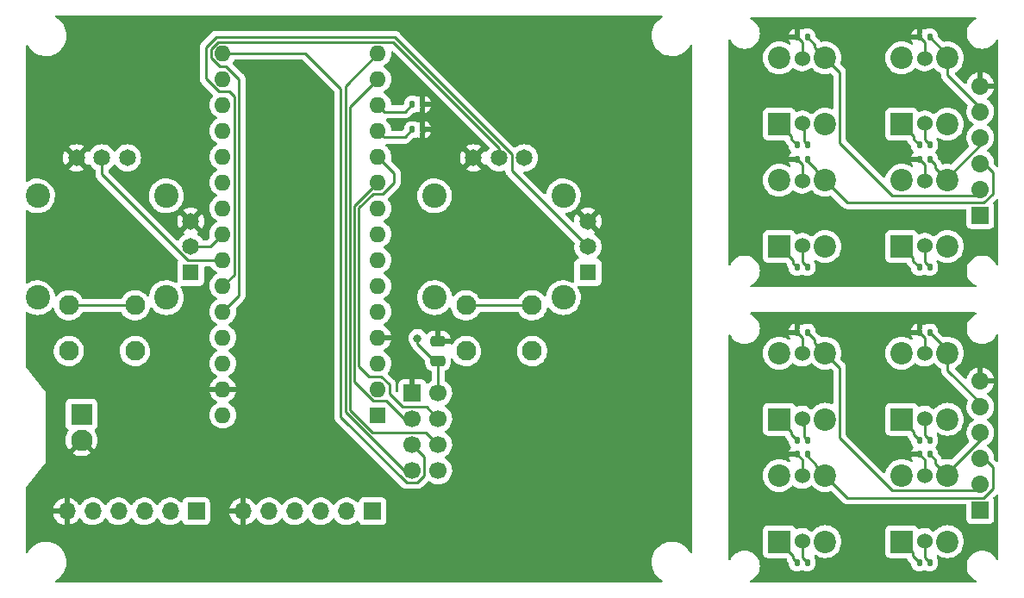
<source format=gtl>
%MOIN*%
%OFA0B0*%
%FSLAX46Y46*%
%IPPOS*%
%LPD*%
%AMRoundRect*
4,1,4,
0.07874015748031496,0.11811023622047245,
0.15748031496062992,0.19685039370078741,
0.23622047244094491,0.27559055118110237,
0.31496062992125984,0.35433070866141736,
0.07874015748031496,0.11811023622047245,
0*
1,1,$1,$2,$3*
1,1,$1,$2,$3*
1,1,$1,$2,$3*
1,1,$1,$2,$3*
20,1,$1,$2,$3,$4,$5,0*
20,1,$1,$2,$3,$4,$5,0*
20,1,$1,$2,$3,$4,$5,0*
20,1,$1,$2,$3,$4,$5,0*%
%AMCOMP1*
4,1,3,
0.0053149606299212606,0.0072834645669291338,
-0.0053149606299212606,0.0072834645669291338,
-0.0053149606299212606,-0.0072834645669291338,
0.0053149606299212606,-0.0072834645669291338,
0*
4,1,19,
0.0053149606299212606,0.012598425196850395,
0.0069573737890007053,0.012338292507867943,
0.0084390161047040915,0.011583358040969211,
0.0096148541039613351,0.010407520041711965,
0.010369788570860071,0.00892587772600858,
0.010629921259842521,0.0072834645669291338,
0.010369788570860071,0.0056410514078496891,
0.0096148541039613351,0.0041594090921463047,
0.0084390161047040915,0.0029835710928890593,
0.006957373789000707,0.0022286366259903251,
0.0053149606299212615,0.0019685039370078736,
0.0036725474708418139,0.0022286366259903251,
0.0021909051551384311,0.002983571092889058,
0.0010150671558811857,0.0041594090921463038,
0.00026013268898245133,0.0056410514078496883,
0,0.0072834645669291329,
0.00026013268898245133,0.0089258777260085784,
0.001015067155881184,0.010407520041711962,
0.0021909051551384294,0.011583358040969209,
0.0036725474708418143,0.012338292507867943,
0*
4,1,19,
-0.0053149606299212606,0.012598425196850395,
-0.0036725474708418156,0.012338292507867943,
-0.0021909051551384307,0.011583358040969211,
-0.0010150671558811853,0.010407520041711965,
-0.00026013268898245133,0.00892587772600858,
0,0.0072834645669291338,
-0.00026013268898245133,0.0056410514078496891,
-0.0010150671558811853,0.0041594090921463047,
-0.00219090515513843,0.0029835710928890593,
-0.0036725474708418147,0.0022286366259903251,
-0.00531496062992126,0.0019685039370078736,
-0.006957373789000707,0.0022286366259903251,
-0.00843901610470409,0.002983571092889058,
-0.0096148541039613351,0.0041594090921463038,
-0.010369788570860071,0.0056410514078496883,
-0.010629921259842521,0.0072834645669291329,
-0.010369788570860071,0.0089258777260085784,
-0.0096148541039613369,0.010407520041711962,
-0.0084390161047040915,0.011583358040969209,
-0.006957373789000707,0.012338292507867943,
0*
4,1,19,
-0.0053149606299212606,-0.0019685039370078736,
-0.0036725474708418156,-0.0022286366259903251,
-0.0021909051551384307,-0.0029835710928890588,
-0.0010150671558811853,-0.0041594090921463038,
-0.00026013268898245133,-0.0056410514078496891,
0,-0.0072834645669291338,
-0.00026013268898245133,-0.00892587772600858,
-0.0010150671558811853,-0.010407520041711962,
-0.00219090515513843,-0.011583358040969209,
-0.0036725474708418147,-0.012338292507867943,
-0.00531496062992126,-0.012598425196850395,
-0.006957373789000707,-0.012338292507867943,
-0.00843901610470409,-0.011583358040969211,
-0.0096148541039613351,-0.010407520041711965,
-0.010369788570860071,-0.00892587772600858,
-0.010629921259842521,-0.0072834645669291355,
-0.010369788570860071,-0.00564105140784969,
-0.0096148541039613369,-0.0041594090921463055,
-0.0084390161047040915,-0.0029835710928890593,
-0.006957373789000707,-0.0022286366259903251,
0*
4,1,19,
0.0053149606299212606,-0.0019685039370078736,
0.0069573737890007053,-0.0022286366259903251,
0.0084390161047040915,-0.0029835710928890588,
0.0096148541039613351,-0.0041594090921463038,
0.010369788570860071,-0.0056410514078496891,
0.010629921259842521,-0.0072834645669291338,
0.010369788570860071,-0.00892587772600858,
0.0096148541039613351,-0.010407520041711962,
0.0084390161047040915,-0.011583358040969209,
0.006957373789000707,-0.012338292507867943,
0.0053149606299212615,-0.012598425196850395,
0.0036725474708418139,-0.012338292507867943,
0.0021909051551384311,-0.011583358040969211,
0.0010150671558811857,-0.010407520041711965,
0.00026013268898245133,-0.00892587772600858,
0,-0.0072834645669291355,
0.00026013268898245133,-0.00564105140784969,
0.001015067155881184,-0.0041594090921463055,
0.0021909051551384294,-0.0029835710928890593,
0.0036725474708418143,-0.0022286366259903251,
0*
4,1,3,
0.0053149606299212606,0.012598425196850395,
0.0053149606299212606,0.0019685039370078736,
-0.0053149606299212606,0.0019685039370078736,
-0.0053149606299212606,0.012598425196850395,
0*
4,1,3,
-0.010629921259842521,0.0072834645669291338,
0,0.0072834645669291338,
0,-0.0072834645669291338,
-0.010629921259842521,-0.0072834645669291338,
0*
4,1,3,
-0.0053149606299212606,-0.012598425196850395,
-0.0053149606299212606,-0.0019685039370078736,
0.0053149606299212606,-0.0019685039370078736,
0.0053149606299212606,-0.012598425196850395,
0*
4,1,3,
0.010629921259842521,-0.0072834645669291338,
0,-0.0072834645669291338,
0,0.0072834645669291338,
0.010629921259842521,0.0072834645669291338,
0*%
%AMCOMP2*
4,1,3,
0.018700787401574805,-0.00984251968503937,
0.018700787401574805,0.00984251968503937,
-0.018700787401574805,0.00984251968503937,
-0.018700787401574805,-0.00984251968503937,
0*
4,1,19,
0.018700787401574805,0,
0.021742293251721924,-0.00048172720181935506,
0.0244860753178393,-0.0018797539923725646,
0.026663553094241611,-0.0040572317687748707,
0.02806157988479482,-0.00680101383489225,
0.028543307086614175,-0.00984251968503937,
0.02806157988479482,-0.012884025535186491,
0.026663553094241611,-0.015627807601303868,
0.024486075317839306,-0.017805285377706176,
0.021742293251721924,-0.019203312168259386,
0.018700787401574805,-0.01968503937007874,
0.015659281551427682,-0.019203312168259386,
0.012915499485310306,-0.017805285377706176,
0.010738021708907997,-0.015627807601303872,
0.0093399949183547871,-0.012884025535186491,
0.0088582677165354329,-0.0098425196850393734,
0.0093399949183547871,-0.0068010138348922524,
0.010738021708907997,-0.0040572317687748733,
0.012915499485310301,-0.0018797539923725657,
0.015659281551427682,-0.00048172720181935506,
0*
4,1,19,
0.018700787401574805,0.01968503937007874,
0.021742293251721924,0.019203312168259386,
0.0244860753178393,0.017805285377706176,
0.026663553094241611,0.015627807601303872,
0.02806157988479482,0.012884025535186491,
0.028543307086614175,0.00984251968503937,
0.02806157988479482,0.0068010138348922507,
0.026663553094241611,0.0040572317687748724,
0.024486075317839306,0.0018797539923725657,
0.021742293251721924,0.00048172720181935506,
0.018700787401574805,0,
0.015659281551427682,0.00048172720181935506,
0.012915499485310306,0.0018797539923725635,
0.010738021708907997,0.00405723176877487,
0.0093399949183547871,0.0068010138348922489,
0.0088582677165354329,0.0098425196850393682,
0.0093399949183547871,0.012884025535186489,
0.010738021708907997,0.015627807601303868,
0.012915499485310301,0.017805285377706176,
0.015659281551427682,0.019203312168259386,
0*
4,1,19,
-0.018700787401574805,0.01968503937007874,
-0.015659281551427682,0.019203312168259386,
-0.012915499485310303,0.017805285377706176,
-0.010738021708907997,0.015627807601303872,
-0.0093399949183547871,0.012884025535186491,
-0.0088582677165354329,0.00984251968503937,
-0.0093399949183547871,0.0068010138348922507,
-0.010738021708907997,0.0040572317687748724,
-0.012915499485310301,0.0018797539923725657,
-0.015659281551427682,0.00048172720181935506,
-0.0187007874015748,0,
-0.021742293251721927,0.00048172720181935506,
-0.0244860753178393,0.0018797539923725635,
-0.026663553094241611,0.00405723176877487,
-0.02806157988479482,0.0068010138348922489,
-0.028543307086614175,0.0098425196850393682,
-0.02806157988479482,0.012884025535186489,
-0.026663553094241611,0.015627807601303868,
-0.024486075317839306,0.017805285377706176,
-0.021742293251721924,0.019203312168259386,
0*
4,1,19,
-0.018700787401574805,0,
-0.015659281551427682,-0.00048172720181935506,
-0.012915499485310303,-0.0018797539923725646,
-0.010738021708907997,-0.0040572317687748707,
-0.0093399949183547871,-0.00680101383489225,
-0.0088582677165354329,-0.00984251968503937,
-0.0093399949183547871,-0.012884025535186491,
-0.010738021708907997,-0.015627807601303868,
-0.012915499485310301,-0.017805285377706176,
-0.015659281551427682,-0.019203312168259386,
-0.0187007874015748,-0.01968503937007874,
-0.021742293251721927,-0.019203312168259386,
-0.0244860753178393,-0.017805285377706176,
-0.026663553094241611,-0.015627807601303872,
-0.02806157988479482,-0.012884025535186491,
-0.028543307086614175,-0.0098425196850393734,
-0.02806157988479482,-0.0068010138348922524,
-0.026663553094241611,-0.0040572317687748733,
-0.024486075317839306,-0.0018797539923725657,
-0.021742293251721924,-0.00048172720181935506,
0*
4,1,3,
0.028543307086614175,-0.00984251968503937,
0.0088582677165354329,-0.00984251968503937,
0.0088582677165354329,0.00984251968503937,
0.028543307086614175,0.00984251968503937,
0*
4,1,3,
0.018700787401574805,0.01968503937007874,
0.018700787401574805,0,
-0.018700787401574805,0,
-0.018700787401574805,0.01968503937007874,
0*
4,1,3,
-0.028543307086614175,0.00984251968503937,
-0.0088582677165354329,0.00984251968503937,
-0.0088582677165354329,-0.00984251968503937,
-0.028543307086614175,-0.00984251968503937,
0*
4,1,3,
-0.018700787401574805,-0.01968503937007874,
-0.018700787401574805,0,
0.018700787401574805,0,
0.018700787401574805,-0.01968503937007874,
0*%
%AMRoundRect0*
4,1,4,
-0.027838849653013673,0.13919424826506843,
-0.027838849653013663,0.25054964687712317,
-0.027838849653013628,0.36190504548917785,
-0.027838849653013663,0.47326044410123269,
-0.027838849653013673,0.13919424826506843,
0*
1,1,$1,$2,$3*
1,1,$1,$2,$3*
1,1,$1,$2,$3*
1,1,$1,$2,$3*
20,1,$1,$2,$3,$4,$5,45*
20,1,$1,$2,$3,$4,$5,45*
20,1,$1,$2,$3,$4,$5,45*
20,1,$1,$2,$3,$4,$5,45*%
%AMHorizOval0*
20,1,$1,$2,$3,$4,$5,45*
1,1,$1,$2,$3*
1,1,$1,$2,$3*%
%AMRotRect0*
21,1,$1,$2,0,0,$3*%
%AMCOMP130*
4,1,3,
0.043307086614173228,-0.043307086614173235,
0.043307086614173235,0.043307086614173228,
-0.043307086614173228,0.043307086614173235,
-0.043307086614173235,-0.043307086614173228,
0*%
%AMCOMP140*
4,1,3,
0.00531496533690372,0.0072834503958683168,
-0.0053149653369037181,0.0072834503958683176,
-0.00531496533690372,-0.0072834503958683168,
0.0053149653369037181,-0.0072834503958683176,
0*
4,1,19,
0.0015567206337468731,0.011041695099025164,
0.0029020237044297512,0.012019114992932477,
0.0044835223140521,0.012532975040763733,
0.0061464083597553409,0.012532975040763736,
0.0077279069693776889,0.012019114992932477,
0.0090732100400605659,0.011041695099025162,
0.010050629933967881,0.009696392028342285,
0.010564489981799138,0.0081148934187199387,
0.010564489981799138,0.0064520073730166957,
0.010050629933967881,0.004870508763394346,
0.0090732100400605677,0.0035252056927114694,
0.007727906969377688,0.0025477857988041542,
0.0061464083597553417,0.0020339257509728982,
0.0044835223140521,0.0020339257509728991,
0.0029020237044297512,0.0025477857988041555,
0.0015567206337468731,0.0035252056927114685,
0.00057930073983956021,0.004870508763394346,
0.000065440692008302207,0.006452007373016694,
0.000065440692008301651,0.008114893418719937,
0.00057930073983955891,0.0096963920283422867,
0*
4,1,19,
-0.0090732100400605642,0.011041695099025164,
-0.0077279069693776872,0.012019114992932478,
-0.00614640835975534,0.012532975040763736,
-0.0044835223140520979,0.012532975040763736,
-0.002902023704429749,0.012019114992932477,
-0.0015567206337468709,0.011041695099025164,
-0.00057930073983955771,0.0096963920283422867,
-0.000065440692008301651,0.0081148934187199387,
-0.000065440692008301109,0.0064520073730166966,
-0.00057930073983955826,0.0048705087633943477,
-0.0015567206337468713,0.0035252056927114702,
-0.0029020237044297512,0.0025477857988041555,
-0.004483522314052097,0.0020339257509728991,
-0.00614640835975534,0.0020339257509728995,
-0.0077279069693776889,0.002547785798804156,
-0.0090732100400605659,0.0035252056927114689,
-0.010050629933967881,0.0048705087633943477,
-0.010564489981799138,0.0064520073730166966,
-0.010564489981799138,0.0081148934187199387,
-0.010050629933967879,0.0096963920283422867,
0*
4,1,19,
-0.0090732100400605677,-0.0035252056927114685,
-0.0077279069693776889,-0.0025477857988041555,
-0.0061464083597553409,-0.0020339257509728991,
-0.0044835223140521,-0.0020339257509728991,
-0.0029020237044297503,-0.002547785798804156,
-0.0015567206337468724,-0.0035252056927114689,
-0.00057930073983955945,-0.0048705087633943468,
-0.000065440692008303291,-0.0064520073730166966,
-0.000065440692008302207,-0.008114893418719937,
-0.00057930073983956,-0.0096963920283422867,
-0.001556720633746872,-0.011041695099025164,
-0.0029020237044297533,-0.012019114992932478,
-0.0044835223140520988,-0.012532975040763736,
-0.0061464083597553409,-0.012532975040763736,
-0.0077279069693776889,-0.012019114992932477,
-0.0090732100400605659,-0.011041695099025164,
-0.010050629933967881,-0.009696392028342285,
-0.010564489981799138,-0.0081148934187199387,
-0.010564489981799138,-0.0064520073730166966,
-0.010050629933967882,-0.0048705087633943477,
0*
4,1,19,
0.0015567206337468718,-0.0035252056927114694,
0.00290202370442975,-0.0025477857988041568,
0.0044835223140520988,-0.0020339257509729,
0.0061464083597553409,-0.0020339257509729004,
0.0077279069693776889,-0.0025477857988041568,
0.0090732100400605659,-0.0035252056927114702,
0.010050629933967881,-0.0048705087633943477,
0.010564489981799135,-0.0064520073730166966,
0.010564489981799138,-0.0081148934187199387,
0.010050629933967879,-0.0096963920283422867,
0.0090732100400605659,-0.011041695099025164,
0.0077279069693776863,-0.012019114992932478,
0.0061464083597553409,-0.012532975040763736,
0.0044835223140520979,-0.012532975040763736,
0.002902023704429749,-0.012019114992932477,
0.001556720633746872,-0.011041695099025165,
0.00057930073983955891,-0.0096963920283422867,
0.000065440692008300567,-0.0081148934187199387,
0.000065440692008301109,-0.0064520073730166966,
0.00057930073983955771,-0.0048705087633943477,
0*
4,1,3,
0.0053149653369037207,0.012598411025789576,
0.00531496533690372,0.0019684897659470561,
-0.00531496533690372,0.001968489765947057,
-0.00531496533690372,0.012598411025789576,
0*
4,1,3,
-0.01062992596682498,0.0072834503958683176,
-0.0000000047069824590948216,0.0072834503958683168,
-0.00000000470698246018756,-0.0072834503958683168,
-0.01062992596682498,-0.0072834503958683159,
0*
4,1,3,
-0.0053149653369037207,-0.012598411025789576,
-0.00531496533690372,-0.0019684897659470561,
0.00531496533690372,-0.001968489765947057,
0.00531496533690372,-0.012598411025789576,
0*
4,1,3,
0.01062992596682498,-0.0072834503958683176,
0.0000000047069824590948216,-0.0072834503958683168,
0.00000000470698246018756,0.0072834503958683168,
0.01062992596682498,0.0072834503958683159,
0*%
%AMCOMP150*
4,1,3,
-0.00531496533690372,-0.0072834503958683168,
0.0053149653369037181,-0.0072834503958683176,
0.00531496533690372,0.0072834503958683168,
-0.0053149653369037181,0.0072834503958683176,
0*
4,1,19,
-0.0090732100400605677,-0.0035252056927114685,
-0.0077279069693776889,-0.0025477857988041555,
-0.0061464083597553409,-0.0020339257509728991,
-0.0044835223140521,-0.0020339257509728991,
-0.0029020237044297503,-0.002547785798804156,
-0.0015567206337468724,-0.0035252056927114689,
-0.00057930073983955945,-0.0048705087633943468,
-0.000065440692008303291,-0.0064520073730166966,
-0.000065440692008302207,-0.008114893418719937,
-0.00057930073983956,-0.0096963920283422867,
-0.001556720633746872,-0.011041695099025164,
-0.0029020237044297533,-0.012019114992932478,
-0.0044835223140520988,-0.012532975040763736,
-0.0061464083597553409,-0.012532975040763736,
-0.0077279069693776889,-0.012019114992932477,
-0.0090732100400605659,-0.011041695099025164,
-0.010050629933967881,-0.009696392028342285,
-0.010564489981799138,-0.0081148934187199387,
-0.010564489981799138,-0.0064520073730166966,
-0.010050629933967882,-0.0048705087633943477,
0*
4,1,19,
0.0015567206337468718,-0.0035252056927114694,
0.00290202370442975,-0.0025477857988041568,
0.0044835223140520988,-0.0020339257509729,
0.0061464083597553409,-0.0020339257509729004,
0.0077279069693776889,-0.0025477857988041568,
0.0090732100400605659,-0.0035252056927114702,
0.010050629933967881,-0.0048705087633943477,
0.010564489981799135,-0.0064520073730166966,
0.010564489981799138,-0.0081148934187199387,
0.010050629933967879,-0.0096963920283422867,
0.0090732100400605659,-0.011041695099025164,
0.0077279069693776863,-0.012019114992932478,
0.0061464083597553409,-0.012532975040763736,
0.0044835223140520979,-0.012532975040763736,
0.002902023704429749,-0.012019114992932477,
0.001556720633746872,-0.011041695099025165,
0.00057930073983955891,-0.0096963920283422867,
0.000065440692008300567,-0.0081148934187199387,
0.000065440692008301109,-0.0064520073730166966,
0.00057930073983955771,-0.0048705087633943477,
0*
4,1,19,
0.0015567206337468731,0.011041695099025164,
0.0029020237044297512,0.012019114992932477,
0.0044835223140521,0.012532975040763733,
0.0061464083597553409,0.012532975040763736,
0.0077279069693776889,0.012019114992932477,
0.0090732100400605659,0.011041695099025162,
0.010050629933967881,0.009696392028342285,
0.010564489981799138,0.0081148934187199387,
0.010564489981799138,0.0064520073730166957,
0.010050629933967881,0.004870508763394346,
0.0090732100400605677,0.0035252056927114694,
0.007727906969377688,0.0025477857988041542,
0.0061464083597553417,0.0020339257509728982,
0.0044835223140521,0.0020339257509728991,
0.0029020237044297512,0.0025477857988041555,
0.0015567206337468731,0.0035252056927114685,
0.00057930073983956021,0.004870508763394346,
0.000065440692008302207,0.006452007373016694,
0.000065440692008301651,0.008114893418719937,
0.00057930073983955891,0.0096963920283422867,
0*
4,1,19,
-0.0090732100400605642,0.011041695099025164,
-0.0077279069693776872,0.012019114992932478,
-0.00614640835975534,0.012532975040763736,
-0.0044835223140520979,0.012532975040763736,
-0.002902023704429749,0.012019114992932477,
-0.0015567206337468709,0.011041695099025164,
-0.00057930073983955771,0.0096963920283422867,
-0.000065440692008301651,0.0081148934187199387,
-0.000065440692008301109,0.0064520073730166966,
-0.00057930073983955826,0.0048705087633943477,
-0.0015567206337468713,0.0035252056927114702,
-0.0029020237044297512,0.0025477857988041555,
-0.004483522314052097,0.0020339257509728991,
-0.00614640835975534,0.0020339257509728995,
-0.0077279069693776889,0.002547785798804156,
-0.0090732100400605659,0.0035252056927114689,
-0.010050629933967881,0.0048705087633943477,
-0.010564489981799138,0.0064520073730166966,
-0.010564489981799138,0.0081148934187199387,
-0.010050629933967879,0.0096963920283422867,
0*
4,1,3,
-0.0053149653369037207,-0.012598411025789576,
-0.00531496533690372,-0.0019684897659470561,
0.00531496533690372,-0.001968489765947057,
0.00531496533690372,-0.012598411025789576,
0*
4,1,3,
0.01062992596682498,-0.0072834503958683176,
0.0000000047069824590948216,-0.0072834503958683168,
0.00000000470698246018756,0.0072834503958683168,
0.01062992596682498,0.0072834503958683159,
0*
4,1,3,
0.0053149653369037207,0.012598411025789576,
0.00531496533690372,0.0019684897659470561,
-0.00531496533690372,0.001968489765947057,
-0.00531496533690372,0.012598411025789576,
0*
4,1,3,
-0.01062992596682498,0.0072834503958683176,
-0.0000000047069824590948216,0.0072834503958683168,
-0.00000000470698246018756,-0.0072834503958683168,
-0.01062992596682498,-0.0072834503958683159,
0*%
%AMCOMP160*
4,1,3,
0.033464566929133861,0.033464566929133847,
-0.033464566929133847,0.033464566929133861,
-0.033464566929133861,-0.033464566929133847,
0.033464566929133847,-0.033464566929133861,
0*%
%AMCOMP170*
4,1,2,
0,0,
0,0,
0,0,
0*
4,1,19,
-0.02366302220506163,0.023663022205061633,
-0.015192595463724989,0.029817147462996563,
-0.0052350116253620533,0.033052562578971149,
0.0052350116253620576,0.033052562578971149,
0.015192595463724992,0.029817147462996556,
0.023663022205061633,0.02366302220506163,
0.029817147462996567,0.015192595463724992,
0.033052562578971142,0.0052350116253620559,
0.033052562578971149,-0.0052350116253620533,
0.029817147462996563,-0.015192595463724992,
0.023663022205061633,-0.02366302220506163,
0.015192595463724978,-0.02981714746299657,
0.0052350116253620576,-0.033052562578971149,
-0.0052350116253620533,-0.033052562578971149,
-0.015192595463724989,-0.029817147462996563,
-0.02366302220506163,-0.023663022205061633,
-0.029817147462996563,-0.015192595463724997,
-0.033052562578971142,-0.005235011625362062,
-0.033052562578971149,0.0052350116253620516,
-0.029817147462996563,0.015192595463724989,
0*
4,1,19,
-0.02366302220506163,0.023663022205061633,
-0.015192595463724989,0.029817147462996563,
-0.0052350116253620533,0.033052562578971149,
0.0052350116253620576,0.033052562578971149,
0.015192595463724992,0.029817147462996556,
0.023663022205061633,0.02366302220506163,
0.029817147462996567,0.015192595463724992,
0.033052562578971142,0.0052350116253620559,
0.033052562578971149,-0.0052350116253620533,
0.029817147462996563,-0.015192595463724992,
0.023663022205061633,-0.02366302220506163,
0.015192595463724978,-0.02981714746299657,
0.0052350116253620576,-0.033052562578971149,
-0.0052350116253620533,-0.033052562578971149,
-0.015192595463724989,-0.029817147462996563,
-0.02366302220506163,-0.023663022205061633,
-0.029817147462996563,-0.015192595463724997,
-0.033052562578971142,-0.005235011625362062,
-0.033052562578971149,0.0052350116253620516,
-0.029817147462996563,0.015192595463724989,
0*%
%AMRoundRect1*
4,1,4,
-0.027838849653013673,0.13919424826506843,
-0.027838849653013663,0.25054964687712317,
-0.027838849653013628,0.36190504548917785,
-0.027838849653013663,0.47326044410123269,
-0.027838849653013673,0.13919424826506843,
0*
1,1,$1,$2,$3*
1,1,$1,$2,$3*
1,1,$1,$2,$3*
1,1,$1,$2,$3*
20,1,$1,$2,$3,$4,$5,45*
20,1,$1,$2,$3,$4,$5,45*
20,1,$1,$2,$3,$4,$5,45*
20,1,$1,$2,$3,$4,$5,45*%
%AMHorizOval1*
20,1,$1,$2,$3,$4,$5,45*
1,1,$1,$2,$3*
1,1,$1,$2,$3*%
%AMRotRect1*
21,1,$1,$2,0,0,$3*%
%AMCOMP310*
4,1,3,
-0.00531496533690372,-0.0072834503958683168,
0.0053149653369037181,-0.0072834503958683176,
0.00531496533690372,0.0072834503958683168,
-0.0053149653369037181,0.0072834503958683176,
0*
4,1,19,
-0.0090732100400605677,-0.0035252056927114685,
-0.0077279069693776889,-0.0025477857988041555,
-0.0061464083597553409,-0.0020339257509728991,
-0.0044835223140521,-0.0020339257509728991,
-0.0029020237044297503,-0.002547785798804156,
-0.0015567206337468724,-0.0035252056927114689,
-0.00057930073983955945,-0.0048705087633943468,
-0.000065440692008303291,-0.0064520073730166966,
-0.000065440692008302207,-0.008114893418719937,
-0.00057930073983956,-0.0096963920283422867,
-0.001556720633746872,-0.011041695099025164,
-0.0029020237044297533,-0.012019114992932478,
-0.0044835223140520988,-0.012532975040763736,
-0.0061464083597553409,-0.012532975040763736,
-0.0077279069693776889,-0.012019114992932477,
-0.0090732100400605659,-0.011041695099025164,
-0.010050629933967881,-0.009696392028342285,
-0.010564489981799138,-0.0081148934187199387,
-0.010564489981799138,-0.0064520073730166966,
-0.010050629933967882,-0.0048705087633943477,
0*
4,1,19,
0.0015567206337468718,-0.0035252056927114694,
0.00290202370442975,-0.0025477857988041568,
0.0044835223140520988,-0.0020339257509729,
0.0061464083597553409,-0.0020339257509729004,
0.0077279069693776889,-0.0025477857988041568,
0.0090732100400605659,-0.0035252056927114702,
0.010050629933967881,-0.0048705087633943477,
0.010564489981799135,-0.0064520073730166966,
0.010564489981799138,-0.0081148934187199387,
0.010050629933967879,-0.0096963920283422867,
0.0090732100400605659,-0.011041695099025164,
0.0077279069693776863,-0.012019114992932478,
0.0061464083597553409,-0.012532975040763736,
0.0044835223140520979,-0.012532975040763736,
0.002902023704429749,-0.012019114992932477,
0.001556720633746872,-0.011041695099025165,
0.00057930073983955891,-0.0096963920283422867,
0.000065440692008300567,-0.0081148934187199387,
0.000065440692008301109,-0.0064520073730166966,
0.00057930073983955771,-0.0048705087633943477,
0*
4,1,19,
0.0015567206337468731,0.011041695099025164,
0.0029020237044297512,0.012019114992932477,
0.0044835223140521,0.012532975040763733,
0.0061464083597553409,0.012532975040763736,
0.0077279069693776889,0.012019114992932477,
0.0090732100400605659,0.011041695099025162,
0.010050629933967881,0.009696392028342285,
0.010564489981799138,0.0081148934187199387,
0.010564489981799138,0.0064520073730166957,
0.010050629933967881,0.004870508763394346,
0.0090732100400605677,0.0035252056927114694,
0.007727906969377688,0.0025477857988041542,
0.0061464083597553417,0.0020339257509728982,
0.0044835223140521,0.0020339257509728991,
0.0029020237044297512,0.0025477857988041555,
0.0015567206337468731,0.0035252056927114685,
0.00057930073983956021,0.004870508763394346,
0.000065440692008302207,0.006452007373016694,
0.000065440692008301651,0.008114893418719937,
0.00057930073983955891,0.0096963920283422867,
0*
4,1,19,
-0.0090732100400605642,0.011041695099025164,
-0.0077279069693776872,0.012019114992932478,
-0.00614640835975534,0.012532975040763736,
-0.0044835223140520979,0.012532975040763736,
-0.002902023704429749,0.012019114992932477,
-0.0015567206337468709,0.011041695099025164,
-0.00057930073983955771,0.0096963920283422867,
-0.000065440692008301651,0.0081148934187199387,
-0.000065440692008301109,0.0064520073730166966,
-0.00057930073983955826,0.0048705087633943477,
-0.0015567206337468713,0.0035252056927114702,
-0.0029020237044297512,0.0025477857988041555,
-0.004483522314052097,0.0020339257509728991,
-0.00614640835975534,0.0020339257509728995,
-0.0077279069693776889,0.002547785798804156,
-0.0090732100400605659,0.0035252056927114689,
-0.010050629933967881,0.0048705087633943477,
-0.010564489981799138,0.0064520073730166966,
-0.010564489981799138,0.0081148934187199387,
-0.010050629933967879,0.0096963920283422867,
0*
4,1,3,
-0.0053149653369037207,-0.012598411025789576,
-0.00531496533690372,-0.0019684897659470561,
0.00531496533690372,-0.001968489765947057,
0.00531496533690372,-0.012598411025789576,
0*
4,1,3,
0.01062992596682498,-0.0072834503958683176,
0.0000000047069824590948216,-0.0072834503958683168,
0.00000000470698246018756,0.0072834503958683168,
0.01062992596682498,0.0072834503958683159,
0*
4,1,3,
0.0053149653369037207,0.012598411025789576,
0.00531496533690372,0.0019684897659470561,
-0.00531496533690372,0.001968489765947057,
-0.00531496533690372,0.012598411025789576,
0*
4,1,3,
-0.01062992596682498,0.0072834503958683176,
-0.0000000047069824590948216,0.0072834503958683168,
-0.00000000470698246018756,-0.0072834503958683168,
-0.01062992596682498,-0.0072834503958683159,
0*%
%AMCOMP320*
4,1,3,
0.033464566929133861,0.033464566929133847,
-0.033464566929133847,0.033464566929133861,
-0.033464566929133861,-0.033464566929133847,
0.033464566929133847,-0.033464566929133861,
0*%
%AMCOMP330*
4,1,2,
0,0,
0,0,
0,0,
0*
4,1,19,
-0.02366302220506163,0.023663022205061633,
-0.015192595463724989,0.029817147462996563,
-0.0052350116253620533,0.033052562578971149,
0.0052350116253620576,0.033052562578971149,
0.015192595463724992,0.029817147462996556,
0.023663022205061633,0.02366302220506163,
0.029817147462996567,0.015192595463724992,
0.033052562578971142,0.0052350116253620559,
0.033052562578971149,-0.0052350116253620533,
0.029817147462996563,-0.015192595463724992,
0.023663022205061633,-0.02366302220506163,
0.015192595463724978,-0.02981714746299657,
0.0052350116253620576,-0.033052562578971149,
-0.0052350116253620533,-0.033052562578971149,
-0.015192595463724989,-0.029817147462996563,
-0.02366302220506163,-0.023663022205061633,
-0.029817147462996563,-0.015192595463724997,
-0.033052562578971142,-0.005235011625362062,
-0.033052562578971149,0.0052350116253620516,
-0.029817147462996563,0.015192595463724989,
0*
4,1,19,
-0.02366302220506163,0.023663022205061633,
-0.015192595463724989,0.029817147462996563,
-0.0052350116253620533,0.033052562578971149,
0.0052350116253620576,0.033052562578971149,
0.015192595463724992,0.029817147462996556,
0.023663022205061633,0.02366302220506163,
0.029817147462996567,0.015192595463724992,
0.033052562578971142,0.0052350116253620559,
0.033052562578971149,-0.0052350116253620533,
0.029817147462996563,-0.015192595463724992,
0.023663022205061633,-0.02366302220506163,
0.015192595463724978,-0.02981714746299657,
0.0052350116253620576,-0.033052562578971149,
-0.0052350116253620533,-0.033052562578971149,
-0.015192595463724989,-0.029817147462996563,
-0.02366302220506163,-0.023663022205061633,
-0.029817147462996563,-0.015192595463724997,
-0.033052562578971142,-0.005235011625362062,
-0.033052562578971149,0.0052350116253620516,
-0.029817147462996563,0.015192595463724989,
0*%
%AMCOMP340*
4,1,3,
0.043307086614173228,-0.043307086614173235,
0.043307086614173235,0.043307086614173228,
-0.043307086614173228,0.043307086614173235,
-0.043307086614173235,-0.043307086614173228,
0*%
%AMCOMP350*
4,1,3,
0.00531496533690372,0.0072834503958683168,
-0.0053149653369037181,0.0072834503958683176,
-0.00531496533690372,-0.0072834503958683168,
0.0053149653369037181,-0.0072834503958683176,
0*
4,1,19,
0.0015567206337468731,0.011041695099025164,
0.0029020237044297512,0.012019114992932477,
0.0044835223140521,0.012532975040763733,
0.0061464083597553409,0.012532975040763736,
0.0077279069693776889,0.012019114992932477,
0.0090732100400605659,0.011041695099025162,
0.010050629933967881,0.009696392028342285,
0.010564489981799138,0.0081148934187199387,
0.010564489981799138,0.0064520073730166957,
0.010050629933967881,0.004870508763394346,
0.0090732100400605677,0.0035252056927114694,
0.007727906969377688,0.0025477857988041542,
0.0061464083597553417,0.0020339257509728982,
0.0044835223140521,0.0020339257509728991,
0.0029020237044297512,0.0025477857988041555,
0.0015567206337468731,0.0035252056927114685,
0.00057930073983956021,0.004870508763394346,
0.000065440692008302207,0.006452007373016694,
0.000065440692008301651,0.008114893418719937,
0.00057930073983955891,0.0096963920283422867,
0*
4,1,19,
-0.0090732100400605642,0.011041695099025164,
-0.0077279069693776872,0.012019114992932478,
-0.00614640835975534,0.012532975040763736,
-0.0044835223140520979,0.012532975040763736,
-0.002902023704429749,0.012019114992932477,
-0.0015567206337468709,0.011041695099025164,
-0.00057930073983955771,0.0096963920283422867,
-0.000065440692008301651,0.0081148934187199387,
-0.000065440692008301109,0.0064520073730166966,
-0.00057930073983955826,0.0048705087633943477,
-0.0015567206337468713,0.0035252056927114702,
-0.0029020237044297512,0.0025477857988041555,
-0.004483522314052097,0.0020339257509728991,
-0.00614640835975534,0.0020339257509728995,
-0.0077279069693776889,0.002547785798804156,
-0.0090732100400605659,0.0035252056927114689,
-0.010050629933967881,0.0048705087633943477,
-0.010564489981799138,0.0064520073730166966,
-0.010564489981799138,0.0081148934187199387,
-0.010050629933967879,0.0096963920283422867,
0*
4,1,19,
-0.0090732100400605677,-0.0035252056927114685,
-0.0077279069693776889,-0.0025477857988041555,
-0.0061464083597553409,-0.0020339257509728991,
-0.0044835223140521,-0.0020339257509728991,
-0.0029020237044297503,-0.002547785798804156,
-0.0015567206337468724,-0.0035252056927114689,
-0.00057930073983955945,-0.0048705087633943468,
-0.000065440692008303291,-0.0064520073730166966,
-0.000065440692008302207,-0.008114893418719937,
-0.00057930073983956,-0.0096963920283422867,
-0.001556720633746872,-0.011041695099025164,
-0.0029020237044297533,-0.012019114992932478,
-0.0044835223140520988,-0.012532975040763736,
-0.0061464083597553409,-0.012532975040763736,
-0.0077279069693776889,-0.012019114992932477,
-0.0090732100400605659,-0.011041695099025164,
-0.010050629933967881,-0.009696392028342285,
-0.010564489981799138,-0.0081148934187199387,
-0.010564489981799138,-0.0064520073730166966,
-0.010050629933967882,-0.0048705087633943477,
0*
4,1,19,
0.0015567206337468718,-0.0035252056927114694,
0.00290202370442975,-0.0025477857988041568,
0.0044835223140520988,-0.0020339257509729,
0.0061464083597553409,-0.0020339257509729004,
0.0077279069693776889,-0.0025477857988041568,
0.0090732100400605659,-0.0035252056927114702,
0.010050629933967881,-0.0048705087633943477,
0.010564489981799135,-0.0064520073730166966,
0.010564489981799138,-0.0081148934187199387,
0.010050629933967879,-0.0096963920283422867,
0.0090732100400605659,-0.011041695099025164,
0.0077279069693776863,-0.012019114992932478,
0.0061464083597553409,-0.012532975040763736,
0.0044835223140520979,-0.012532975040763736,
0.002902023704429749,-0.012019114992932477,
0.001556720633746872,-0.011041695099025165,
0.00057930073983955891,-0.0096963920283422867,
0.000065440692008300567,-0.0081148934187199387,
0.000065440692008301109,-0.0064520073730166966,
0.00057930073983955771,-0.0048705087633943477,
0*
4,1,3,
0.0053149653369037207,0.012598411025789576,
0.00531496533690372,0.0019684897659470561,
-0.00531496533690372,0.001968489765947057,
-0.00531496533690372,0.012598411025789576,
0*
4,1,3,
-0.01062992596682498,0.0072834503958683176,
-0.0000000047069824590948216,0.0072834503958683168,
-0.00000000470698246018756,-0.0072834503958683168,
-0.01062992596682498,-0.0072834503958683159,
0*
4,1,3,
-0.0053149653369037207,-0.012598411025789576,
-0.00531496533690372,-0.0019684897659470561,
0.00531496533690372,-0.001968489765947057,
0.00531496533690372,-0.012598411025789576,
0*
4,1,3,
0.01062992596682498,-0.0072834503958683176,
0.0000000047069824590948216,-0.0072834503958683168,
0.00000000470698246018756,0.0072834503958683168,
0.01062992596682498,0.0072834503958683159,
0*%
%AMCOMP56*
4,1,3,
0.0053149606299212606,0.0072834645669291338,
-0.0053149606299212606,0.0072834645669291338,
-0.0053149606299212606,-0.0072834645669291338,
0.0053149606299212606,-0.0072834645669291338,
0*
4,1,19,
0.0053149606299212606,0.012598425196850395,
0.0069573737890007053,0.012338292507867943,
0.0084390161047040915,0.011583358040969211,
0.0096148541039613351,0.010407520041711965,
0.010369788570860071,0.00892587772600858,
0.010629921259842521,0.0072834645669291338,
0.010369788570860071,0.0056410514078496891,
0.0096148541039613351,0.0041594090921463047,
0.0084390161047040915,0.0029835710928890593,
0.006957373789000707,0.0022286366259903251,
0.0053149606299212615,0.0019685039370078736,
0.0036725474708418139,0.0022286366259903251,
0.0021909051551384311,0.002983571092889058,
0.0010150671558811857,0.0041594090921463038,
0.00026013268898245133,0.0056410514078496883,
0,0.0072834645669291329,
0.00026013268898245133,0.0089258777260085784,
0.001015067155881184,0.010407520041711962,
0.0021909051551384294,0.011583358040969209,
0.0036725474708418143,0.012338292507867943,
0*
4,1,19,
-0.0053149606299212606,0.012598425196850395,
-0.0036725474708418156,0.012338292507867943,
-0.0021909051551384307,0.011583358040969211,
-0.0010150671558811853,0.010407520041711965,
-0.00026013268898245133,0.00892587772600858,
0,0.0072834645669291338,
-0.00026013268898245133,0.0056410514078496891,
-0.0010150671558811853,0.0041594090921463047,
-0.00219090515513843,0.0029835710928890593,
-0.0036725474708418147,0.0022286366259903251,
-0.00531496062992126,0.0019685039370078736,
-0.006957373789000707,0.0022286366259903251,
-0.00843901610470409,0.002983571092889058,
-0.0096148541039613351,0.0041594090921463038,
-0.010369788570860071,0.0056410514078496883,
-0.010629921259842521,0.0072834645669291329,
-0.010369788570860071,0.0089258777260085784,
-0.0096148541039613369,0.010407520041711962,
-0.0084390161047040915,0.011583358040969209,
-0.006957373789000707,0.012338292507867943,
0*
4,1,19,
-0.0053149606299212606,-0.0019685039370078736,
-0.0036725474708418156,-0.0022286366259903251,
-0.0021909051551384307,-0.0029835710928890588,
-0.0010150671558811853,-0.0041594090921463038,
-0.00026013268898245133,-0.0056410514078496891,
0,-0.0072834645669291338,
-0.00026013268898245133,-0.00892587772600858,
-0.0010150671558811853,-0.010407520041711962,
-0.00219090515513843,-0.011583358040969209,
-0.0036725474708418147,-0.012338292507867943,
-0.00531496062992126,-0.012598425196850395,
-0.006957373789000707,-0.012338292507867943,
-0.00843901610470409,-0.011583358040969211,
-0.0096148541039613351,-0.010407520041711965,
-0.010369788570860071,-0.00892587772600858,
-0.010629921259842521,-0.0072834645669291355,
-0.010369788570860071,-0.00564105140784969,
-0.0096148541039613369,-0.0041594090921463055,
-0.0084390161047040915,-0.0029835710928890593,
-0.006957373789000707,-0.0022286366259903251,
0*
4,1,19,
0.0053149606299212606,-0.0019685039370078736,
0.0069573737890007053,-0.0022286366259903251,
0.0084390161047040915,-0.0029835710928890588,
0.0096148541039613351,-0.0041594090921463038,
0.010369788570860071,-0.0056410514078496891,
0.010629921259842521,-0.0072834645669291338,
0.010369788570860071,-0.00892587772600858,
0.0096148541039613351,-0.010407520041711962,
0.0084390161047040915,-0.011583358040969209,
0.006957373789000707,-0.012338292507867943,
0.0053149606299212615,-0.012598425196850395,
0.0036725474708418139,-0.012338292507867943,
0.0021909051551384311,-0.011583358040969211,
0.0010150671558811857,-0.010407520041711965,
0.00026013268898245133,-0.00892587772600858,
0,-0.0072834645669291355,
0.00026013268898245133,-0.00564105140784969,
0.001015067155881184,-0.0041594090921463055,
0.0021909051551384294,-0.0029835710928890593,
0.0036725474708418143,-0.0022286366259903251,
0*
4,1,3,
0.0053149606299212606,0.012598425196850395,
0.0053149606299212606,0.0019685039370078736,
-0.0053149606299212606,0.0019685039370078736,
-0.0053149606299212606,0.012598425196850395,
0*
4,1,3,
-0.010629921259842521,0.0072834645669291338,
0,0.0072834645669291338,
0,-0.0072834645669291338,
-0.010629921259842521,-0.0072834645669291338,
0*
4,1,3,
-0.0053149606299212606,-0.012598425196850395,
-0.0053149606299212606,-0.0019685039370078736,
0.0053149606299212606,-0.0019685039370078736,
0.0053149606299212606,-0.012598425196850395,
0*
4,1,3,
0.010629921259842521,-0.0072834645669291338,
0,-0.0072834645669291338,
0,0.0072834645669291338,
0.010629921259842521,0.0072834645669291338,
0*%
%ADD10COMP56,0.135X0.135X0.185X-0.135X0.185X-0.135X-0.185X0.135X-0.185X0*%
%ADD11R,0.082677165354330714X0.082677165354330714*%
%ADD12C,0.082677165354330714*%
%AMCOMP62*
4,1,3,
0.018700787401574805,-0.00984251968503937,
0.018700787401574805,0.00984251968503937,
-0.018700787401574805,0.00984251968503937,
-0.018700787401574805,-0.00984251968503937,
0*
4,1,19,
0.018700787401574805,0,
0.021742293251721924,-0.00048172720181935506,
0.0244860753178393,-0.0018797539923725646,
0.026663553094241611,-0.0040572317687748707,
0.02806157988479482,-0.00680101383489225,
0.028543307086614175,-0.00984251968503937,
0.02806157988479482,-0.012884025535186491,
0.026663553094241611,-0.015627807601303868,
0.024486075317839306,-0.017805285377706176,
0.021742293251721924,-0.019203312168259386,
0.018700787401574805,-0.01968503937007874,
0.015659281551427682,-0.019203312168259386,
0.012915499485310306,-0.017805285377706176,
0.010738021708907997,-0.015627807601303872,
0.0093399949183547871,-0.012884025535186491,
0.0088582677165354329,-0.0098425196850393734,
0.0093399949183547871,-0.0068010138348922524,
0.010738021708907997,-0.0040572317687748733,
0.012915499485310301,-0.0018797539923725657,
0.015659281551427682,-0.00048172720181935506,
0*
4,1,19,
0.018700787401574805,0.01968503937007874,
0.021742293251721924,0.019203312168259386,
0.0244860753178393,0.017805285377706176,
0.026663553094241611,0.015627807601303872,
0.02806157988479482,0.012884025535186491,
0.028543307086614175,0.00984251968503937,
0.02806157988479482,0.0068010138348922507,
0.026663553094241611,0.0040572317687748724,
0.024486075317839306,0.0018797539923725657,
0.021742293251721924,0.00048172720181935506,
0.018700787401574805,0,
0.015659281551427682,0.00048172720181935506,
0.012915499485310306,0.0018797539923725635,
0.010738021708907997,0.00405723176877487,
0.0093399949183547871,0.0068010138348922489,
0.0088582677165354329,0.0098425196850393682,
0.0093399949183547871,0.012884025535186489,
0.010738021708907997,0.015627807601303868,
0.012915499485310301,0.017805285377706176,
0.015659281551427682,0.019203312168259386,
0*
4,1,19,
-0.018700787401574805,0.01968503937007874,
-0.015659281551427682,0.019203312168259386,
-0.012915499485310303,0.017805285377706176,
-0.010738021708907997,0.015627807601303872,
-0.0093399949183547871,0.012884025535186491,
-0.0088582677165354329,0.00984251968503937,
-0.0093399949183547871,0.0068010138348922507,
-0.010738021708907997,0.0040572317687748724,
-0.012915499485310301,0.0018797539923725657,
-0.015659281551427682,0.00048172720181935506,
-0.0187007874015748,0,
-0.021742293251721927,0.00048172720181935506,
-0.0244860753178393,0.0018797539923725635,
-0.026663553094241611,0.00405723176877487,
-0.02806157988479482,0.0068010138348922489,
-0.028543307086614175,0.0098425196850393682,
-0.02806157988479482,0.012884025535186489,
-0.026663553094241611,0.015627807601303868,
-0.024486075317839306,0.017805285377706176,
-0.021742293251721924,0.019203312168259386,
0*
4,1,19,
-0.018700787401574805,0,
-0.015659281551427682,-0.00048172720181935506,
-0.012915499485310303,-0.0018797539923725646,
-0.010738021708907997,-0.0040572317687748707,
-0.0093399949183547871,-0.00680101383489225,
-0.0088582677165354329,-0.00984251968503937,
-0.0093399949183547871,-0.012884025535186491,
-0.010738021708907997,-0.015627807601303868,
-0.012915499485310301,-0.017805285377706176,
-0.015659281551427682,-0.019203312168259386,
-0.0187007874015748,-0.01968503937007874,
-0.021742293251721927,-0.019203312168259386,
-0.0244860753178393,-0.017805285377706176,
-0.026663553094241611,-0.015627807601303872,
-0.02806157988479482,-0.012884025535186491,
-0.028543307086614175,-0.0098425196850393734,
-0.02806157988479482,-0.0068010138348922524,
-0.026663553094241611,-0.0040572317687748733,
-0.024486075317839306,-0.0018797539923725657,
-0.021742293251721924,-0.00048172720181935506,
0*
4,1,3,
0.028543307086614175,-0.00984251968503937,
0.0088582677165354329,-0.00984251968503937,
0.0088582677165354329,0.00984251968503937,
0.028543307086614175,0.00984251968503937,
0*
4,1,3,
0.018700787401574805,0.01968503937007874,
0.018700787401574805,0,
-0.018700787401574805,0,
-0.018700787401574805,0.01968503937007874,
0*
4,1,3,
-0.028543307086614175,0.00984251968503937,
-0.0088582677165354329,0.00984251968503937,
-0.0088582677165354329,-0.00984251968503937,
-0.028543307086614175,-0.00984251968503937,
0*
4,1,3,
-0.018700787401574805,-0.01968503937007874,
-0.018700787401574805,0,
0.018700787401574805,0,
0.018700787401574805,-0.01968503937007874,
0*%
%ADD13COMP62,0.25X0.475X-0.25X0.475X0.25X-0.475X0.25X-0.475X-0.25X0*%
%ADD14R,0.066929133858267723X0.066929133858267723*%
%ADD15C,0.066929133858267723*%
%ADD16R,0.062992125984251982X0.062992125984251982*%
%ADD17O,0.062992125984251982X0.062992125984251982*%
%ADD18O,0.066929133858267723X0.066929133858267723*%
%ADD19C,0.064960629921259838*%
%ADD20R,0.064960629921259838X0.064960629921259838*%
%ADD21C,0.094488188976377951*%
%ADD22C,0.076771653543307089*%
%ADD23C,0.031496062992125991*%
%ADD24C,0.00984251968503937*%
%AMCOMP66*
4,1,3,
0.043307086614173228,-0.043307086614173235,
0.043307086614173235,0.043307086614173228,
-0.043307086614173228,0.043307086614173235,
-0.043307086614173235,-0.043307086614173228,
0*%
%ADD35COMP66,2.2X2.2X45*%
%ADD36C,0.086614173228346469*%
%ADD37C,0.060000000000000005*%
%AMCOMP67*
4,1,3,
0.00531496533690372,0.0072834503958683168,
-0.0053149653369037181,0.0072834503958683176,
-0.00531496533690372,-0.0072834503958683168,
0.0053149653369037181,-0.0072834503958683176,
0*
4,1,19,
0.0015567206337468731,0.011041695099025164,
0.0029020237044297512,0.012019114992932477,
0.0044835223140521,0.012532975040763733,
0.0061464083597553409,0.012532975040763736,
0.0077279069693776889,0.012019114992932477,
0.0090732100400605659,0.011041695099025162,
0.010050629933967881,0.009696392028342285,
0.010564489981799138,0.0081148934187199387,
0.010564489981799138,0.0064520073730166957,
0.010050629933967881,0.004870508763394346,
0.0090732100400605677,0.0035252056927114694,
0.007727906969377688,0.0025477857988041542,
0.0061464083597553417,0.0020339257509728982,
0.0044835223140521,0.0020339257509728991,
0.0029020237044297512,0.0025477857988041555,
0.0015567206337468731,0.0035252056927114685,
0.00057930073983956021,0.004870508763394346,
0.000065440692008302207,0.006452007373016694,
0.000065440692008301651,0.008114893418719937,
0.00057930073983955891,0.0096963920283422867,
0*
4,1,19,
-0.0090732100400605642,0.011041695099025164,
-0.0077279069693776872,0.012019114992932478,
-0.00614640835975534,0.012532975040763736,
-0.0044835223140520979,0.012532975040763736,
-0.002902023704429749,0.012019114992932477,
-0.0015567206337468709,0.011041695099025164,
-0.00057930073983955771,0.0096963920283422867,
-0.000065440692008301651,0.0081148934187199387,
-0.000065440692008301109,0.0064520073730166966,
-0.00057930073983955826,0.0048705087633943477,
-0.0015567206337468713,0.0035252056927114702,
-0.0029020237044297512,0.0025477857988041555,
-0.004483522314052097,0.0020339257509728991,
-0.00614640835975534,0.0020339257509728995,
-0.0077279069693776889,0.002547785798804156,
-0.0090732100400605659,0.0035252056927114689,
-0.010050629933967881,0.0048705087633943477,
-0.010564489981799138,0.0064520073730166966,
-0.010564489981799138,0.0081148934187199387,
-0.010050629933967879,0.0096963920283422867,
0*
4,1,19,
-0.0090732100400605677,-0.0035252056927114685,
-0.0077279069693776889,-0.0025477857988041555,
-0.0061464083597553409,-0.0020339257509728991,
-0.0044835223140521,-0.0020339257509728991,
-0.0029020237044297503,-0.002547785798804156,
-0.0015567206337468724,-0.0035252056927114689,
-0.00057930073983955945,-0.0048705087633943468,
-0.000065440692008303291,-0.0064520073730166966,
-0.000065440692008302207,-0.008114893418719937,
-0.00057930073983956,-0.0096963920283422867,
-0.001556720633746872,-0.011041695099025164,
-0.0029020237044297533,-0.012019114992932478,
-0.0044835223140520988,-0.012532975040763736,
-0.0061464083597553409,-0.012532975040763736,
-0.0077279069693776889,-0.012019114992932477,
-0.0090732100400605659,-0.011041695099025164,
-0.010050629933967881,-0.009696392028342285,
-0.010564489981799138,-0.0081148934187199387,
-0.010564489981799138,-0.0064520073730166966,
-0.010050629933967882,-0.0048705087633943477,
0*
4,1,19,
0.0015567206337468718,-0.0035252056927114694,
0.00290202370442975,-0.0025477857988041568,
0.0044835223140520988,-0.0020339257509729,
0.0061464083597553409,-0.0020339257509729004,
0.0077279069693776889,-0.0025477857988041568,
0.0090732100400605659,-0.0035252056927114702,
0.010050629933967881,-0.0048705087633943477,
0.010564489981799135,-0.0064520073730166966,
0.010564489981799138,-0.0081148934187199387,
0.010050629933967879,-0.0096963920283422867,
0.0090732100400605659,-0.011041695099025164,
0.0077279069693776863,-0.012019114992932478,
0.0061464083597553409,-0.012532975040763736,
0.0044835223140520979,-0.012532975040763736,
0.002902023704429749,-0.012019114992932477,
0.001556720633746872,-0.011041695099025165,
0.00057930073983955891,-0.0096963920283422867,
0.000065440692008300567,-0.0081148934187199387,
0.000065440692008301109,-0.0064520073730166966,
0.00057930073983955771,-0.0048705087633943477,
0*
4,1,3,
0.0053149653369037207,0.012598411025789576,
0.00531496533690372,0.0019684897659470561,
-0.00531496533690372,0.001968489765947057,
-0.00531496533690372,0.012598411025789576,
0*
4,1,3,
-0.01062992596682498,0.0072834503958683176,
-0.0000000047069824590948216,0.0072834503958683168,
-0.00000000470698246018756,-0.0072834503958683168,
-0.01062992596682498,-0.0072834503958683159,
0*
4,1,3,
-0.0053149653369037207,-0.012598411025789576,
-0.00531496533690372,-0.0019684897659470561,
0.00531496533690372,-0.001968489765947057,
0.00531496533690372,-0.012598411025789576,
0*
4,1,3,
0.01062992596682498,-0.0072834503958683176,
0.0000000047069824590948216,-0.0072834503958683168,
0.00000000470698246018756,0.0072834503958683168,
0.01062992596682498,0.0072834503958683159,
0*%
%ADD38COMP67,0.135X0.226274X0.035355X0.035355X0.226274X-0.226274X-0.035355X-0.035355X-0.226274X0*%
%AMCOMP71*
4,1,3,
-0.00531496533690372,-0.0072834503958683168,
0.0053149653369037181,-0.0072834503958683176,
0.00531496533690372,0.0072834503958683168,
-0.0053149653369037181,0.0072834503958683176,
0*
4,1,19,
-0.0090732100400605677,-0.0035252056927114685,
-0.0077279069693776889,-0.0025477857988041555,
-0.0061464083597553409,-0.0020339257509728991,
-0.0044835223140521,-0.0020339257509728991,
-0.0029020237044297503,-0.002547785798804156,
-0.0015567206337468724,-0.0035252056927114689,
-0.00057930073983955945,-0.0048705087633943468,
-0.000065440692008303291,-0.0064520073730166966,
-0.000065440692008302207,-0.008114893418719937,
-0.00057930073983956,-0.0096963920283422867,
-0.001556720633746872,-0.011041695099025164,
-0.0029020237044297533,-0.012019114992932478,
-0.0044835223140520988,-0.012532975040763736,
-0.0061464083597553409,-0.012532975040763736,
-0.0077279069693776889,-0.012019114992932477,
-0.0090732100400605659,-0.011041695099025164,
-0.010050629933967881,-0.009696392028342285,
-0.010564489981799138,-0.0081148934187199387,
-0.010564489981799138,-0.0064520073730166966,
-0.010050629933967882,-0.0048705087633943477,
0*
4,1,19,
0.0015567206337468718,-0.0035252056927114694,
0.00290202370442975,-0.0025477857988041568,
0.0044835223140520988,-0.0020339257509729,
0.0061464083597553409,-0.0020339257509729004,
0.0077279069693776889,-0.0025477857988041568,
0.0090732100400605659,-0.0035252056927114702,
0.010050629933967881,-0.0048705087633943477,
0.010564489981799135,-0.0064520073730166966,
0.010564489981799138,-0.0081148934187199387,
0.010050629933967879,-0.0096963920283422867,
0.0090732100400605659,-0.011041695099025164,
0.0077279069693776863,-0.012019114992932478,
0.0061464083597553409,-0.012532975040763736,
0.0044835223140520979,-0.012532975040763736,
0.002902023704429749,-0.012019114992932477,
0.001556720633746872,-0.011041695099025165,
0.00057930073983955891,-0.0096963920283422867,
0.000065440692008300567,-0.0081148934187199387,
0.000065440692008301109,-0.0064520073730166966,
0.00057930073983955771,-0.0048705087633943477,
0*
4,1,19,
0.0015567206337468731,0.011041695099025164,
0.0029020237044297512,0.012019114992932477,
0.0044835223140521,0.012532975040763733,
0.0061464083597553409,0.012532975040763736,
0.0077279069693776889,0.012019114992932477,
0.0090732100400605659,0.011041695099025162,
0.010050629933967881,0.009696392028342285,
0.010564489981799138,0.0081148934187199387,
0.010564489981799138,0.0064520073730166957,
0.010050629933967881,0.004870508763394346,
0.0090732100400605677,0.0035252056927114694,
0.007727906969377688,0.0025477857988041542,
0.0061464083597553417,0.0020339257509728982,
0.0044835223140521,0.0020339257509728991,
0.0029020237044297512,0.0025477857988041555,
0.0015567206337468731,0.0035252056927114685,
0.00057930073983956021,0.004870508763394346,
0.000065440692008302207,0.006452007373016694,
0.000065440692008301651,0.008114893418719937,
0.00057930073983955891,0.0096963920283422867,
0*
4,1,19,
-0.0090732100400605642,0.011041695099025164,
-0.0077279069693776872,0.012019114992932478,
-0.00614640835975534,0.012532975040763736,
-0.0044835223140520979,0.012532975040763736,
-0.002902023704429749,0.012019114992932477,
-0.0015567206337468709,0.011041695099025164,
-0.00057930073983955771,0.0096963920283422867,
-0.000065440692008301651,0.0081148934187199387,
-0.000065440692008301109,0.0064520073730166966,
-0.00057930073983955826,0.0048705087633943477,
-0.0015567206337468713,0.0035252056927114702,
-0.0029020237044297512,0.0025477857988041555,
-0.004483522314052097,0.0020339257509728991,
-0.00614640835975534,0.0020339257509728995,
-0.0077279069693776889,0.002547785798804156,
-0.0090732100400605659,0.0035252056927114689,
-0.010050629933967881,0.0048705087633943477,
-0.010564489981799138,0.0064520073730166966,
-0.010564489981799138,0.0081148934187199387,
-0.010050629933967879,0.0096963920283422867,
0*
4,1,3,
-0.0053149653369037207,-0.012598411025789576,
-0.00531496533690372,-0.0019684897659470561,
0.00531496533690372,-0.001968489765947057,
0.00531496533690372,-0.012598411025789576,
0*
4,1,3,
0.01062992596682498,-0.0072834503958683176,
0.0000000047069824590948216,-0.0072834503958683168,
0.00000000470698246018756,0.0072834503958683168,
0.01062992596682498,0.0072834503958683159,
0*
4,1,3,
0.0053149653369037207,0.012598411025789576,
0.00531496533690372,0.0019684897659470561,
-0.00531496533690372,0.001968489765947057,
-0.00531496533690372,0.012598411025789576,
0*
4,1,3,
-0.01062992596682498,0.0072834503958683176,
-0.0000000047069824590948216,0.0072834503958683168,
-0.00000000470698246018756,-0.0072834503958683168,
-0.01062992596682498,-0.0072834503958683159,
0*%
%ADD39COMP71,0.135X-0.226274X-0.035355X-0.035355X-0.226274X0.226274X0.035355X0.035355X0.226274X0*%
%AMCOMP73*
4,1,3,
0.033464566929133861,0.033464566929133847,
-0.033464566929133847,0.033464566929133861,
-0.033464566929133861,-0.033464566929133847,
0.033464566929133847,-0.033464566929133861,
0*%
%ADD40COMP73,1.7X1.7X135*%
%AMCOMP74*
4,1,1,
0,0,
0,0,
0*
4,1,19,
-0.02366302220506163,0.023663022205061633,
-0.015192595463724989,0.029817147462996563,
-0.0052350116253620533,0.033052562578971149,
0.0052350116253620576,0.033052562578971149,
0.015192595463724992,0.029817147462996556,
0.023663022205061633,0.02366302220506163,
0.029817147462996567,0.015192595463724992,
0.033052562578971142,0.0052350116253620559,
0.033052562578971149,-0.0052350116253620533,
0.029817147462996563,-0.015192595463724992,
0.023663022205061633,-0.02366302220506163,
0.015192595463724978,-0.02981714746299657,
0.0052350116253620576,-0.033052562578971149,
-0.0052350116253620533,-0.033052562578971149,
-0.015192595463724989,-0.029817147462996563,
-0.02366302220506163,-0.023663022205061633,
-0.029817147462996563,-0.015192595463724997,
-0.033052562578971142,-0.005235011625362062,
-0.033052562578971149,0.0052350116253620516,
-0.029817147462996563,0.015192595463724989,
0*
4,1,19,
-0.02366302220506163,0.023663022205061633,
-0.015192595463724989,0.029817147462996563,
-0.0052350116253620533,0.033052562578971149,
0.0052350116253620576,0.033052562578971149,
0.015192595463724992,0.029817147462996556,
0.023663022205061633,0.02366302220506163,
0.029817147462996567,0.015192595463724992,
0.033052562578971142,0.0052350116253620559,
0.033052562578971149,-0.0052350116253620533,
0.029817147462996563,-0.015192595463724992,
0.023663022205061633,-0.02366302220506163,
0.015192595463724978,-0.02981714746299657,
0.0052350116253620576,-0.033052562578971149,
-0.0052350116253620533,-0.033052562578971149,
-0.015192595463724989,-0.029817147462996563,
-0.02366302220506163,-0.023663022205061633,
-0.029817147462996563,-0.015192595463724997,
-0.033052562578971142,-0.005235011625362062,
-0.033052562578971149,0.0052350116253620516,
-0.029817147462996563,0.015192595463724989,
0*%
%ADD41COMP74,1.7X0X0X0X0X0*%
%ADD42C,0.00984251968503937*%
%AMCOMP76*
4,1,3,
-0.00531496533690372,-0.0072834503958683168,
0.0053149653369037181,-0.0072834503958683176,
0.00531496533690372,0.0072834503958683168,
-0.0053149653369037181,0.0072834503958683176,
0*
4,1,19,
-0.0090732100400605677,-0.0035252056927114685,
-0.0077279069693776889,-0.0025477857988041555,
-0.0061464083597553409,-0.0020339257509728991,
-0.0044835223140521,-0.0020339257509728991,
-0.0029020237044297503,-0.002547785798804156,
-0.0015567206337468724,-0.0035252056927114689,
-0.00057930073983955945,-0.0048705087633943468,
-0.000065440692008303291,-0.0064520073730166966,
-0.000065440692008302207,-0.008114893418719937,
-0.00057930073983956,-0.0096963920283422867,
-0.001556720633746872,-0.011041695099025164,
-0.0029020237044297533,-0.012019114992932478,
-0.0044835223140520988,-0.012532975040763736,
-0.0061464083597553409,-0.012532975040763736,
-0.0077279069693776889,-0.012019114992932477,
-0.0090732100400605659,-0.011041695099025164,
-0.010050629933967881,-0.009696392028342285,
-0.010564489981799138,-0.0081148934187199387,
-0.010564489981799138,-0.0064520073730166966,
-0.010050629933967882,-0.0048705087633943477,
0*
4,1,19,
0.0015567206337468718,-0.0035252056927114694,
0.00290202370442975,-0.0025477857988041568,
0.0044835223140520988,-0.0020339257509729,
0.0061464083597553409,-0.0020339257509729004,
0.0077279069693776889,-0.0025477857988041568,
0.0090732100400605659,-0.0035252056927114702,
0.010050629933967881,-0.0048705087633943477,
0.010564489981799135,-0.0064520073730166966,
0.010564489981799138,-0.0081148934187199387,
0.010050629933967879,-0.0096963920283422867,
0.0090732100400605659,-0.011041695099025164,
0.0077279069693776863,-0.012019114992932478,
0.0061464083597553409,-0.012532975040763736,
0.0044835223140520979,-0.012532975040763736,
0.002902023704429749,-0.012019114992932477,
0.001556720633746872,-0.011041695099025165,
0.00057930073983955891,-0.0096963920283422867,
0.000065440692008300567,-0.0081148934187199387,
0.000065440692008301109,-0.0064520073730166966,
0.00057930073983955771,-0.0048705087633943477,
0*
4,1,19,
0.0015567206337468731,0.011041695099025164,
0.0029020237044297512,0.012019114992932477,
0.0044835223140521,0.012532975040763733,
0.0061464083597553409,0.012532975040763736,
0.0077279069693776889,0.012019114992932477,
0.0090732100400605659,0.011041695099025162,
0.010050629933967881,0.009696392028342285,
0.010564489981799138,0.0081148934187199387,
0.010564489981799138,0.0064520073730166957,
0.010050629933967881,0.004870508763394346,
0.0090732100400605677,0.0035252056927114694,
0.007727906969377688,0.0025477857988041542,
0.0061464083597553417,0.0020339257509728982,
0.0044835223140521,0.0020339257509728991,
0.0029020237044297512,0.0025477857988041555,
0.0015567206337468731,0.0035252056927114685,
0.00057930073983956021,0.004870508763394346,
0.000065440692008302207,0.006452007373016694,
0.000065440692008301651,0.008114893418719937,
0.00057930073983955891,0.0096963920283422867,
0*
4,1,19,
-0.0090732100400605642,0.011041695099025164,
-0.0077279069693776872,0.012019114992932478,
-0.00614640835975534,0.012532975040763736,
-0.0044835223140520979,0.012532975040763736,
-0.002902023704429749,0.012019114992932477,
-0.0015567206337468709,0.011041695099025164,
-0.00057930073983955771,0.0096963920283422867,
-0.000065440692008301651,0.0081148934187199387,
-0.000065440692008301109,0.0064520073730166966,
-0.00057930073983955826,0.0048705087633943477,
-0.0015567206337468713,0.0035252056927114702,
-0.0029020237044297512,0.0025477857988041555,
-0.004483522314052097,0.0020339257509728991,
-0.00614640835975534,0.0020339257509728995,
-0.0077279069693776889,0.002547785798804156,
-0.0090732100400605659,0.0035252056927114689,
-0.010050629933967881,0.0048705087633943477,
-0.010564489981799138,0.0064520073730166966,
-0.010564489981799138,0.0081148934187199387,
-0.010050629933967879,0.0096963920283422867,
0*
4,1,3,
-0.0053149653369037207,-0.012598411025789576,
-0.00531496533690372,-0.0019684897659470561,
0.00531496533690372,-0.001968489765947057,
0.00531496533690372,-0.012598411025789576,
0*
4,1,3,
0.01062992596682498,-0.0072834503958683176,
0.0000000047069824590948216,-0.0072834503958683168,
0.00000000470698246018756,0.0072834503958683168,
0.01062992596682498,0.0072834503958683159,
0*
4,1,3,
0.0053149653369037207,0.012598411025789576,
0.00531496533690372,0.0019684897659470561,
-0.00531496533690372,0.001968489765947057,
-0.00531496533690372,0.012598411025789576,
0*
4,1,3,
-0.01062992596682498,0.0072834503958683176,
-0.0000000047069824590948216,0.0072834503958683168,
-0.00000000470698246018756,-0.0072834503958683168,
-0.01062992596682498,-0.0072834503958683159,
0*%
%ADD43COMP76,0.135X-0.226274X-0.035355X-0.035355X-0.226274X0.226274X0.035355X0.035355X0.226274X0*%
%AMCOMP79*
4,1,3,
0.033464566929133861,0.033464566929133847,
-0.033464566929133847,0.033464566929133861,
-0.033464566929133861,-0.033464566929133847,
0.033464566929133847,-0.033464566929133861,
0*%
%ADD44COMP79,1.7X1.7X135*%
%AMCOMP80*
4,1,1,
0,0,
0,0,
0*
4,1,19,
-0.02366302220506163,0.023663022205061633,
-0.015192595463724989,0.029817147462996563,
-0.0052350116253620533,0.033052562578971149,
0.0052350116253620576,0.033052562578971149,
0.015192595463724992,0.029817147462996556,
0.023663022205061633,0.02366302220506163,
0.029817147462996567,0.015192595463724992,
0.033052562578971142,0.0052350116253620559,
0.033052562578971149,-0.0052350116253620533,
0.029817147462996563,-0.015192595463724992,
0.023663022205061633,-0.02366302220506163,
0.015192595463724978,-0.02981714746299657,
0.0052350116253620576,-0.033052562578971149,
-0.0052350116253620533,-0.033052562578971149,
-0.015192595463724989,-0.029817147462996563,
-0.02366302220506163,-0.023663022205061633,
-0.029817147462996563,-0.015192595463724997,
-0.033052562578971142,-0.005235011625362062,
-0.033052562578971149,0.0052350116253620516,
-0.029817147462996563,0.015192595463724989,
0*
4,1,19,
-0.02366302220506163,0.023663022205061633,
-0.015192595463724989,0.029817147462996563,
-0.0052350116253620533,0.033052562578971149,
0.0052350116253620576,0.033052562578971149,
0.015192595463724992,0.029817147462996556,
0.023663022205061633,0.02366302220506163,
0.029817147462996567,0.015192595463724992,
0.033052562578971142,0.0052350116253620559,
0.033052562578971149,-0.0052350116253620533,
0.029817147462996563,-0.015192595463724992,
0.023663022205061633,-0.02366302220506163,
0.015192595463724978,-0.02981714746299657,
0.0052350116253620576,-0.033052562578971149,
-0.0052350116253620533,-0.033052562578971149,
-0.015192595463724989,-0.029817147462996563,
-0.02366302220506163,-0.023663022205061633,
-0.029817147462996563,-0.015192595463724997,
-0.033052562578971142,-0.005235011625362062,
-0.033052562578971149,0.0052350116253620516,
-0.029817147462996563,0.015192595463724989,
0*%
%ADD45COMP80,1.7X0X0X0X0X0*%
%AMCOMP83*
4,1,3,
0.043307086614173228,-0.043307086614173235,
0.043307086614173235,0.043307086614173228,
-0.043307086614173228,0.043307086614173235,
-0.043307086614173235,-0.043307086614173228,
0*%
%ADD46COMP83,2.2X2.2X45*%
%ADD47C,0.086614173228346469*%
%ADD48C,0.060000000000000005*%
%AMCOMP84*
4,1,3,
0.00531496533690372,0.0072834503958683168,
-0.0053149653369037181,0.0072834503958683176,
-0.00531496533690372,-0.0072834503958683168,
0.0053149653369037181,-0.0072834503958683176,
0*
4,1,19,
0.0015567206337468731,0.011041695099025164,
0.0029020237044297512,0.012019114992932477,
0.0044835223140521,0.012532975040763733,
0.0061464083597553409,0.012532975040763736,
0.0077279069693776889,0.012019114992932477,
0.0090732100400605659,0.011041695099025162,
0.010050629933967881,0.009696392028342285,
0.010564489981799138,0.0081148934187199387,
0.010564489981799138,0.0064520073730166957,
0.010050629933967881,0.004870508763394346,
0.0090732100400605677,0.0035252056927114694,
0.007727906969377688,0.0025477857988041542,
0.0061464083597553417,0.0020339257509728982,
0.0044835223140521,0.0020339257509728991,
0.0029020237044297512,0.0025477857988041555,
0.0015567206337468731,0.0035252056927114685,
0.00057930073983956021,0.004870508763394346,
0.000065440692008302207,0.006452007373016694,
0.000065440692008301651,0.008114893418719937,
0.00057930073983955891,0.0096963920283422867,
0*
4,1,19,
-0.0090732100400605642,0.011041695099025164,
-0.0077279069693776872,0.012019114992932478,
-0.00614640835975534,0.012532975040763736,
-0.0044835223140520979,0.012532975040763736,
-0.002902023704429749,0.012019114992932477,
-0.0015567206337468709,0.011041695099025164,
-0.00057930073983955771,0.0096963920283422867,
-0.000065440692008301651,0.0081148934187199387,
-0.000065440692008301109,0.0064520073730166966,
-0.00057930073983955826,0.0048705087633943477,
-0.0015567206337468713,0.0035252056927114702,
-0.0029020237044297512,0.0025477857988041555,
-0.004483522314052097,0.0020339257509728991,
-0.00614640835975534,0.0020339257509728995,
-0.0077279069693776889,0.002547785798804156,
-0.0090732100400605659,0.0035252056927114689,
-0.010050629933967881,0.0048705087633943477,
-0.010564489981799138,0.0064520073730166966,
-0.010564489981799138,0.0081148934187199387,
-0.010050629933967879,0.0096963920283422867,
0*
4,1,19,
-0.0090732100400605677,-0.0035252056927114685,
-0.0077279069693776889,-0.0025477857988041555,
-0.0061464083597553409,-0.0020339257509728991,
-0.0044835223140521,-0.0020339257509728991,
-0.0029020237044297503,-0.002547785798804156,
-0.0015567206337468724,-0.0035252056927114689,
-0.00057930073983955945,-0.0048705087633943468,
-0.000065440692008303291,-0.0064520073730166966,
-0.000065440692008302207,-0.008114893418719937,
-0.00057930073983956,-0.0096963920283422867,
-0.001556720633746872,-0.011041695099025164,
-0.0029020237044297533,-0.012019114992932478,
-0.0044835223140520988,-0.012532975040763736,
-0.0061464083597553409,-0.012532975040763736,
-0.0077279069693776889,-0.012019114992932477,
-0.0090732100400605659,-0.011041695099025164,
-0.010050629933967881,-0.009696392028342285,
-0.010564489981799138,-0.0081148934187199387,
-0.010564489981799138,-0.0064520073730166966,
-0.010050629933967882,-0.0048705087633943477,
0*
4,1,19,
0.0015567206337468718,-0.0035252056927114694,
0.00290202370442975,-0.0025477857988041568,
0.0044835223140520988,-0.0020339257509729,
0.0061464083597553409,-0.0020339257509729004,
0.0077279069693776889,-0.0025477857988041568,
0.0090732100400605659,-0.0035252056927114702,
0.010050629933967881,-0.0048705087633943477,
0.010564489981799135,-0.0064520073730166966,
0.010564489981799138,-0.0081148934187199387,
0.010050629933967879,-0.0096963920283422867,
0.0090732100400605659,-0.011041695099025164,
0.0077279069693776863,-0.012019114992932478,
0.0061464083597553409,-0.012532975040763736,
0.0044835223140520979,-0.012532975040763736,
0.002902023704429749,-0.012019114992932477,
0.001556720633746872,-0.011041695099025165,
0.00057930073983955891,-0.0096963920283422867,
0.000065440692008300567,-0.0081148934187199387,
0.000065440692008301109,-0.0064520073730166966,
0.00057930073983955771,-0.0048705087633943477,
0*
4,1,3,
0.0053149653369037207,0.012598411025789576,
0.00531496533690372,0.0019684897659470561,
-0.00531496533690372,0.001968489765947057,
-0.00531496533690372,0.012598411025789576,
0*
4,1,3,
-0.01062992596682498,0.0072834503958683176,
-0.0000000047069824590948216,0.0072834503958683168,
-0.00000000470698246018756,-0.0072834503958683168,
-0.01062992596682498,-0.0072834503958683159,
0*
4,1,3,
-0.0053149653369037207,-0.012598411025789576,
-0.00531496533690372,-0.0019684897659470561,
0.00531496533690372,-0.001968489765947057,
0.00531496533690372,-0.012598411025789576,
0*
4,1,3,
0.01062992596682498,-0.0072834503958683176,
0.0000000047069824590948216,-0.0072834503958683168,
0.00000000470698246018756,0.0072834503958683168,
0.01062992596682498,0.0072834503958683159,
0*%
%ADD49COMP84,0.135X0.226274X0.035355X0.035355X0.226274X-0.226274X-0.035355X-0.035355X-0.226274X0*%
%ADD50C,0.00984251968503937*%
G01*
D10*
X0000000000Y0002234251D02*
X0001555511Y0001870078D03*
X0001515354Y0001870078D03*
X0001555511Y0001771653D03*
X0001515354Y0001771653D03*
D11*
X0000236220Y0000670078D03*
D12*
X0000236220Y0000570078D03*
D13*
X0001614173Y0000877952D03*
X0001614173Y0000952755D03*
D14*
X0001515748Y0000752952D03*
D15*
X0001615748Y0000752952D03*
X0001515748Y0000652952D03*
X0001615748Y0000652952D03*
X0001515748Y0000552952D03*
X0001615748Y0000552952D03*
X0001515748Y0000452952D03*
X0001615748Y0000452952D03*
D16*
X0001382283Y0000667322D03*
D17*
X0001382283Y0000767322D03*
X0001382283Y0000867322D03*
X0001382283Y0000967322D03*
X0001382283Y0001067322D03*
X0001382283Y0001167322D03*
X0001382283Y0001267322D03*
X0001382283Y0001367322D03*
X0001382283Y0001467322D03*
X0001382283Y0001567322D03*
X0001382283Y0001667322D03*
X0001382283Y0001767322D03*
X0001382283Y0001867322D03*
X0001382283Y0001967322D03*
X0001382283Y0002067322D03*
X0000782283Y0002067322D03*
X0000782283Y0001967322D03*
X0000782283Y0001867322D03*
X0000782283Y0001767322D03*
X0000782283Y0001667322D03*
X0000782283Y0001567322D03*
X0000782283Y0001467322D03*
X0000782283Y0001367322D03*
X0000782283Y0001267322D03*
X0000782283Y0001167322D03*
X0000782283Y0001067322D03*
X0000782283Y0000967322D03*
X0000782283Y0000867322D03*
X0000782283Y0000767322D03*
X0000782283Y0000667322D03*
D14*
X0000679133Y0000295275D03*
D18*
X0000579133Y0000295275D03*
X0000479133Y0000295275D03*
X0000379133Y0000295275D03*
X0000279133Y0000295275D03*
X0000179133Y0000295275D03*
D19*
X0000216535Y0001662598D03*
X0000314960Y0001662598D03*
X0000413385Y0001662598D03*
X0000658661Y0001417322D03*
X0000658661Y0001318897D03*
D20*
X0000658661Y0001220472D03*
D21*
X0000563976Y0001122047D03*
X0000065944Y0001122047D03*
X0000065944Y0001515748D03*
X0000563976Y0001515748D03*
D22*
X0000442913Y0000915354D03*
X0000187007Y0000915354D03*
X0000442913Y0001092519D03*
X0000187007Y0001092519D03*
X0001722440Y0001092519D03*
X0001978346Y0001092519D03*
X0001722440Y0000915354D03*
X0001978346Y0000915354D03*
D21*
X0002099409Y0001515748D03*
X0001601377Y0001515748D03*
X0001601377Y0001122047D03*
X0002099409Y0001122047D03*
D20*
X0002194094Y0001220472D03*
D19*
X0002194094Y0001318897D03*
X0002194094Y0001417322D03*
X0001948818Y0001662598D03*
X0001850393Y0001662598D03*
X0001751968Y0001662598D03*
D14*
X0001361417Y0000295275D03*
D18*
X0001261417Y0000295275D03*
X0001161417Y0000295275D03*
X0001061417Y0000295275D03*
X0000961417Y0000295275D03*
X0000861417Y0000295275D03*
D23*
X0001535433Y0000964566D03*
D24*
X0001615748Y0000752952D02*
X0001614173Y0000754527D01*
X0001614173Y0000754527D02*
X0001614173Y0000877952D01*
X0001535433Y0000964566D02*
X0001535433Y0000944881D01*
X0001535433Y0000944881D02*
X0001602362Y0000877952D01*
X0001407480Y0001840551D02*
X0001382283Y0001865748D01*
X0001486220Y0001840551D02*
X0001407480Y0001840551D01*
X0001515354Y0001869685D02*
X0001486220Y0001840551D01*
X0001515354Y0001870078D02*
X0001515354Y0001869685D01*
X0001445256Y0001604350D02*
X0001382283Y0001667322D01*
X0001445256Y0001567657D02*
X0001445256Y0001604350D01*
X0001400629Y0001523031D02*
X0001445256Y0001567657D01*
X0001363047Y0001523031D02*
X0001400629Y0001523031D01*
X0001309055Y0001469039D02*
X0001363047Y0001523031D01*
X0001309055Y0000856299D02*
X0001309055Y0001469039D01*
X0001348425Y0000816929D02*
X0001309055Y0000856299D01*
X0001395314Y0000816929D02*
X0001348425Y0000816929D01*
X0001569488Y0000699212D02*
X0001476968Y0000699212D01*
X0001476968Y0000699212D02*
X0001427165Y0000749015D01*
X0001615748Y0000652952D02*
X0001569488Y0000699212D01*
X0001427165Y0000749015D02*
X0001427165Y0000785078D01*
X0001427165Y0000785078D02*
X0001395314Y0000816929D01*
X0001291338Y0000795630D02*
X0001291338Y0001476377D01*
X0001363937Y0000723031D02*
X0001291338Y0000795630D01*
X0001291338Y0001476377D02*
X0001382283Y0001567322D01*
X0001482874Y0000652952D02*
X0001412795Y0000723031D01*
X0001412795Y0000723031D02*
X0001363937Y0000723031D01*
X0001515748Y0000652952D02*
X0001482874Y0000652952D01*
X0001492913Y0000406692D02*
X0001238188Y0000661417D01*
X0001101968Y0002067322D02*
X0000782283Y0002067322D01*
X0001534909Y0000406692D02*
X0001492913Y0000406692D01*
X0001238188Y0001931102D02*
X0001101968Y0002067322D01*
X0001562007Y0000433791D02*
X0001534909Y0000406692D01*
X0001238188Y0000661417D02*
X0001238188Y0001931102D01*
X0001562007Y0000506692D02*
X0001562007Y0000433791D01*
X0001515748Y0000552952D02*
X0001562007Y0000506692D01*
X0001485826Y0001742125D02*
X0001407480Y0001742125D01*
X0001407480Y0001742125D02*
X0001382283Y0001767322D01*
X0001515354Y0001771653D02*
X0001485826Y0001742125D01*
X0001722440Y0001092519D02*
X0001978346Y0001092519D01*
X0000187007Y0001092519D02*
X0000442913Y0001092519D01*
X0000844291Y0001129330D02*
X0000782283Y0001067322D01*
X0000844291Y0001967952D02*
X0000844291Y0001129330D01*
X0000736220Y0002050748D02*
X0000769252Y0002017716D01*
X0000763937Y0002111614D02*
X0000736220Y0002083897D01*
X0001440352Y0002111614D02*
X0000763937Y0002111614D01*
X0000794527Y0002017716D02*
X0000844291Y0001967952D01*
X0000736220Y0002083897D02*
X0000736220Y0002050748D01*
X0001850393Y0001701572D02*
X0001440352Y0002111614D01*
X0000769252Y0002017716D02*
X0000794527Y0002017716D01*
X0001850393Y0001662598D02*
X0001850393Y0001701572D01*
X0000826574Y0001211614D02*
X0000782283Y0001167322D01*
X0000826574Y0001899803D02*
X0000826574Y0001211614D01*
X0000807086Y0001919291D02*
X0000826574Y0001899803D01*
X0000718503Y0002091235D02*
X0000718503Y0001968464D01*
X0000718503Y0001968464D02*
X0000767677Y0001919291D01*
X0000756598Y0002129330D02*
X0000718503Y0002091235D01*
X0000767677Y0001919291D02*
X0000807086Y0001919291D01*
X0001899606Y0001677415D02*
X0001447690Y0002129330D01*
X0001899606Y0001613385D02*
X0001899606Y0001677415D01*
X0002194094Y0001318897D02*
X0001899606Y0001613385D01*
X0001447690Y0002129330D02*
X0000756598Y0002129330D01*
X0000658661Y0001318897D02*
X0000733858Y0001318897D01*
X0000733858Y0001318897D02*
X0000782283Y0001367322D01*
X0000314960Y0001598569D02*
X0000646206Y0001267322D01*
X0000646206Y0001267322D02*
X0000782283Y0001267322D01*
X0000314960Y0001662598D02*
X0000314960Y0001598569D01*
X0001483015Y0000452952D02*
X0001515748Y0000452952D01*
X0001255905Y0000680063D02*
X0001483015Y0000452952D01*
X0001255905Y0001940944D02*
X0001255905Y0000680063D01*
X0001382283Y0002067322D02*
X0001255905Y0001940944D01*
X0001360629Y0000600393D02*
X0001273622Y0000687401D01*
X0001568307Y0000600393D02*
X0001360629Y0000600393D01*
X0001273622Y0000687401D02*
X0001273622Y0001858661D01*
X0001615748Y0000552952D02*
X0001568307Y0000600393D01*
X0001273622Y0001858661D02*
X0001382283Y0001967322D01*
G36*
X0002481442Y0002213444D02*
G01*
X0002483273Y0002211332D01*
X0002483671Y0002208565D01*
X0002482510Y0002206023D01*
X0002481308Y0002205015D01*
X0002474595Y0002200997D01*
X0002474595Y0002200997D01*
X0002474450Y0002200910D01*
X0002466036Y0002194169D01*
X0002458614Y0002186348D01*
X0002452322Y0002177593D01*
X0002447277Y0002168064D01*
X0002447219Y0002167906D01*
X0002447219Y0002167905D01*
X0002445546Y0002163332D01*
X0002443572Y0002157939D01*
X0002441275Y0002147405D01*
X0002440429Y0002136656D01*
X0002440446Y0002136371D01*
X0002441050Y0002125892D01*
X0002443126Y0002115312D01*
X0002443180Y0002115153D01*
X0002443180Y0002115153D01*
X0002445817Y0002107451D01*
X0002446618Y0002105112D01*
X0002447765Y0002102832D01*
X0002450505Y0002097384D01*
X0002451462Y0002095480D01*
X0002451558Y0002095341D01*
X0002451558Y0002095341D01*
X0002455349Y0002089825D01*
X0002457569Y0002086594D01*
X0002457683Y0002086469D01*
X0002457683Y0002086469D01*
X0002462971Y0002080658D01*
X0002464826Y0002078620D01*
X0002473097Y0002071704D01*
X0002473240Y0002071614D01*
X0002482087Y0002066064D01*
X0002482087Y0002066064D01*
X0002482230Y0002065975D01*
X0002484903Y0002064768D01*
X0002491903Y0002061607D01*
X0002491903Y0002061607D01*
X0002492057Y0002061538D01*
X0002492219Y0002061490D01*
X0002492219Y0002061490D01*
X0002502233Y0002058523D01*
X0002502233Y0002058523D01*
X0002502395Y0002058476D01*
X0002502561Y0002058450D01*
X0002502562Y0002058450D01*
X0002512885Y0002056870D01*
X0002512885Y0002056870D01*
X0002513052Y0002056845D01*
X0002518539Y0002056758D01*
X0002523664Y0002056678D01*
X0002523664Y0002056678D01*
X0002523833Y0002056675D01*
X0002534536Y0002057971D01*
X0002544965Y0002060707D01*
X0002545121Y0002060771D01*
X0002545121Y0002060771D01*
X0002549946Y0002062770D01*
X0002554926Y0002064833D01*
X0002564235Y0002070272D01*
X0002572720Y0002076925D01*
X0002574362Y0002078620D01*
X0002580105Y0002084546D01*
X0002580223Y0002084668D01*
X0002580322Y0002084803D01*
X0002580323Y0002084804D01*
X0002586506Y0002093221D01*
X0002586606Y0002093357D01*
X0002587758Y0002095480D01*
X0002588770Y0002097343D01*
X0002590742Y0002099324D01*
X0002593472Y0002099925D01*
X0002596093Y0002098954D01*
X0002597773Y0002096721D01*
X0002598090Y0002094976D01*
X0002598090Y0000139354D01*
X0002597303Y0000136672D01*
X0002595190Y0000134842D01*
X0002592423Y0000134444D01*
X0002589881Y0000135605D01*
X0002588721Y0000137079D01*
X0002587558Y0000139333D01*
X0002587558Y0000139333D01*
X0002587480Y0000139483D01*
X0002587088Y0000140042D01*
X0002581378Y0000148166D01*
X0002581281Y0000148304D01*
X0002573941Y0000156202D01*
X0002573811Y0000156309D01*
X0002573811Y0000156309D01*
X0002565729Y0000162924D01*
X0002565598Y0000163031D01*
X0002556405Y0000168665D01*
X0002556250Y0000168733D01*
X0002546687Y0000172931D01*
X0002546687Y0000172931D01*
X0002546533Y0000172998D01*
X0002536164Y0000175952D01*
X0002535996Y0000175976D01*
X0002535996Y0000175976D01*
X0002528103Y0000177099D01*
X0002525489Y0000177471D01*
X0002519826Y0000177501D01*
X0002514877Y0000177527D01*
X0002514876Y0000177527D01*
X0002514708Y0000177528D01*
X0002514541Y0000177506D01*
X0002514541Y0000177506D01*
X0002509854Y0000176889D01*
X0002504018Y0000176121D01*
X0002503855Y0000176076D01*
X0002503855Y0000176076D01*
X0002500984Y0000175290D01*
X0002493619Y0000173276D01*
X0002493463Y0000173209D01*
X0002483857Y0000169112D01*
X0002483857Y0000169112D01*
X0002483701Y0000169045D01*
X0002482918Y0000168576D01*
X0002474595Y0000163595D01*
X0002474595Y0000163595D01*
X0002474450Y0000163509D01*
X0002466036Y0000156767D01*
X0002458614Y0000148947D01*
X0002452322Y0000140191D01*
X0002447277Y0000130662D01*
X0002447219Y0000130504D01*
X0002447219Y0000130504D01*
X0002445546Y0000125930D01*
X0002443572Y0000120537D01*
X0002441275Y0000110003D01*
X0002441262Y0000109835D01*
X0002440487Y0000099984D01*
X0002440429Y0000099255D01*
X0002440446Y0000098970D01*
X0002441050Y0000088491D01*
X0002443126Y0000077911D01*
X0002443180Y0000077751D01*
X0002443180Y0000077751D01*
X0002446563Y0000067870D01*
X0002446618Y0000067710D01*
X0002447765Y0000065430D01*
X0002450505Y0000059982D01*
X0002451462Y0000058078D01*
X0002451558Y0000057939D01*
X0002451558Y0000057939D01*
X0002457474Y0000049332D01*
X0002457569Y0000049193D01*
X0002464826Y0000041218D01*
X0002473097Y0000034302D01*
X0002473240Y0000034212D01*
X0002481259Y0000029182D01*
X0002483113Y0000027090D01*
X0002483541Y0000024328D01*
X0002482408Y0000021773D01*
X0002480073Y0000020236D01*
X0002478623Y0000020019D01*
X0000139304Y0000020019D01*
X0000136622Y0000020807D01*
X0000134792Y0000022919D01*
X0000134394Y0000025686D01*
X0000135555Y0000028228D01*
X0000136801Y0000029263D01*
X0000142829Y0000032785D01*
X0000142829Y0000032785D01*
X0000142975Y0000032871D01*
X0000151460Y0000039523D01*
X0000153102Y0000041218D01*
X0000158845Y0000047145D01*
X0000158963Y0000047266D01*
X0000159063Y0000047402D01*
X0000159063Y0000047402D01*
X0000165246Y0000055819D01*
X0000165346Y0000055955D01*
X0000166423Y0000057939D01*
X0000170410Y0000065282D01*
X0000170410Y0000065282D01*
X0000170490Y0000065430D01*
X0000174301Y0000075516D01*
X0000175912Y0000082548D01*
X0000176671Y0000085861D01*
X0000176671Y0000085861D01*
X0000176708Y0000086026D01*
X0000177043Y0000089776D01*
X0000177658Y0000096668D01*
X0000177658Y0000096668D01*
X0000177667Y0000096765D01*
X0000177684Y0000098425D01*
X0000177586Y0000099862D01*
X0000176962Y0000109013D01*
X0000176962Y0000109013D01*
X0000176951Y0000109181D01*
X0000174765Y0000119739D01*
X0000171166Y0000129902D01*
X0000166220Y0000139483D01*
X0000165828Y0000140042D01*
X0000160118Y0000148166D01*
X0000160021Y0000148304D01*
X0000152682Y0000156202D01*
X0000152551Y0000156309D01*
X0000152551Y0000156309D01*
X0000144469Y0000162924D01*
X0000144338Y0000163031D01*
X0000135145Y0000168665D01*
X0000134990Y0000168733D01*
X0000125428Y0000172931D01*
X0000125427Y0000172931D01*
X0000125273Y0000172998D01*
X0000114904Y0000175952D01*
X0000114737Y0000175976D01*
X0000114736Y0000175976D01*
X0000106843Y0000177099D01*
X0000104230Y0000177471D01*
X0000098566Y0000177501D01*
X0000093617Y0000177527D01*
X0000093616Y0000177527D01*
X0000093448Y0000177528D01*
X0000093281Y0000177506D01*
X0000093281Y0000177506D01*
X0000088594Y0000176889D01*
X0000082758Y0000176121D01*
X0000082595Y0000176076D01*
X0000082595Y0000176076D01*
X0000079724Y0000175290D01*
X0000072359Y0000173276D01*
X0000072203Y0000173209D01*
X0000062597Y0000169112D01*
X0000062597Y0000169112D01*
X0000062442Y0000169045D01*
X0000061658Y0000168576D01*
X0000053335Y0000163595D01*
X0000053335Y0000163595D01*
X0000053190Y0000163509D01*
X0000044776Y0000156767D01*
X0000037354Y0000148947D01*
X0000031063Y0000140191D01*
X0000030984Y0000140042D01*
X0000029364Y0000136983D01*
X0000027413Y0000134981D01*
X0000024690Y0000134352D01*
X0000022058Y0000135295D01*
X0000020355Y0000137511D01*
X0000020019Y0000139304D01*
X0000020019Y0000284725D01*
X0000126703Y0000284725D01*
X0000127896Y0000279431D01*
X0000128017Y0000279044D01*
X0000131172Y0000271275D01*
X0000131354Y0000270913D01*
X0000135735Y0000263764D01*
X0000135975Y0000263437D01*
X0000141465Y0000257099D01*
X0000141755Y0000256815D01*
X0000148206Y0000251460D01*
X0000148538Y0000251227D01*
X0000155777Y0000246996D01*
X0000156143Y0000246821D01*
X0000163976Y0000243830D01*
X0000164366Y0000243717D01*
X0000168435Y0000242889D01*
X0000168988Y0000242936D01*
X0000169133Y0000243343D01*
X0000169133Y0000243365D01*
X0000189133Y0000243365D01*
X0000189293Y0000242820D01*
X0000189821Y0000242740D01*
X0000190085Y0000242774D01*
X0000190482Y0000242858D01*
X0000198513Y0000245268D01*
X0000198891Y0000245416D01*
X0000206421Y0000249104D01*
X0000206769Y0000249312D01*
X0000213595Y0000254181D01*
X0000213905Y0000254443D01*
X0000219844Y0000260361D01*
X0000220107Y0000260670D01*
X0000225118Y0000267644D01*
X0000225168Y0000267609D01*
X0000227022Y0000269316D01*
X0000229776Y0000269797D01*
X0000232352Y0000268713D01*
X0000233447Y0000267460D01*
X0000235826Y0000263579D01*
X0000241584Y0000256931D01*
X0000248351Y0000251313D01*
X0000255944Y0000246876D01*
X0000264161Y0000243738D01*
X0000264360Y0000243698D01*
X0000264360Y0000243698D01*
X0000268104Y0000242936D01*
X0000272779Y0000241985D01*
X0000272983Y0000241978D01*
X0000272983Y0000241978D01*
X0000281365Y0000241670D01*
X0000281365Y0000241670D01*
X0000281568Y0000241663D01*
X0000281769Y0000241689D01*
X0000281770Y0000241689D01*
X0000290090Y0000242754D01*
X0000290090Y0000242754D01*
X0000290291Y0000242780D01*
X0000290486Y0000242839D01*
X0000298520Y0000245249D01*
X0000298521Y0000245249D01*
X0000298715Y0000245308D01*
X0000306613Y0000249177D01*
X0000313774Y0000254284D01*
X0000320003Y0000260492D01*
X0000325135Y0000267634D01*
X0000325188Y0000267597D01*
X0000327033Y0000269296D01*
X0000329786Y0000269778D01*
X0000332363Y0000268695D01*
X0000333459Y0000267441D01*
X0000335826Y0000263579D01*
X0000341584Y0000256931D01*
X0000348351Y0000251313D01*
X0000355944Y0000246876D01*
X0000364161Y0000243738D01*
X0000364360Y0000243698D01*
X0000364360Y0000243698D01*
X0000368104Y0000242936D01*
X0000372779Y0000241985D01*
X0000372983Y0000241978D01*
X0000372983Y0000241978D01*
X0000381365Y0000241670D01*
X0000381365Y0000241670D01*
X0000381568Y0000241663D01*
X0000381769Y0000241689D01*
X0000381770Y0000241689D01*
X0000390090Y0000242754D01*
X0000390090Y0000242754D01*
X0000390291Y0000242780D01*
X0000390486Y0000242839D01*
X0000398520Y0000245249D01*
X0000398521Y0000245249D01*
X0000398715Y0000245308D01*
X0000406613Y0000249177D01*
X0000413774Y0000254284D01*
X0000420003Y0000260492D01*
X0000425135Y0000267634D01*
X0000425188Y0000267597D01*
X0000427033Y0000269296D01*
X0000429786Y0000269778D01*
X0000432363Y0000268695D01*
X0000433459Y0000267441D01*
X0000435826Y0000263579D01*
X0000441584Y0000256931D01*
X0000448351Y0000251313D01*
X0000455944Y0000246876D01*
X0000464161Y0000243738D01*
X0000464360Y0000243698D01*
X0000464360Y0000243698D01*
X0000468104Y0000242936D01*
X0000472779Y0000241985D01*
X0000472983Y0000241978D01*
X0000472983Y0000241978D01*
X0000481365Y0000241670D01*
X0000481365Y0000241670D01*
X0000481568Y0000241663D01*
X0000481769Y0000241689D01*
X0000481770Y0000241689D01*
X0000490090Y0000242754D01*
X0000490090Y0000242754D01*
X0000490291Y0000242780D01*
X0000490486Y0000242839D01*
X0000498520Y0000245249D01*
X0000498521Y0000245249D01*
X0000498715Y0000245308D01*
X0000506613Y0000249177D01*
X0000513774Y0000254284D01*
X0000520003Y0000260492D01*
X0000525135Y0000267634D01*
X0000525188Y0000267597D01*
X0000527033Y0000269296D01*
X0000529786Y0000269778D01*
X0000532363Y0000268695D01*
X0000533459Y0000267441D01*
X0000535826Y0000263579D01*
X0000541584Y0000256931D01*
X0000548351Y0000251313D01*
X0000555944Y0000246876D01*
X0000564161Y0000243738D01*
X0000564360Y0000243698D01*
X0000564360Y0000243698D01*
X0000568104Y0000242936D01*
X0000572779Y0000241985D01*
X0000572983Y0000241978D01*
X0000572983Y0000241978D01*
X0000581365Y0000241670D01*
X0000581365Y0000241670D01*
X0000581568Y0000241663D01*
X0000581769Y0000241689D01*
X0000581770Y0000241689D01*
X0000590090Y0000242754D01*
X0000590090Y0000242754D01*
X0000590291Y0000242780D01*
X0000590486Y0000242839D01*
X0000598520Y0000245249D01*
X0000598521Y0000245249D01*
X0000598715Y0000245308D01*
X0000606613Y0000249177D01*
X0000613774Y0000254284D01*
X0000618035Y0000258530D01*
X0000620490Y0000259865D01*
X0000623278Y0000259661D01*
X0000625512Y0000257982D01*
X0000626181Y0000256758D01*
X0000627928Y0000252098D01*
X0000631367Y0000247509D01*
X0000635956Y0000244070D01*
X0000641326Y0000242057D01*
X0000643774Y0000241791D01*
X0000714493Y0000241791D01*
X0000716941Y0000242057D01*
X0000722311Y0000244070D01*
X0000726900Y0000247509D01*
X0000730339Y0000252098D01*
X0000732352Y0000257467D01*
X0000732618Y0000259915D01*
X0000732618Y0000284725D01*
X0000808986Y0000284725D01*
X0000810179Y0000279431D01*
X0000810300Y0000279044D01*
X0000813455Y0000271275D01*
X0000813638Y0000270913D01*
X0000818019Y0000263764D01*
X0000818258Y0000263437D01*
X0000823748Y0000257099D01*
X0000824038Y0000256815D01*
X0000830489Y0000251460D01*
X0000830822Y0000251227D01*
X0000838061Y0000246996D01*
X0000838426Y0000246821D01*
X0000846259Y0000243830D01*
X0000846649Y0000243717D01*
X0000850718Y0000242889D01*
X0000851271Y0000242936D01*
X0000851417Y0000243343D01*
X0000851417Y0000243365D01*
X0000871417Y0000243365D01*
X0000871577Y0000242820D01*
X0000872105Y0000242740D01*
X0000872369Y0000242774D01*
X0000872766Y0000242858D01*
X0000880797Y0000245268D01*
X0000881174Y0000245416D01*
X0000888704Y0000249104D01*
X0000889052Y0000249312D01*
X0000895879Y0000254181D01*
X0000896188Y0000254443D01*
X0000902128Y0000260361D01*
X0000902390Y0000260670D01*
X0000907402Y0000267644D01*
X0000907451Y0000267609D01*
X0000909306Y0000269316D01*
X0000912059Y0000269797D01*
X0000914635Y0000268713D01*
X0000915731Y0000267460D01*
X0000918109Y0000263579D01*
X0000923868Y0000256931D01*
X0000930634Y0000251313D01*
X0000938228Y0000246876D01*
X0000946444Y0000243738D01*
X0000946644Y0000243698D01*
X0000946644Y0000243698D01*
X0000950388Y0000242936D01*
X0000955062Y0000241985D01*
X0000955266Y0000241978D01*
X0000955266Y0000241978D01*
X0000963648Y0000241670D01*
X0000963648Y0000241670D01*
X0000963851Y0000241663D01*
X0000964053Y0000241689D01*
X0000964053Y0000241689D01*
X0000972373Y0000242754D01*
X0000972373Y0000242754D01*
X0000972575Y0000242780D01*
X0000972770Y0000242839D01*
X0000980804Y0000245249D01*
X0000980804Y0000245249D01*
X0000980999Y0000245308D01*
X0000988897Y0000249177D01*
X0000996057Y0000254284D01*
X0001002287Y0000260492D01*
X0001007419Y0000267634D01*
X0001007471Y0000267597D01*
X0001009316Y0000269296D01*
X0001012070Y0000269778D01*
X0001014646Y0000268695D01*
X0001015743Y0000267441D01*
X0001018109Y0000263579D01*
X0001023868Y0000256931D01*
X0001030634Y0000251313D01*
X0001038228Y0000246876D01*
X0001046444Y0000243738D01*
X0001046644Y0000243698D01*
X0001046644Y0000243698D01*
X0001050388Y0000242936D01*
X0001055062Y0000241985D01*
X0001055266Y0000241978D01*
X0001055266Y0000241978D01*
X0001063648Y0000241670D01*
X0001063648Y0000241670D01*
X0001063851Y0000241663D01*
X0001064053Y0000241689D01*
X0001064053Y0000241689D01*
X0001072373Y0000242754D01*
X0001072373Y0000242754D01*
X0001072575Y0000242780D01*
X0001072770Y0000242839D01*
X0001080804Y0000245249D01*
X0001080804Y0000245249D01*
X0001080999Y0000245308D01*
X0001088897Y0000249177D01*
X0001096057Y0000254284D01*
X0001102287Y0000260492D01*
X0001107419Y0000267634D01*
X0001107471Y0000267597D01*
X0001109316Y0000269296D01*
X0001112070Y0000269778D01*
X0001114646Y0000268695D01*
X0001115743Y0000267441D01*
X0001118109Y0000263579D01*
X0001123868Y0000256931D01*
X0001130634Y0000251313D01*
X0001138228Y0000246876D01*
X0001146444Y0000243738D01*
X0001146644Y0000243698D01*
X0001146644Y0000243698D01*
X0001150388Y0000242936D01*
X0001155062Y0000241985D01*
X0001155266Y0000241978D01*
X0001155266Y0000241978D01*
X0001163648Y0000241670D01*
X0001163648Y0000241670D01*
X0001163851Y0000241663D01*
X0001164053Y0000241689D01*
X0001164053Y0000241689D01*
X0001172373Y0000242754D01*
X0001172373Y0000242754D01*
X0001172575Y0000242780D01*
X0001172770Y0000242839D01*
X0001180804Y0000245249D01*
X0001180804Y0000245249D01*
X0001180999Y0000245308D01*
X0001188897Y0000249177D01*
X0001196057Y0000254284D01*
X0001202287Y0000260492D01*
X0001207419Y0000267634D01*
X0001207471Y0000267597D01*
X0001209316Y0000269296D01*
X0001212070Y0000269778D01*
X0001214646Y0000268695D01*
X0001215743Y0000267441D01*
X0001218109Y0000263579D01*
X0001223868Y0000256931D01*
X0001230634Y0000251313D01*
X0001238228Y0000246876D01*
X0001246444Y0000243738D01*
X0001246644Y0000243698D01*
X0001246644Y0000243698D01*
X0001250388Y0000242936D01*
X0001255062Y0000241985D01*
X0001255266Y0000241978D01*
X0001255266Y0000241978D01*
X0001263648Y0000241670D01*
X0001263648Y0000241670D01*
X0001263851Y0000241663D01*
X0001264053Y0000241689D01*
X0001264053Y0000241689D01*
X0001272373Y0000242754D01*
X0001272373Y0000242754D01*
X0001272575Y0000242780D01*
X0001272770Y0000242839D01*
X0001280804Y0000245249D01*
X0001280804Y0000245249D01*
X0001280999Y0000245308D01*
X0001288897Y0000249177D01*
X0001296057Y0000254284D01*
X0001300318Y0000258530D01*
X0001302774Y0000259865D01*
X0001305561Y0000259661D01*
X0001307796Y0000257982D01*
X0001308465Y0000256758D01*
X0001310211Y0000252098D01*
X0001313651Y0000247509D01*
X0001318239Y0000244070D01*
X0001323609Y0000242057D01*
X0001326057Y0000241791D01*
X0001396776Y0000241791D01*
X0001399225Y0000242057D01*
X0001404594Y0000244070D01*
X0001409183Y0000247509D01*
X0001412622Y0000252098D01*
X0001414635Y0000257467D01*
X0001414901Y0000259915D01*
X0001414901Y0000330635D01*
X0001414635Y0000333083D01*
X0001412622Y0000338452D01*
X0001409183Y0000343041D01*
X0001404594Y0000346480D01*
X0001399225Y0000348493D01*
X0001396776Y0000348759D01*
X0001326057Y0000348759D01*
X0001323609Y0000348493D01*
X0001318239Y0000346480D01*
X0001313651Y0000343041D01*
X0001310211Y0000338452D01*
X0001310087Y0000338121D01*
X0001308461Y0000333783D01*
X0001306782Y0000331548D01*
X0001304162Y0000330575D01*
X0001301431Y0000331174D01*
X0001300147Y0000332185D01*
X0001298155Y0000334375D01*
X0001298155Y0000334375D01*
X0001298018Y0000334525D01*
X0001297858Y0000334651D01*
X0001297858Y0000334651D01*
X0001291276Y0000339850D01*
X0001291275Y0000339850D01*
X0001291116Y0000339976D01*
X0001289686Y0000340766D01*
X0001289060Y0000341111D01*
X0001283416Y0000344226D01*
X0001283225Y0000344294D01*
X0001283225Y0000344294D01*
X0001275318Y0000347094D01*
X0001275318Y0000347094D01*
X0001275126Y0000347162D01*
X0001274925Y0000347198D01*
X0001274925Y0000347198D01*
X0001266668Y0000348669D01*
X0001266667Y0000348669D01*
X0001266467Y0000348704D01*
X0001263561Y0000348740D01*
X0001257877Y0000348809D01*
X0001257877Y0000348809D01*
X0001257673Y0000348812D01*
X0001248979Y0000347482D01*
X0001240620Y0000344749D01*
X0001232819Y0000340688D01*
X0001232656Y0000340566D01*
X0001232656Y0000340566D01*
X0001225948Y0000335530D01*
X0001225786Y0000335408D01*
X0001224785Y0000334360D01*
X0001222097Y0000331548D01*
X0001219709Y0000329049D01*
X0001215480Y0000322849D01*
X0001213318Y0000321077D01*
X0001210542Y0000320756D01*
X0001208032Y0000321986D01*
X0001207217Y0000322950D01*
X0001204048Y0000327849D01*
X0001204048Y0000327849D01*
X0001203937Y0000328020D01*
X0001198018Y0000334525D01*
X0001197859Y0000334651D01*
X0001197858Y0000334651D01*
X0001191276Y0000339850D01*
X0001191275Y0000339850D01*
X0001191116Y0000339976D01*
X0001189686Y0000340766D01*
X0001189060Y0000341111D01*
X0001183416Y0000344226D01*
X0001183225Y0000344294D01*
X0001183225Y0000344294D01*
X0001175318Y0000347094D01*
X0001175318Y0000347094D01*
X0001175126Y0000347162D01*
X0001174925Y0000347198D01*
X0001174925Y0000347198D01*
X0001166668Y0000348669D01*
X0001166667Y0000348669D01*
X0001166467Y0000348704D01*
X0001163561Y0000348740D01*
X0001157877Y0000348809D01*
X0001157877Y0000348809D01*
X0001157673Y0000348812D01*
X0001148979Y0000347482D01*
X0001140620Y0000344749D01*
X0001132819Y0000340688D01*
X0001132656Y0000340566D01*
X0001132656Y0000340566D01*
X0001125948Y0000335530D01*
X0001125786Y0000335408D01*
X0001124785Y0000334360D01*
X0001122097Y0000331548D01*
X0001119709Y0000329049D01*
X0001115480Y0000322849D01*
X0001113318Y0000321077D01*
X0001110542Y0000320756D01*
X0001108032Y0000321986D01*
X0001107217Y0000322950D01*
X0001104048Y0000327849D01*
X0001104048Y0000327849D01*
X0001103937Y0000328020D01*
X0001098018Y0000334525D01*
X0001097859Y0000334651D01*
X0001097858Y0000334651D01*
X0001091276Y0000339850D01*
X0001091275Y0000339850D01*
X0001091116Y0000339976D01*
X0001089686Y0000340766D01*
X0001089060Y0000341111D01*
X0001083416Y0000344226D01*
X0001083225Y0000344294D01*
X0001083225Y0000344294D01*
X0001075318Y0000347094D01*
X0001075318Y0000347094D01*
X0001075126Y0000347162D01*
X0001074925Y0000347198D01*
X0001074925Y0000347198D01*
X0001066668Y0000348669D01*
X0001066667Y0000348669D01*
X0001066467Y0000348704D01*
X0001063561Y0000348740D01*
X0001057877Y0000348809D01*
X0001057877Y0000348809D01*
X0001057673Y0000348812D01*
X0001048979Y0000347482D01*
X0001040620Y0000344749D01*
X0001032819Y0000340688D01*
X0001032656Y0000340566D01*
X0001032656Y0000340566D01*
X0001025948Y0000335530D01*
X0001025786Y0000335408D01*
X0001024785Y0000334360D01*
X0001022097Y0000331548D01*
X0001019709Y0000329049D01*
X0001015480Y0000322849D01*
X0001013318Y0000321077D01*
X0001010542Y0000320756D01*
X0001008032Y0000321986D01*
X0001007217Y0000322950D01*
X0001004048Y0000327849D01*
X0001004048Y0000327849D01*
X0001003937Y0000328020D01*
X0000998018Y0000334525D01*
X0000997859Y0000334651D01*
X0000997858Y0000334651D01*
X0000991276Y0000339850D01*
X0000991275Y0000339850D01*
X0000991116Y0000339976D01*
X0000989686Y0000340766D01*
X0000989060Y0000341111D01*
X0000983416Y0000344226D01*
X0000983225Y0000344294D01*
X0000983225Y0000344294D01*
X0000975318Y0000347094D01*
X0000975318Y0000347094D01*
X0000975126Y0000347162D01*
X0000974925Y0000347198D01*
X0000974925Y0000347198D01*
X0000966668Y0000348669D01*
X0000966667Y0000348669D01*
X0000966467Y0000348704D01*
X0000963561Y0000348740D01*
X0000957877Y0000348809D01*
X0000957877Y0000348809D01*
X0000957673Y0000348812D01*
X0000948979Y0000347482D01*
X0000940620Y0000344749D01*
X0000932819Y0000340688D01*
X0000932656Y0000340566D01*
X0000932656Y0000340566D01*
X0000925948Y0000335530D01*
X0000925786Y0000335408D01*
X0000924785Y0000334360D01*
X0000922097Y0000331548D01*
X0000919709Y0000329049D01*
X0000919595Y0000328881D01*
X0000919595Y0000328881D01*
X0000919110Y0000328170D01*
X0000915480Y0000322849D01*
X0000915468Y0000322832D01*
X0000913306Y0000321060D01*
X0000910530Y0000320738D01*
X0000908020Y0000321969D01*
X0000907205Y0000322932D01*
X0000904032Y0000327837D01*
X0000903784Y0000328159D01*
X0000898141Y0000334360D01*
X0000897845Y0000334637D01*
X0000891265Y0000339833D01*
X0000890927Y0000340058D01*
X0000883587Y0000344110D01*
X0000883216Y0000344276D01*
X0000875313Y0000347075D01*
X0000874920Y0000347179D01*
X0000872119Y0000347678D01*
X0000871596Y0000347620D01*
X0000871417Y0000347047D01*
X0000871417Y0000243365D01*
X0000851417Y0000243365D01*
X0000851417Y0000284562D01*
X0000851241Y0000285162D01*
X0000851186Y0000285209D01*
X0000850883Y0000285275D01*
X0000809575Y0000285275D01*
X0000809043Y0000285119D01*
X0000808986Y0000284725D01*
X0000732618Y0000284725D01*
X0000732618Y0000305740D01*
X0000808834Y0000305740D01*
X0000808894Y0000305409D01*
X0000809381Y0000305275D01*
X0000850704Y0000305275D01*
X0000851304Y0000305451D01*
X0000851351Y0000305506D01*
X0000851417Y0000305808D01*
X0000851417Y0000347121D01*
X0000851263Y0000347647D01*
X0000850701Y0000347725D01*
X0000849185Y0000347493D01*
X0000848790Y0000347399D01*
X0000840821Y0000344794D01*
X0000840447Y0000344637D01*
X0000833010Y0000340766D01*
X0000832666Y0000340549D01*
X0000825961Y0000335515D01*
X0000825658Y0000335246D01*
X0000819865Y0000329184D01*
X0000819610Y0000328869D01*
X0000814885Y0000321942D01*
X0000814685Y0000321589D01*
X0000811155Y0000313984D01*
X0000811014Y0000313603D01*
X0000808834Y0000305740D01*
X0000732618Y0000305740D01*
X0000732618Y0000330635D01*
X0000732352Y0000333083D01*
X0000730339Y0000338452D01*
X0000726900Y0000343041D01*
X0000722311Y0000346480D01*
X0000716941Y0000348493D01*
X0000714493Y0000348759D01*
X0000643774Y0000348759D01*
X0000641326Y0000348493D01*
X0000635956Y0000346480D01*
X0000631367Y0000343041D01*
X0000627928Y0000338452D01*
X0000627804Y0000338121D01*
X0000626177Y0000333783D01*
X0000624499Y0000331548D01*
X0000621878Y0000330575D01*
X0000619148Y0000331174D01*
X0000617863Y0000332185D01*
X0000615872Y0000334375D01*
X0000615871Y0000334375D01*
X0000615735Y0000334525D01*
X0000615575Y0000334651D01*
X0000615575Y0000334651D01*
X0000608992Y0000339850D01*
X0000608992Y0000339850D01*
X0000608833Y0000339976D01*
X0000607402Y0000340766D01*
X0000606777Y0000341111D01*
X0000601133Y0000344226D01*
X0000600941Y0000344294D01*
X0000600941Y0000344294D01*
X0000593034Y0000347094D01*
X0000593034Y0000347094D01*
X0000592842Y0000347162D01*
X0000592642Y0000347198D01*
X0000592642Y0000347198D01*
X0000584384Y0000348669D01*
X0000584384Y0000348669D01*
X0000584184Y0000348704D01*
X0000581277Y0000348740D01*
X0000575593Y0000348809D01*
X0000575593Y0000348809D01*
X0000575390Y0000348812D01*
X0000566696Y0000347482D01*
X0000558336Y0000344749D01*
X0000550535Y0000340688D01*
X0000550372Y0000340566D01*
X0000550372Y0000340566D01*
X0000543665Y0000335530D01*
X0000543502Y0000335408D01*
X0000542501Y0000334360D01*
X0000539814Y0000331548D01*
X0000537426Y0000329049D01*
X0000533196Y0000322849D01*
X0000531035Y0000321077D01*
X0000528258Y0000320756D01*
X0000525748Y0000321986D01*
X0000524934Y0000322950D01*
X0000521764Y0000327849D01*
X0000521764Y0000327849D01*
X0000521654Y0000328020D01*
X0000515735Y0000334525D01*
X0000515575Y0000334651D01*
X0000515575Y0000334651D01*
X0000508992Y0000339850D01*
X0000508992Y0000339850D01*
X0000508833Y0000339976D01*
X0000507402Y0000340766D01*
X0000506777Y0000341111D01*
X0000501133Y0000344226D01*
X0000500941Y0000344294D01*
X0000500941Y0000344294D01*
X0000493034Y0000347094D01*
X0000493034Y0000347094D01*
X0000492842Y0000347162D01*
X0000492642Y0000347198D01*
X0000492642Y0000347198D01*
X0000484384Y0000348669D01*
X0000484384Y0000348669D01*
X0000484184Y0000348704D01*
X0000481277Y0000348740D01*
X0000475593Y0000348809D01*
X0000475593Y0000348809D01*
X0000475390Y0000348812D01*
X0000466696Y0000347482D01*
X0000458336Y0000344749D01*
X0000450535Y0000340688D01*
X0000450372Y0000340566D01*
X0000450372Y0000340566D01*
X0000443665Y0000335530D01*
X0000443502Y0000335408D01*
X0000442501Y0000334360D01*
X0000439814Y0000331548D01*
X0000437426Y0000329049D01*
X0000433196Y0000322849D01*
X0000431035Y0000321077D01*
X0000428258Y0000320756D01*
X0000425748Y0000321986D01*
X0000424934Y0000322950D01*
X0000421764Y0000327849D01*
X0000421764Y0000327849D01*
X0000421654Y0000328020D01*
X0000415735Y0000334525D01*
X0000415575Y0000334651D01*
X0000415575Y0000334651D01*
X0000408992Y0000339850D01*
X0000408992Y0000339850D01*
X0000408833Y0000339976D01*
X0000407402Y0000340766D01*
X0000406777Y0000341111D01*
X0000401133Y0000344226D01*
X0000400941Y0000344294D01*
X0000400941Y0000344294D01*
X0000393034Y0000347094D01*
X0000393034Y0000347094D01*
X0000392842Y0000347162D01*
X0000392642Y0000347198D01*
X0000392642Y0000347198D01*
X0000384384Y0000348669D01*
X0000384384Y0000348669D01*
X0000384184Y0000348704D01*
X0000381277Y0000348740D01*
X0000375593Y0000348809D01*
X0000375593Y0000348809D01*
X0000375390Y0000348812D01*
X0000366696Y0000347482D01*
X0000358336Y0000344749D01*
X0000350535Y0000340688D01*
X0000350372Y0000340566D01*
X0000350372Y0000340566D01*
X0000343665Y0000335530D01*
X0000343502Y0000335408D01*
X0000342501Y0000334360D01*
X0000339814Y0000331548D01*
X0000337426Y0000329049D01*
X0000333196Y0000322849D01*
X0000331035Y0000321077D01*
X0000328258Y0000320756D01*
X0000325748Y0000321986D01*
X0000324933Y0000322950D01*
X0000321764Y0000327849D01*
X0000321764Y0000327849D01*
X0000321654Y0000328020D01*
X0000315735Y0000334525D01*
X0000315575Y0000334651D01*
X0000315575Y0000334651D01*
X0000308992Y0000339850D01*
X0000308992Y0000339850D01*
X0000308833Y0000339976D01*
X0000307402Y0000340766D01*
X0000306777Y0000341111D01*
X0000301133Y0000344226D01*
X0000300941Y0000344294D01*
X0000300941Y0000344294D01*
X0000293034Y0000347094D01*
X0000293034Y0000347094D01*
X0000292842Y0000347162D01*
X0000292642Y0000347198D01*
X0000292642Y0000347198D01*
X0000284384Y0000348669D01*
X0000284384Y0000348669D01*
X0000284184Y0000348704D01*
X0000281277Y0000348740D01*
X0000275593Y0000348809D01*
X0000275593Y0000348809D01*
X0000275390Y0000348812D01*
X0000266696Y0000347482D01*
X0000258336Y0000344749D01*
X0000250535Y0000340688D01*
X0000250372Y0000340566D01*
X0000250372Y0000340566D01*
X0000243665Y0000335530D01*
X0000243502Y0000335408D01*
X0000242501Y0000334360D01*
X0000239814Y0000331548D01*
X0000237426Y0000329049D01*
X0000237311Y0000328881D01*
X0000237311Y0000328881D01*
X0000236826Y0000328170D01*
X0000233197Y0000322849D01*
X0000233184Y0000322832D01*
X0000231023Y0000321060D01*
X0000228246Y0000320738D01*
X0000225736Y0000321969D01*
X0000224921Y0000322932D01*
X0000221749Y0000327837D01*
X0000221501Y0000328159D01*
X0000215858Y0000334360D01*
X0000215561Y0000334637D01*
X0000208981Y0000339833D01*
X0000208643Y0000340058D01*
X0000201303Y0000344110D01*
X0000200933Y0000344276D01*
X0000193029Y0000347075D01*
X0000192637Y0000347179D01*
X0000189836Y0000347678D01*
X0000189312Y0000347620D01*
X0000189133Y0000347047D01*
X0000189133Y0000243365D01*
X0000169133Y0000243365D01*
X0000169133Y0000284562D01*
X0000168957Y0000285162D01*
X0000168902Y0000285209D01*
X0000168600Y0000285275D01*
X0000127292Y0000285275D01*
X0000126759Y0000285119D01*
X0000126703Y0000284725D01*
X0000020019Y0000284725D01*
X0000020019Y0000305740D01*
X0000126550Y0000305740D01*
X0000126610Y0000305409D01*
X0000127098Y0000305275D01*
X0000168420Y0000305275D01*
X0000169020Y0000305451D01*
X0000169068Y0000305506D01*
X0000169133Y0000305808D01*
X0000169133Y0000347121D01*
X0000168979Y0000347647D01*
X0000168417Y0000347725D01*
X0000166902Y0000347493D01*
X0000166507Y0000347399D01*
X0000158538Y0000344794D01*
X0000158163Y0000344637D01*
X0000150726Y0000340766D01*
X0000150383Y0000340549D01*
X0000143678Y0000335515D01*
X0000143375Y0000335246D01*
X0000137582Y0000329184D01*
X0000137326Y0000328869D01*
X0000132602Y0000321942D01*
X0000132401Y0000321589D01*
X0000128871Y0000313984D01*
X0000128731Y0000313603D01*
X0000126550Y0000305740D01*
X0000020019Y0000305740D01*
X0000020019Y0000384938D01*
X0000020807Y0000387620D01*
X0000021106Y0000388037D01*
X0000030170Y0000399366D01*
X0000093972Y0000479119D01*
X0000094127Y0000479304D01*
X0000095410Y0000480756D01*
X0000095644Y0000481021D01*
X0000096366Y0000482558D01*
X0000096582Y0000482968D01*
X0000097265Y0000484127D01*
X0000097445Y0000484431D01*
X0000097561Y0000484892D01*
X0000097880Y0000485782D01*
X0000097931Y0000485892D01*
X0000097931Y0000485892D01*
X0000098081Y0000486212D01*
X0000098343Y0000487890D01*
X0000098435Y0000488344D01*
X0000098765Y0000489648D01*
X0000098765Y0000489648D01*
X0000098852Y0000489990D01*
X0000098763Y0000492444D01*
X0000098759Y0000492625D01*
X0000098759Y0000520116D01*
X0000200622Y0000520116D01*
X0000200847Y0000519815D01*
X0000208120Y0000515358D01*
X0000208467Y0000515182D01*
X0000217027Y0000511636D01*
X0000217396Y0000511516D01*
X0000226405Y0000509353D01*
X0000226789Y0000509292D01*
X0000236026Y0000508565D01*
X0000236414Y0000508565D01*
X0000245651Y0000509292D01*
X0000246035Y0000509353D01*
X0000255044Y0000511516D01*
X0000255413Y0000511636D01*
X0000263973Y0000515182D01*
X0000264320Y0000515358D01*
X0000271449Y0000519727D01*
X0000271821Y0000520138D01*
X0000271672Y0000520484D01*
X0000236724Y0000555432D01*
X0000236175Y0000555731D01*
X0000236103Y0000555726D01*
X0000235843Y0000555559D01*
X0000200888Y0000520604D01*
X0000200622Y0000520116D01*
X0000098759Y0000520116D01*
X0000098759Y0000569884D01*
X0000174707Y0000569884D01*
X0000175434Y0000560647D01*
X0000175495Y0000560264D01*
X0000177658Y0000551254D01*
X0000177778Y0000550885D01*
X0000181323Y0000542325D01*
X0000181500Y0000541979D01*
X0000185868Y0000534850D01*
X0000186280Y0000534477D01*
X0000186626Y0000534626D01*
X0000232712Y0000580713D01*
X0000235166Y0000582052D01*
X0000237954Y0000581853D01*
X0000239728Y0000580713D01*
X0000285694Y0000534746D01*
X0000286182Y0000534480D01*
X0000286483Y0000534705D01*
X0000290940Y0000541979D01*
X0000291117Y0000542325D01*
X0000294662Y0000550885D01*
X0000294782Y0000551254D01*
X0000296945Y0000560264D01*
X0000297006Y0000560647D01*
X0000297733Y0000569884D01*
X0000297733Y0000570272D01*
X0000297006Y0000579509D01*
X0000296945Y0000579893D01*
X0000294782Y0000588902D01*
X0000294662Y0000589272D01*
X0000291117Y0000597832D01*
X0000290940Y0000598178D01*
X0000286762Y0000604996D01*
X0000286032Y0000607694D01*
X0000286877Y0000610359D01*
X0000288017Y0000611557D01*
X0000288398Y0000611843D01*
X0000291860Y0000614438D01*
X0000295299Y0000619027D01*
X0000297312Y0000624397D01*
X0000297578Y0000626845D01*
X0000297578Y0000667322D01*
X0000730570Y0000667322D01*
X0000731356Y0000658343D01*
X0000731412Y0000658133D01*
X0000731412Y0000658133D01*
X0000733280Y0000651164D01*
X0000733689Y0000649636D01*
X0000733781Y0000649440D01*
X0000733781Y0000649439D01*
X0000737407Y0000641662D01*
X0000737407Y0000641662D01*
X0000737499Y0000641466D01*
X0000737623Y0000641289D01*
X0000741763Y0000635376D01*
X0000742669Y0000634082D01*
X0000749043Y0000627708D01*
X0000749220Y0000627584D01*
X0000749220Y0000627584D01*
X0000750467Y0000626711D01*
X0000756427Y0000622538D01*
X0000756623Y0000622446D01*
X0000756623Y0000622446D01*
X0000764400Y0000618820D01*
X0000764596Y0000618728D01*
X0000764805Y0000618672D01*
X0000764805Y0000618672D01*
X0000773094Y0000616452D01*
X0000773094Y0000616452D01*
X0000773303Y0000616395D01*
X0000782283Y0000615610D01*
X0000791263Y0000616395D01*
X0000791472Y0000616452D01*
X0000791472Y0000616452D01*
X0000799761Y0000618672D01*
X0000799761Y0000618672D01*
X0000799970Y0000618728D01*
X0000800166Y0000618820D01*
X0000807943Y0000622446D01*
X0000807943Y0000622446D01*
X0000808139Y0000622538D01*
X0000814099Y0000626711D01*
X0000815346Y0000627584D01*
X0000815346Y0000627584D01*
X0000815523Y0000627708D01*
X0000821897Y0000634082D01*
X0000822803Y0000635376D01*
X0000826943Y0000641289D01*
X0000827067Y0000641466D01*
X0000827159Y0000641662D01*
X0000827159Y0000641662D01*
X0000830785Y0000649439D01*
X0000830785Y0000649440D01*
X0000830877Y0000649636D01*
X0000831286Y0000651164D01*
X0000833154Y0000658133D01*
X0000833154Y0000658133D01*
X0000833210Y0000658343D01*
X0000833995Y0000667322D01*
X0000833210Y0000676302D01*
X0000833154Y0000676511D01*
X0000830933Y0000684800D01*
X0000830933Y0000684800D01*
X0000830877Y0000685009D01*
X0000830486Y0000685848D01*
X0000827159Y0000692982D01*
X0000827159Y0000692982D01*
X0000827067Y0000693179D01*
X0000823306Y0000698551D01*
X0000822021Y0000700385D01*
X0000822021Y0000700385D01*
X0000821897Y0000700562D01*
X0000815523Y0000706936D01*
X0000815346Y0000707061D01*
X0000815346Y0000707061D01*
X0000809900Y0000710874D01*
X0000808139Y0000712107D01*
X0000807943Y0000712198D01*
X0000807943Y0000712198D01*
X0000806572Y0000712837D01*
X0000804475Y0000714684D01*
X0000803708Y0000717373D01*
X0000804517Y0000720048D01*
X0000806572Y0000721829D01*
X0000807933Y0000722464D01*
X0000808307Y0000722679D01*
X0000815333Y0000727599D01*
X0000815664Y0000727877D01*
X0000821728Y0000733941D01*
X0000822006Y0000734272D01*
X0000826926Y0000741298D01*
X0000827142Y0000741672D01*
X0000830767Y0000749446D01*
X0000830914Y0000749851D01*
X0000832732Y0000756633D01*
X0000832718Y0000757188D01*
X0000832406Y0000757322D01*
X0000732363Y0000757322D01*
X0000731830Y0000757166D01*
X0000731782Y0000756829D01*
X0000733652Y0000749851D01*
X0000733799Y0000749446D01*
X0000737424Y0000741672D01*
X0000737640Y0000741298D01*
X0000742560Y0000734272D01*
X0000742837Y0000733941D01*
X0000748902Y0000727877D01*
X0000749233Y0000727599D01*
X0000756259Y0000722679D01*
X0000756633Y0000722464D01*
X0000757994Y0000721829D01*
X0000760091Y0000719982D01*
X0000760858Y0000717294D01*
X0000760049Y0000714618D01*
X0000757994Y0000712837D01*
X0000756623Y0000712198D01*
X0000756623Y0000712198D01*
X0000756427Y0000712107D01*
X0000754666Y0000710874D01*
X0000749220Y0000707061D01*
X0000749220Y0000707061D01*
X0000749043Y0000706936D01*
X0000742669Y0000700562D01*
X0000742545Y0000700385D01*
X0000742545Y0000700385D01*
X0000741260Y0000698551D01*
X0000737499Y0000693179D01*
X0000737407Y0000692982D01*
X0000737407Y0000692982D01*
X0000734080Y0000685848D01*
X0000733689Y0000685009D01*
X0000733633Y0000684800D01*
X0000733633Y0000684800D01*
X0000731412Y0000676511D01*
X0000731356Y0000676302D01*
X0000730570Y0000667322D01*
X0000297578Y0000667322D01*
X0000297578Y0000713312D01*
X0000297312Y0000715760D01*
X0000295299Y0000721130D01*
X0000291860Y0000725718D01*
X0000287271Y0000729158D01*
X0000281902Y0000731171D01*
X0000279454Y0000731437D01*
X0000192986Y0000731437D01*
X0000190538Y0000731171D01*
X0000185169Y0000729158D01*
X0000180580Y0000725718D01*
X0000177141Y0000721130D01*
X0000175128Y0000715760D01*
X0000174862Y0000713312D01*
X0000174862Y0000626845D01*
X0000175128Y0000624397D01*
X0000177141Y0000619027D01*
X0000180580Y0000614438D01*
X0000184042Y0000611843D01*
X0000184423Y0000611557D01*
X0000186097Y0000609319D01*
X0000186295Y0000606531D01*
X0000185678Y0000604996D01*
X0000181500Y0000598178D01*
X0000181323Y0000597832D01*
X0000177778Y0000589272D01*
X0000177658Y0000588902D01*
X0000175495Y0000579893D01*
X0000175434Y0000579509D01*
X0000174707Y0000570272D01*
X0000174707Y0000569884D01*
X0000098759Y0000569884D01*
X0000098759Y0000747390D01*
X0000098765Y0000747632D01*
X0000098860Y0000749567D01*
X0000098877Y0000749920D01*
X0000098480Y0000751571D01*
X0000098393Y0000752027D01*
X0000098202Y0000753358D01*
X0000098202Y0000753358D01*
X0000098152Y0000753708D01*
X0000098006Y0000754029D01*
X0000098006Y0000754029D01*
X0000097956Y0000754140D01*
X0000097648Y0000755034D01*
X0000097620Y0000755152D01*
X0000097537Y0000755496D01*
X0000097114Y0000756235D01*
X0000096693Y0000756969D01*
X0000096482Y0000757382D01*
X0000095925Y0000758606D01*
X0000095925Y0000758606D01*
X0000095779Y0000758928D01*
X0000095548Y0000759195D01*
X0000095548Y0000759196D01*
X0000094176Y0000760788D01*
X0000094060Y0000760928D01*
X0000057388Y0000806768D01*
X0000021106Y0000852120D01*
X0000020046Y0000854706D01*
X0000020019Y0000855219D01*
X0000020019Y0000916786D01*
X0000128419Y0000916786D01*
X0000128431Y0000916583D01*
X0000128431Y0000916583D01*
X0000128730Y0000911389D01*
X0000128972Y0000907197D01*
X0000129017Y0000906999D01*
X0000129017Y0000906999D01*
X0000129908Y0000903042D01*
X0000131083Y0000897828D01*
X0000131160Y0000897640D01*
X0000131160Y0000897640D01*
X0000132972Y0000893179D01*
X0000134697Y0000888930D01*
X0000139715Y0000880741D01*
X0000146003Y0000873482D01*
X0000153393Y0000867347D01*
X0000161685Y0000862501D01*
X0000161875Y0000862429D01*
X0000161875Y0000862429D01*
X0000162391Y0000862231D01*
X0000170657Y0000859075D01*
X0000170856Y0000859035D01*
X0000170856Y0000859035D01*
X0000179868Y0000857201D01*
X0000179868Y0000857201D01*
X0000180068Y0000857160D01*
X0000180272Y0000857153D01*
X0000180272Y0000857153D01*
X0000189463Y0000856816D01*
X0000189463Y0000856816D01*
X0000189666Y0000856808D01*
X0000189867Y0000856834D01*
X0000189868Y0000856834D01*
X0000192888Y0000857221D01*
X0000199192Y0000858029D01*
X0000199387Y0000858087D01*
X0000199387Y0000858087D01*
X0000208196Y0000860730D01*
X0000208196Y0000860730D01*
X0000208391Y0000860789D01*
X0000217016Y0000865014D01*
X0000217182Y0000865132D01*
X0000217182Y0000865132D01*
X0000224669Y0000870473D01*
X0000224669Y0000870473D01*
X0000224835Y0000870591D01*
X0000231638Y0000877370D01*
X0000237242Y0000885170D01*
X0000237652Y0000885999D01*
X0000241407Y0000893597D01*
X0000241407Y0000893597D01*
X0000241498Y0000893780D01*
X0000243558Y0000900562D01*
X0000244230Y0000902774D01*
X0000244230Y0000902774D01*
X0000244290Y0000902969D01*
X0000245343Y0000910970D01*
X0000245526Y0000912360D01*
X0000245526Y0000912360D01*
X0000245543Y0000912491D01*
X0000245595Y0000914607D01*
X0000245610Y0000915221D01*
X0000245610Y0000915222D01*
X0000245613Y0000915354D01*
X0000245495Y0000916786D01*
X0000384325Y0000916786D01*
X0000384336Y0000916583D01*
X0000384336Y0000916583D01*
X0000384636Y0000911389D01*
X0000384878Y0000907197D01*
X0000384922Y0000906999D01*
X0000384922Y0000906999D01*
X0000385814Y0000903042D01*
X0000386989Y0000897828D01*
X0000387065Y0000897640D01*
X0000387065Y0000897640D01*
X0000388877Y0000893179D01*
X0000390602Y0000888930D01*
X0000395620Y0000880741D01*
X0000401909Y0000873482D01*
X0000409298Y0000867347D01*
X0000417590Y0000862501D01*
X0000417780Y0000862429D01*
X0000417780Y0000862429D01*
X0000418297Y0000862231D01*
X0000426562Y0000859075D01*
X0000426762Y0000859035D01*
X0000426762Y0000859035D01*
X0000435774Y0000857201D01*
X0000435774Y0000857201D01*
X0000435974Y0000857160D01*
X0000436178Y0000857153D01*
X0000436178Y0000857153D01*
X0000445368Y0000856816D01*
X0000445368Y0000856816D01*
X0000445571Y0000856808D01*
X0000445773Y0000856834D01*
X0000445773Y0000856834D01*
X0000448794Y0000857221D01*
X0000455098Y0000858029D01*
X0000455293Y0000858087D01*
X0000455293Y0000858087D01*
X0000464102Y0000860730D01*
X0000464102Y0000860730D01*
X0000464297Y0000860789D01*
X0000472922Y0000865014D01*
X0000473087Y0000865132D01*
X0000473087Y0000865132D01*
X0000480575Y0000870473D01*
X0000480575Y0000870473D01*
X0000480740Y0000870591D01*
X0000487543Y0000877370D01*
X0000493148Y0000885170D01*
X0000493558Y0000885999D01*
X0000497313Y0000893597D01*
X0000497313Y0000893597D01*
X0000497403Y0000893780D01*
X0000499464Y0000900562D01*
X0000500136Y0000902774D01*
X0000500136Y0000902774D01*
X0000500195Y0000902969D01*
X0000501248Y0000910970D01*
X0000501431Y0000912360D01*
X0000501431Y0000912360D01*
X0000501449Y0000912491D01*
X0000501500Y0000914607D01*
X0000501515Y0000915221D01*
X0000501515Y0000915222D01*
X0000501519Y0000915354D01*
X0000500732Y0000924926D01*
X0000498392Y0000934240D01*
X0000495587Y0000940692D01*
X0000494643Y0000942862D01*
X0000494643Y0000942862D01*
X0000494562Y0000943048D01*
X0000490427Y0000949439D01*
X0000489456Y0000950941D01*
X0000489456Y0000950941D01*
X0000489346Y0000951112D01*
X0000483672Y0000957347D01*
X0000483019Y0000958065D01*
X0000483019Y0000958065D01*
X0000482882Y0000958215D01*
X0000482722Y0000958341D01*
X0000482722Y0000958341D01*
X0000475504Y0000964042D01*
X0000475504Y0000964042D01*
X0000475345Y0000964168D01*
X0000475091Y0000964308D01*
X0000473140Y0000965385D01*
X0000466937Y0000968809D01*
X0000466745Y0000968877D01*
X0000466745Y0000968877D01*
X0000458075Y0000971947D01*
X0000458075Y0000971947D01*
X0000457883Y0000972015D01*
X0000457683Y0000972051D01*
X0000457683Y0000972051D01*
X0000448629Y0000973664D01*
X0000448628Y0000973664D01*
X0000448428Y0000973699D01*
X0000445290Y0000973738D01*
X0000439028Y0000973814D01*
X0000439028Y0000973814D01*
X0000438825Y0000973817D01*
X0000429331Y0000972364D01*
X0000420202Y0000969380D01*
X0000420021Y0000969286D01*
X0000420022Y0000969286D01*
X0000416249Y0000967322D01*
X0000411683Y0000964946D01*
X0000411521Y0000964823D01*
X0000411520Y0000964823D01*
X0000404166Y0000959301D01*
X0000404003Y0000959179D01*
X0000397368Y0000952236D01*
X0000397253Y0000952067D01*
X0000397253Y0000952067D01*
X0000396485Y0000950941D01*
X0000391956Y0000944302D01*
X0000387912Y0000935590D01*
X0000385345Y0000926335D01*
X0000384325Y0000916786D01*
X0000245495Y0000916786D01*
X0000244826Y0000924926D01*
X0000242486Y0000934240D01*
X0000239681Y0000940692D01*
X0000238738Y0000942862D01*
X0000238738Y0000942862D01*
X0000238657Y0000943048D01*
X0000234522Y0000949439D01*
X0000233551Y0000950941D01*
X0000233551Y0000950941D01*
X0000233440Y0000951112D01*
X0000227766Y0000957347D01*
X0000227113Y0000958065D01*
X0000227113Y0000958065D01*
X0000226976Y0000958215D01*
X0000226817Y0000958341D01*
X0000226817Y0000958341D01*
X0000219599Y0000964042D01*
X0000219599Y0000964042D01*
X0000219439Y0000964168D01*
X0000219185Y0000964308D01*
X0000217234Y0000965385D01*
X0000211031Y0000968809D01*
X0000210840Y0000968877D01*
X0000210839Y0000968877D01*
X0000202170Y0000971947D01*
X0000202170Y0000971947D01*
X0000201978Y0000972015D01*
X0000201777Y0000972051D01*
X0000201777Y0000972051D01*
X0000192723Y0000973664D01*
X0000192723Y0000973664D01*
X0000192523Y0000973699D01*
X0000189385Y0000973738D01*
X0000183123Y0000973814D01*
X0000183123Y0000973814D01*
X0000182919Y0000973817D01*
X0000173426Y0000972364D01*
X0000164297Y0000969380D01*
X0000164116Y0000969286D01*
X0000164116Y0000969286D01*
X0000160344Y0000967322D01*
X0000155778Y0000964946D01*
X0000155615Y0000964823D01*
X0000155615Y0000964823D01*
X0000148260Y0000959301D01*
X0000148098Y0000959179D01*
X0000141462Y0000952236D01*
X0000141347Y0000952067D01*
X0000141347Y0000952067D01*
X0000140579Y0000950941D01*
X0000136050Y0000944302D01*
X0000132006Y0000935590D01*
X0000129440Y0000926335D01*
X0000128419Y0000916786D01*
X0000020019Y0000916786D01*
X0000020019Y0001062520D01*
X0000020807Y0001065202D01*
X0000022919Y0001067033D01*
X0000025686Y0001067430D01*
X0000027913Y0001066521D01*
X0000030200Y0001064844D01*
X0000030363Y0001064758D01*
X0000030363Y0001064758D01*
X0000034616Y0001062520D01*
X0000039048Y0001060189D01*
X0000043717Y0001058558D01*
X0000045584Y0001057906D01*
X0000048486Y0001056893D01*
X0000058309Y0001055028D01*
X0000063052Y0001054842D01*
X0000068115Y0001054643D01*
X0000068115Y0001054643D01*
X0000068298Y0001054635D01*
X0000072195Y0001055062D01*
X0000078053Y0001055704D01*
X0000078054Y0001055704D01*
X0000078237Y0001055724D01*
X0000082546Y0001056858D01*
X0000087727Y0001058222D01*
X0000087905Y0001058269D01*
X0000092572Y0001060275D01*
X0000096921Y0001062143D01*
X0000096921Y0001062143D01*
X0000097090Y0001062216D01*
X0000097247Y0001062313D01*
X0000097247Y0001062313D01*
X0000105435Y0001067380D01*
X0000105435Y0001067380D01*
X0000105592Y0001067477D01*
X0000109473Y0001070762D01*
X0000113082Y0001073817D01*
X0000113082Y0001073817D01*
X0000113222Y0001073936D01*
X0000119814Y0001081453D01*
X0000120024Y0001081779D01*
X0000120674Y0001082790D01*
X0000122787Y0001084619D01*
X0000125554Y0001085016D01*
X0000128096Y0001083854D01*
X0000129607Y0001081502D01*
X0000129686Y0001081197D01*
X0000131083Y0001074994D01*
X0000131160Y0001074805D01*
X0000131160Y0001074805D01*
X0000134286Y0001067107D01*
X0000134697Y0001066095D01*
X0000139715Y0001057906D01*
X0000146003Y0001050647D01*
X0000153393Y0001044512D01*
X0000161685Y0001039667D01*
X0000170657Y0001036241D01*
X0000170856Y0001036200D01*
X0000170856Y0001036200D01*
X0000179868Y0001034366D01*
X0000179868Y0001034366D01*
X0000180068Y0001034326D01*
X0000180272Y0001034318D01*
X0000180272Y0001034318D01*
X0000189463Y0001033981D01*
X0000189463Y0001033981D01*
X0000189666Y0001033974D01*
X0000189867Y0001034000D01*
X0000189868Y0001034000D01*
X0000194302Y0001034568D01*
X0000199192Y0001035194D01*
X0000199387Y0001035253D01*
X0000199387Y0001035253D01*
X0000208196Y0001037896D01*
X0000208196Y0001037896D01*
X0000208391Y0001037954D01*
X0000217016Y0001042179D01*
X0000217182Y0001042297D01*
X0000217182Y0001042297D01*
X0000224669Y0001047638D01*
X0000224669Y0001047638D01*
X0000224835Y0001047756D01*
X0000231638Y0001054536D01*
X0000237242Y0001062335D01*
X0000238468Y0001064816D01*
X0000240362Y0001066871D01*
X0000242915Y0001067578D01*
X0000386915Y0001067578D01*
X0000389597Y0001066791D01*
X0000391145Y0001065210D01*
X0000395620Y0001057906D01*
X0000401909Y0001050647D01*
X0000409298Y0001044512D01*
X0000417590Y0001039667D01*
X0000426562Y0001036241D01*
X0000426762Y0001036200D01*
X0000426762Y0001036200D01*
X0000435774Y0001034366D01*
X0000435774Y0001034366D01*
X0000435974Y0001034326D01*
X0000436178Y0001034318D01*
X0000436178Y0001034318D01*
X0000445368Y0001033981D01*
X0000445368Y0001033981D01*
X0000445571Y0001033974D01*
X0000445773Y0001034000D01*
X0000445773Y0001034000D01*
X0000450208Y0001034568D01*
X0000455098Y0001035194D01*
X0000455293Y0001035253D01*
X0000455293Y0001035253D01*
X0000464102Y0001037896D01*
X0000464102Y0001037896D01*
X0000464297Y0001037954D01*
X0000472922Y0001042179D01*
X0000473087Y0001042297D01*
X0000473087Y0001042297D01*
X0000480575Y0001047638D01*
X0000480575Y0001047638D01*
X0000480740Y0001047756D01*
X0000487543Y0001054536D01*
X0000493148Y0001062335D01*
X0000493239Y0001062520D01*
X0000497313Y0001070762D01*
X0000497313Y0001070762D01*
X0000497403Y0001070945D01*
X0000498633Y0001074994D01*
X0000500136Y0001079939D01*
X0000500136Y0001079940D01*
X0000500195Y0001080134D01*
X0000500270Y0001080704D01*
X0000501401Y0001083260D01*
X0000503734Y0001084799D01*
X0000506529Y0001084833D01*
X0000508898Y0001083350D01*
X0000509163Y0001083025D01*
X0000512959Y0001077941D01*
X0000512959Y0001077941D01*
X0000513069Y0001077794D01*
X0000513199Y0001077665D01*
X0000513199Y0001077665D01*
X0000517081Y0001073817D01*
X0000520169Y0001070756D01*
X0000520317Y0001070647D01*
X0000520317Y0001070647D01*
X0000525576Y0001066791D01*
X0000528232Y0001064844D01*
X0000528394Y0001064758D01*
X0000528395Y0001064758D01*
X0000532648Y0001062520D01*
X0000537079Y0001060189D01*
X0000541749Y0001058558D01*
X0000543615Y0001057906D01*
X0000546518Y0001056893D01*
X0000556340Y0001055028D01*
X0000561083Y0001054842D01*
X0000566146Y0001054643D01*
X0000566146Y0001054643D01*
X0000566330Y0001054635D01*
X0000570227Y0001055062D01*
X0000576085Y0001055704D01*
X0000576085Y0001055704D01*
X0000576268Y0001055724D01*
X0000580577Y0001056858D01*
X0000585758Y0001058222D01*
X0000585936Y0001058269D01*
X0000590604Y0001060275D01*
X0000594953Y0001062143D01*
X0000594953Y0001062143D01*
X0000595122Y0001062216D01*
X0000595279Y0001062313D01*
X0000595279Y0001062313D01*
X0000603467Y0001067380D01*
X0000603467Y0001067380D01*
X0000603623Y0001067477D01*
X0000607505Y0001070762D01*
X0000611113Y0001073817D01*
X0000611113Y0001073817D01*
X0000611254Y0001073936D01*
X0000617846Y0001081453D01*
X0000617945Y0001081608D01*
X0000623155Y0001089707D01*
X0000623254Y0001089861D01*
X0000627360Y0001098977D01*
X0000630074Y0001108599D01*
X0000631003Y0001115903D01*
X0000631320Y0001118393D01*
X0000631320Y0001118394D01*
X0000631336Y0001118517D01*
X0000631374Y0001119971D01*
X0000631425Y0001121922D01*
X0000631428Y0001122047D01*
X0000631144Y0001125877D01*
X0000630701Y0001131834D01*
X0000630701Y0001131834D01*
X0000630687Y0001132017D01*
X0000630647Y0001132196D01*
X0000628522Y0001141589D01*
X0000628481Y0001141768D01*
X0000626660Y0001146452D01*
X0000624924Y0001150914D01*
X0000624924Y0001150914D01*
X0000624857Y0001151086D01*
X0000624049Y0001152500D01*
X0000619988Y0001159606D01*
X0000619988Y0001159606D01*
X0000619896Y0001159766D01*
X0000619725Y0001159983D01*
X0000619713Y0001160014D01*
X0000619680Y0001160063D01*
X0000619690Y0001160070D01*
X0000618683Y0001162577D01*
X0000619209Y0001165322D01*
X0000621135Y0001167347D01*
X0000623851Y0001168010D01*
X0000624146Y0001167987D01*
X0000624152Y0001167986D01*
X0000624286Y0001167972D01*
X0000693036Y0001167972D01*
X0000695484Y0001168238D01*
X0000700854Y0001170251D01*
X0000705443Y0001173690D01*
X0000708882Y0001178279D01*
X0000710895Y0001183648D01*
X0000711161Y0001186097D01*
X0000711161Y0001237421D01*
X0000711948Y0001240103D01*
X0000714061Y0001241933D01*
X0000716122Y0001242381D01*
X0000734275Y0001242381D01*
X0000736957Y0001241594D01*
X0000738339Y0001240266D01*
X0000742545Y0001234260D01*
X0000742669Y0001234082D01*
X0000749043Y0001227708D01*
X0000749220Y0001227584D01*
X0000749220Y0001227584D01*
X0000752298Y0001225429D01*
X0000756427Y0001222538D01*
X0000756623Y0001222447D01*
X0000756623Y0001222446D01*
X0000757970Y0001221818D01*
X0000760068Y0001219971D01*
X0000760834Y0001217283D01*
X0000760026Y0001214607D01*
X0000757970Y0001212826D01*
X0000756623Y0001212198D01*
X0000756623Y0001212198D01*
X0000756427Y0001212107D01*
X0000752298Y0001209216D01*
X0000749220Y0001207061D01*
X0000749220Y0001207061D01*
X0000749043Y0001206936D01*
X0000742669Y0001200562D01*
X0000737499Y0001193179D01*
X0000737407Y0001192982D01*
X0000737407Y0001192982D01*
X0000733781Y0001185205D01*
X0000733689Y0001185009D01*
X0000731356Y0001176302D01*
X0000730570Y0001167322D01*
X0000731356Y0001158343D01*
X0000731412Y0001158133D01*
X0000731412Y0001158133D01*
X0000733337Y0001150951D01*
X0000733689Y0001149636D01*
X0000733781Y0001149440D01*
X0000733781Y0001149439D01*
X0000737407Y0001141662D01*
X0000737407Y0001141662D01*
X0000737499Y0001141466D01*
X0000740389Y0001137338D01*
X0000742329Y0001134568D01*
X0000742669Y0001134082D01*
X0000749043Y0001127708D01*
X0000749220Y0001127584D01*
X0000749220Y0001127584D01*
X0000749529Y0001127368D01*
X0000756427Y0001122538D01*
X0000756623Y0001122447D01*
X0000756623Y0001122446D01*
X0000757970Y0001121818D01*
X0000760068Y0001119971D01*
X0000760834Y0001117283D01*
X0000760026Y0001114607D01*
X0000757970Y0001112826D01*
X0000756623Y0001112198D01*
X0000756623Y0001112198D01*
X0000756427Y0001112107D01*
X0000752298Y0001109216D01*
X0000749220Y0001107061D01*
X0000749220Y0001107061D01*
X0000749043Y0001106936D01*
X0000742669Y0001100562D01*
X0000742545Y0001100385D01*
X0000742545Y0001100385D01*
X0000741441Y0001098809D01*
X0000737499Y0001093179D01*
X0000737407Y0001092982D01*
X0000737407Y0001092982D01*
X0000734136Y0001085967D01*
X0000733689Y0001085009D01*
X0000733633Y0001084800D01*
X0000733633Y0001084800D01*
X0000731795Y0001077941D01*
X0000731356Y0001076302D01*
X0000730570Y0001067322D01*
X0000731356Y0001058343D01*
X0000731412Y0001058133D01*
X0000731412Y0001058133D01*
X0000732045Y0001055771D01*
X0000733689Y0001049636D01*
X0000733781Y0001049440D01*
X0000733781Y0001049439D01*
X0000737407Y0001041662D01*
X0000737407Y0001041662D01*
X0000737499Y0001041466D01*
X0000738809Y0001039594D01*
X0000742504Y0001034318D01*
X0000742669Y0001034082D01*
X0000749043Y0001027708D01*
X0000749220Y0001027584D01*
X0000749220Y0001027584D01*
X0000752298Y0001025429D01*
X0000756427Y0001022538D01*
X0000756623Y0001022447D01*
X0000756623Y0001022446D01*
X0000757970Y0001021818D01*
X0000760068Y0001019971D01*
X0000760834Y0001017283D01*
X0000760026Y0001014607D01*
X0000757970Y0001012826D01*
X0000756623Y0001012198D01*
X0000756623Y0001012198D01*
X0000756427Y0001012107D01*
X0000752298Y0001009216D01*
X0000749220Y0001007061D01*
X0000749220Y0001007061D01*
X0000749043Y0001006936D01*
X0000742669Y0001000562D01*
X0000742545Y0001000385D01*
X0000742545Y0001000385D01*
X0000741585Y0000999014D01*
X0000737499Y0000993179D01*
X0000737407Y0000992982D01*
X0000737407Y0000992982D01*
X0000734123Y0000985940D01*
X0000733689Y0000985009D01*
X0000733633Y0000984800D01*
X0000733633Y0000984800D01*
X0000731412Y0000976511D01*
X0000731356Y0000976302D01*
X0000730570Y0000967322D01*
X0000731356Y0000958342D01*
X0000733689Y0000949636D01*
X0000733781Y0000949439D01*
X0000733781Y0000949439D01*
X0000737407Y0000941662D01*
X0000737407Y0000941662D01*
X0000737499Y0000941466D01*
X0000737623Y0000941289D01*
X0000742307Y0000934599D01*
X0000742669Y0000934082D01*
X0000749043Y0000927708D01*
X0000749220Y0000927584D01*
X0000749220Y0000927584D01*
X0000750891Y0000926414D01*
X0000756427Y0000922538D01*
X0000756623Y0000922447D01*
X0000756623Y0000922446D01*
X0000757970Y0000921818D01*
X0000760068Y0000919971D01*
X0000760834Y0000917283D01*
X0000760026Y0000914607D01*
X0000757970Y0000912826D01*
X0000756623Y0000912198D01*
X0000756623Y0000912198D01*
X0000756427Y0000912107D01*
X0000752298Y0000909216D01*
X0000749220Y0000907061D01*
X0000749220Y0000907061D01*
X0000749043Y0000906936D01*
X0000742669Y0000900562D01*
X0000742545Y0000900385D01*
X0000742545Y0000900385D01*
X0000740622Y0000897640D01*
X0000737499Y0000893179D01*
X0000737407Y0000892982D01*
X0000737407Y0000892982D01*
X0000734690Y0000887156D01*
X0000733689Y0000885009D01*
X0000733633Y0000884800D01*
X0000733633Y0000884800D01*
X0000731412Y0000876511D01*
X0000731356Y0000876302D01*
X0000730570Y0000867322D01*
X0000731356Y0000858343D01*
X0000731412Y0000858133D01*
X0000731412Y0000858133D01*
X0000732156Y0000855356D01*
X0000733689Y0000849636D01*
X0000733781Y0000849439D01*
X0000733781Y0000849439D01*
X0000737407Y0000841662D01*
X0000737407Y0000841662D01*
X0000737499Y0000841466D01*
X0000737986Y0000840770D01*
X0000741635Y0000835559D01*
X0000742669Y0000834082D01*
X0000749043Y0000827708D01*
X0000749220Y0000827584D01*
X0000749220Y0000827584D01*
X0000750994Y0000826342D01*
X0000756427Y0000822538D01*
X0000756623Y0000822447D01*
X0000756623Y0000822446D01*
X0000757994Y0000821807D01*
X0000760091Y0000819960D01*
X0000760858Y0000817272D01*
X0000760049Y0000814597D01*
X0000757994Y0000812816D01*
X0000756633Y0000812181D01*
X0000756259Y0000811965D01*
X0000749233Y0000807046D01*
X0000748902Y0000806768D01*
X0000742837Y0000800703D01*
X0000742560Y0000800372D01*
X0000737640Y0000793346D01*
X0000737424Y0000792972D01*
X0000733799Y0000785198D01*
X0000733652Y0000784793D01*
X0000731834Y0000778011D01*
X0000731848Y0000777456D01*
X0000732160Y0000777322D01*
X0000832203Y0000777322D01*
X0000832736Y0000777479D01*
X0000832784Y0000777815D01*
X0000830914Y0000784793D01*
X0000830767Y0000785198D01*
X0000827142Y0000792972D01*
X0000826926Y0000793346D01*
X0000822006Y0000800372D01*
X0000821728Y0000800703D01*
X0000815664Y0000806768D01*
X0000815333Y0000807046D01*
X0000808307Y0000811965D01*
X0000807933Y0000812181D01*
X0000806572Y0000812816D01*
X0000804475Y0000814663D01*
X0000803708Y0000817351D01*
X0000804517Y0000820026D01*
X0000806572Y0000821807D01*
X0000807943Y0000822446D01*
X0000807943Y0000822447D01*
X0000808139Y0000822538D01*
X0000813572Y0000826342D01*
X0000815346Y0000827584D01*
X0000815346Y0000827584D01*
X0000815523Y0000827708D01*
X0000821897Y0000834082D01*
X0000822931Y0000835559D01*
X0000826580Y0000840770D01*
X0000827067Y0000841466D01*
X0000827159Y0000841662D01*
X0000827159Y0000841662D01*
X0000830785Y0000849439D01*
X0000830785Y0000849439D01*
X0000830877Y0000849636D01*
X0000832410Y0000855356D01*
X0000833154Y0000858133D01*
X0000833154Y0000858133D01*
X0000833210Y0000858343D01*
X0000833995Y0000867322D01*
X0000833210Y0000876302D01*
X0000833154Y0000876511D01*
X0000830933Y0000884800D01*
X0000830933Y0000884800D01*
X0000830877Y0000885009D01*
X0000829876Y0000887156D01*
X0000827159Y0000892982D01*
X0000827159Y0000892982D01*
X0000827067Y0000893179D01*
X0000823943Y0000897640D01*
X0000822021Y0000900385D01*
X0000822021Y0000900385D01*
X0000821897Y0000900562D01*
X0000815523Y0000906936D01*
X0000815346Y0000907061D01*
X0000815346Y0000907061D01*
X0000812268Y0000909216D01*
X0000808139Y0000912107D01*
X0000807943Y0000912198D01*
X0000807943Y0000912198D01*
X0000806596Y0000912826D01*
X0000804498Y0000914674D01*
X0000803732Y0000917362D01*
X0000804540Y0000920037D01*
X0000806596Y0000921818D01*
X0000807943Y0000922446D01*
X0000807943Y0000922447D01*
X0000808139Y0000922538D01*
X0000813674Y0000926414D01*
X0000815346Y0000927584D01*
X0000815346Y0000927584D01*
X0000815523Y0000927708D01*
X0000821897Y0000934082D01*
X0000822259Y0000934599D01*
X0000826943Y0000941289D01*
X0000827067Y0000941466D01*
X0000827159Y0000941662D01*
X0000827159Y0000941662D01*
X0000830785Y0000949439D01*
X0000830785Y0000949439D01*
X0000830877Y0000949636D01*
X0000833210Y0000958342D01*
X0000833995Y0000967322D01*
X0000833210Y0000976302D01*
X0000833154Y0000976511D01*
X0000830933Y0000984800D01*
X0000830933Y0000984800D01*
X0000830877Y0000985009D01*
X0000830442Y0000985940D01*
X0000827159Y0000992982D01*
X0000827159Y0000992982D01*
X0000827067Y0000993179D01*
X0000822981Y0000999014D01*
X0000822021Y0001000385D01*
X0000822021Y0001000385D01*
X0000821897Y0001000562D01*
X0000815523Y0001006936D01*
X0000815346Y0001007061D01*
X0000815346Y0001007061D01*
X0000812268Y0001009216D01*
X0000808139Y0001012107D01*
X0000807943Y0001012198D01*
X0000807943Y0001012198D01*
X0000806596Y0001012826D01*
X0000804498Y0001014674D01*
X0000803732Y0001017362D01*
X0000804540Y0001020037D01*
X0000806596Y0001021818D01*
X0000807943Y0001022446D01*
X0000807943Y0001022447D01*
X0000808139Y0001022538D01*
X0000812268Y0001025429D01*
X0000815346Y0001027584D01*
X0000815346Y0001027584D01*
X0000815523Y0001027708D01*
X0000821897Y0001034082D01*
X0000822062Y0001034318D01*
X0000825757Y0001039594D01*
X0000827067Y0001041466D01*
X0000827159Y0001041662D01*
X0000827159Y0001041662D01*
X0000830785Y0001049439D01*
X0000830785Y0001049440D01*
X0000830877Y0001049636D01*
X0000832521Y0001055771D01*
X0000833154Y0001058133D01*
X0000833154Y0001058133D01*
X0000833210Y0001058343D01*
X0000833995Y0001067322D01*
X0000833210Y0001076302D01*
X0000833154Y0001076511D01*
X0000833154Y0001076512D01*
X0000832540Y0001078800D01*
X0000832607Y0001081595D01*
X0000833824Y0001083592D01*
X0000859734Y0001109501D01*
X0000860060Y0001109798D01*
X0000860315Y0001109960D01*
X0000862151Y0001111916D01*
X0000862260Y0001112027D01*
X0000863036Y0001112804D01*
X0000863134Y0001112930D01*
X0000863437Y0001113285D01*
X0000864415Y0001114326D01*
X0000864629Y0001114554D01*
X0000865013Y0001115253D01*
X0000865440Y0001115903D01*
X0000865738Y0001116287D01*
X0000865929Y0001116533D01*
X0000866621Y0001118131D01*
X0000866826Y0001118550D01*
X0000867665Y0001120076D01*
X0000867742Y0001120378D01*
X0000867742Y0001120378D01*
X0000867863Y0001120848D01*
X0000868115Y0001121585D01*
X0000868308Y0001122030D01*
X0000868432Y0001122317D01*
X0000868487Y0001122662D01*
X0000868704Y0001124036D01*
X0000868799Y0001124493D01*
X0000869154Y0001125877D01*
X0000869154Y0001125877D01*
X0000869232Y0001126179D01*
X0000869232Y0001126977D01*
X0000869293Y0001127753D01*
X0000869369Y0001128232D01*
X0000869418Y0001128541D01*
X0000869254Y0001130273D01*
X0000869232Y0001130740D01*
X0000869232Y0001964851D01*
X0000869253Y0001965291D01*
X0000869318Y0001965586D01*
X0000869234Y0001968267D01*
X0000869232Y0001968423D01*
X0000869232Y0001969521D01*
X0000869212Y0001969678D01*
X0000869175Y0001970144D01*
X0000869145Y0001971099D01*
X0000869121Y0001971885D01*
X0000868898Y0001972651D01*
X0000868740Y0001973413D01*
X0000868734Y0001973464D01*
X0000868640Y0001974204D01*
X0000868525Y0001974494D01*
X0000868525Y0001974494D01*
X0000868000Y0001975822D01*
X0000867848Y0001976264D01*
X0000867450Y0001977636D01*
X0000867450Y0001977636D01*
X0000867362Y0001977936D01*
X0000866956Y0001978623D01*
X0000866614Y0001979321D01*
X0000866435Y0001979772D01*
X0000866320Y0001980063D01*
X0000865297Y0001981471D01*
X0000865041Y0001981862D01*
X0000864314Y0001983091D01*
X0000864155Y0001983360D01*
X0000863591Y0001983924D01*
X0000863085Y0001984516D01*
X0000862800Y0001984908D01*
X0000862617Y0001985161D01*
X0000861275Y0001986271D01*
X0000860929Y0001986585D01*
X0000821172Y0002026342D01*
X0000819833Y0002028795D01*
X0000820032Y0002031583D01*
X0000821172Y0002033358D01*
X0000821897Y0002034082D01*
X0000826227Y0002040266D01*
X0000828410Y0002042011D01*
X0000830291Y0002042381D01*
X0001089582Y0002042381D01*
X0001092264Y0002041594D01*
X0001093090Y0002040928D01*
X0001211795Y0001922224D01*
X0001213134Y0001919771D01*
X0001213248Y0001918716D01*
X0001213248Y0000664518D01*
X0001213227Y0000664078D01*
X0001213161Y0000663783D01*
X0001213171Y0000663471D01*
X0001213171Y0000663471D01*
X0001213245Y0000661102D01*
X0001213248Y0000660947D01*
X0001213248Y0000659848D01*
X0001213267Y0000659693D01*
X0001213267Y0000659693D01*
X0001213267Y0000659690D01*
X0001213304Y0000659224D01*
X0001213359Y0000657484D01*
X0001213581Y0000656718D01*
X0001213739Y0000655956D01*
X0001213839Y0000655165D01*
X0001213954Y0000654875D01*
X0001213954Y0000654875D01*
X0001214480Y0000653546D01*
X0001214631Y0000653104D01*
X0001215030Y0000651732D01*
X0001215117Y0000651433D01*
X0001215276Y0000651164D01*
X0001215276Y0000651164D01*
X0001215523Y0000650746D01*
X0001215865Y0000650048D01*
X0001216159Y0000649306D01*
X0001216342Y0000649053D01*
X0001216342Y0000649053D01*
X0001217182Y0000647898D01*
X0001217439Y0000647507D01*
X0001218325Y0000646009D01*
X0001218888Y0000645445D01*
X0001219394Y0000644853D01*
X0001219863Y0000644208D01*
X0001220103Y0000644009D01*
X0001221204Y0000643098D01*
X0001221550Y0000642783D01*
X0001473084Y0000391249D01*
X0001473381Y0000390923D01*
X0001473543Y0000390668D01*
X0001473770Y0000390455D01*
X0001475498Y0000388832D01*
X0001475609Y0000388724D01*
X0001476387Y0000387947D01*
X0001476512Y0000387849D01*
X0001476867Y0000387546D01*
X0001478136Y0000386354D01*
X0001478410Y0000386204D01*
X0001478410Y0000386204D01*
X0001478835Y0000385970D01*
X0001479486Y0000385543D01*
X0001480116Y0000385054D01*
X0001480402Y0000384930D01*
X0001480402Y0000384930D01*
X0001481714Y0000384363D01*
X0001482133Y0000384157D01*
X0001483659Y0000383319D01*
X0001483961Y0000383241D01*
X0001483961Y0000383241D01*
X0001484431Y0000383120D01*
X0001485167Y0000382868D01*
X0001485899Y0000382551D01*
X0001486207Y0000382503D01*
X0001486208Y0000382503D01*
X0001487619Y0000382279D01*
X0001488076Y0000382184D01*
X0001489329Y0000381863D01*
X0001489762Y0000381751D01*
X0001490560Y0000381751D01*
X0001491335Y0000381690D01*
X0001492123Y0000381566D01*
X0001492434Y0000381595D01*
X0001493172Y0000381665D01*
X0001493856Y0000381729D01*
X0001494323Y0000381751D01*
X0001531808Y0000381751D01*
X0001532248Y0000381731D01*
X0001532543Y0000381665D01*
X0001532855Y0000381675D01*
X0001532855Y0000381675D01*
X0001535223Y0000381749D01*
X0001535379Y0000381751D01*
X0001536478Y0000381751D01*
X0001536633Y0000381771D01*
X0001536636Y0000381771D01*
X0001537102Y0000381808D01*
X0001538372Y0000381848D01*
X0001538530Y0000381853D01*
X0001538842Y0000381863D01*
X0001539608Y0000382085D01*
X0001540370Y0000382243D01*
X0001540851Y0000382304D01*
X0001540851Y0000382304D01*
X0001541161Y0000382343D01*
X0001541451Y0000382458D01*
X0001541451Y0000382458D01*
X0001542780Y0000382984D01*
X0001543222Y0000383135D01*
X0001544593Y0000383534D01*
X0001544593Y0000383534D01*
X0001544893Y0000383621D01*
X0001545161Y0000383780D01*
X0001545162Y0000383780D01*
X0001545579Y0000384027D01*
X0001546278Y0000384369D01*
X0001547020Y0000384663D01*
X0001548428Y0000385686D01*
X0001548819Y0000385942D01*
X0001550048Y0000386670D01*
X0001550048Y0000386670D01*
X0001550317Y0000386829D01*
X0001550881Y0000387392D01*
X0001551473Y0000387898D01*
X0001551865Y0000388183D01*
X0001552118Y0000388367D01*
X0001553227Y0000389708D01*
X0001553542Y0000390054D01*
X0001574945Y0000411457D01*
X0001577399Y0000412797D01*
X0001580187Y0000412597D01*
X0001581622Y0000411766D01*
X0001584965Y0000408990D01*
X0001592559Y0000404553D01*
X0001600775Y0000401416D01*
X0001600974Y0000401375D01*
X0001600974Y0000401375D01*
X0001605197Y0000400516D01*
X0001609393Y0000399662D01*
X0001609597Y0000399655D01*
X0001609597Y0000399655D01*
X0001617979Y0000399347D01*
X0001617979Y0000399347D01*
X0001618182Y0000399340D01*
X0001618384Y0000399366D01*
X0001618384Y0000399366D01*
X0001626704Y0000400432D01*
X0001626704Y0000400432D01*
X0001626906Y0000400457D01*
X0001627101Y0000400516D01*
X0001635135Y0000402926D01*
X0001635135Y0000402926D01*
X0001635330Y0000402985D01*
X0001643228Y0000406854D01*
X0001650388Y0000411961D01*
X0001656617Y0000418169D01*
X0001661750Y0000425311D01*
X0001665646Y0000433196D01*
X0001668203Y0000441611D01*
X0001669351Y0000450331D01*
X0001669415Y0000452952D01*
X0001668694Y0000461718D01*
X0001666552Y0000470247D01*
X0001663045Y0000478313D01*
X0001661086Y0000481341D01*
X0001658378Y0000485526D01*
X0001658378Y0000485527D01*
X0001658268Y0000485697D01*
X0001652349Y0000492202D01*
X0001652189Y0000492328D01*
X0001652189Y0000492328D01*
X0001645606Y0000497527D01*
X0001645606Y0000497527D01*
X0001645447Y0000497653D01*
X0001643820Y0000498551D01*
X0001641853Y0000500536D01*
X0001641272Y0000503270D01*
X0001642260Y0000505885D01*
X0001643337Y0000506932D01*
X0001645627Y0000508565D01*
X0001650388Y0000511961D01*
X0001656617Y0000518169D01*
X0001658960Y0000521429D01*
X0001661631Y0000525146D01*
X0001661750Y0000525311D01*
X0001665646Y0000533196D01*
X0001668203Y0000541611D01*
X0001669351Y0000550331D01*
X0001669415Y0000552952D01*
X0001668694Y0000561718D01*
X0001666552Y0000570247D01*
X0001663045Y0000578313D01*
X0001658268Y0000585697D01*
X0001652349Y0000592202D01*
X0001652189Y0000592328D01*
X0001652189Y0000592328D01*
X0001645606Y0000597527D01*
X0001645606Y0000597527D01*
X0001645447Y0000597653D01*
X0001643820Y0000598551D01*
X0001641853Y0000600536D01*
X0001641272Y0000603270D01*
X0001642260Y0000605885D01*
X0001643337Y0000606932D01*
X0001646216Y0000608986D01*
X0001650388Y0000611961D01*
X0001656617Y0000618169D01*
X0001660883Y0000624105D01*
X0001661631Y0000625146D01*
X0001661750Y0000625311D01*
X0001662146Y0000626113D01*
X0001665556Y0000633013D01*
X0001665556Y0000633013D01*
X0001665646Y0000633196D01*
X0001668203Y0000641611D01*
X0001669351Y0000650331D01*
X0001669415Y0000652952D01*
X0001668694Y0000661718D01*
X0001666552Y0000670247D01*
X0001663045Y0000678313D01*
X0001658848Y0000684800D01*
X0001658378Y0000685526D01*
X0001658378Y0000685526D01*
X0001658268Y0000685697D01*
X0001652349Y0000692202D01*
X0001652189Y0000692328D01*
X0001652189Y0000692328D01*
X0001645606Y0000697527D01*
X0001645606Y0000697527D01*
X0001645447Y0000697653D01*
X0001643820Y0000698551D01*
X0001641853Y0000700536D01*
X0001641272Y0000703270D01*
X0001642260Y0000705885D01*
X0001643337Y0000706932D01*
X0001645976Y0000708814D01*
X0001650388Y0000711961D01*
X0001656617Y0000718169D01*
X0001661750Y0000725311D01*
X0001661951Y0000725718D01*
X0001665556Y0000733013D01*
X0001665556Y0000733013D01*
X0001665646Y0000733196D01*
X0001668203Y0000741611D01*
X0001669351Y0000750331D01*
X0001669415Y0000752952D01*
X0001668694Y0000761718D01*
X0001666552Y0000770247D01*
X0001663045Y0000778313D01*
X0001660675Y0000781977D01*
X0001658378Y0000785526D01*
X0001658378Y0000785526D01*
X0001658268Y0000785697D01*
X0001652349Y0000792202D01*
X0001652189Y0000792328D01*
X0001652189Y0000792328D01*
X0001645606Y0000797527D01*
X0001645447Y0000797653D01*
X0001645269Y0000797751D01*
X0001645268Y0000797752D01*
X0001641677Y0000799734D01*
X0001639710Y0000801720D01*
X0001639114Y0000804077D01*
X0001639114Y0000835136D01*
X0001639901Y0000837818D01*
X0001642014Y0000839648D01*
X0001642504Y0000839841D01*
X0001644907Y0000840643D01*
X0001645627Y0000840883D01*
X0001651549Y0000844548D01*
X0001656468Y0000849476D01*
X0001660122Y0000855404D01*
X0001662314Y0000862013D01*
X0001662357Y0000862429D01*
X0001662723Y0000866000D01*
X0001662736Y0000866125D01*
X0001662736Y0000883407D01*
X0001663523Y0000886089D01*
X0001665636Y0000887919D01*
X0001668402Y0000888317D01*
X0001670945Y0000887156D01*
X0001671926Y0000885999D01*
X0001675148Y0000880741D01*
X0001681436Y0000873482D01*
X0001688826Y0000867347D01*
X0001697118Y0000862501D01*
X0001697308Y0000862429D01*
X0001697308Y0000862429D01*
X0001697825Y0000862231D01*
X0001706090Y0000859075D01*
X0001706289Y0000859035D01*
X0001706289Y0000859035D01*
X0001715301Y0000857201D01*
X0001715302Y0000857201D01*
X0001715501Y0000857160D01*
X0001715705Y0000857153D01*
X0001715705Y0000857153D01*
X0001724896Y0000856816D01*
X0001724896Y0000856816D01*
X0001725099Y0000856808D01*
X0001725301Y0000856834D01*
X0001725301Y0000856834D01*
X0001728321Y0000857221D01*
X0001734625Y0000858029D01*
X0001734820Y0000858087D01*
X0001734820Y0000858087D01*
X0001743629Y0000860730D01*
X0001743629Y0000860730D01*
X0001743824Y0000860789D01*
X0001752449Y0000865014D01*
X0001752615Y0000865132D01*
X0001752615Y0000865132D01*
X0001760102Y0000870473D01*
X0001760102Y0000870473D01*
X0001760268Y0000870591D01*
X0001767071Y0000877370D01*
X0001772675Y0000885170D01*
X0001773085Y0000885999D01*
X0001776840Y0000893597D01*
X0001776840Y0000893597D01*
X0001776931Y0000893780D01*
X0001778991Y0000900562D01*
X0001779663Y0000902774D01*
X0001779663Y0000902774D01*
X0001779723Y0000902969D01*
X0001780776Y0000910970D01*
X0001780959Y0000912360D01*
X0001780959Y0000912360D01*
X0001780976Y0000912491D01*
X0001781028Y0000914607D01*
X0001781043Y0000915221D01*
X0001781043Y0000915222D01*
X0001781046Y0000915354D01*
X0001780928Y0000916786D01*
X0001919758Y0000916786D01*
X0001919769Y0000916583D01*
X0001919769Y0000916583D01*
X0001920069Y0000911389D01*
X0001920311Y0000907197D01*
X0001920355Y0000906999D01*
X0001920355Y0000906999D01*
X0001921247Y0000903042D01*
X0001922422Y0000897828D01*
X0001922499Y0000897640D01*
X0001922499Y0000897640D01*
X0001924310Y0000893179D01*
X0001926035Y0000888930D01*
X0001931054Y0000880741D01*
X0001937342Y0000873482D01*
X0001944731Y0000867347D01*
X0001953023Y0000862501D01*
X0001953213Y0000862429D01*
X0001953213Y0000862429D01*
X0001953730Y0000862231D01*
X0001961995Y0000859075D01*
X0001962195Y0000859035D01*
X0001962195Y0000859035D01*
X0001971207Y0000857201D01*
X0001971207Y0000857201D01*
X0001971407Y0000857160D01*
X0001971611Y0000857153D01*
X0001971611Y0000857153D01*
X0001980801Y0000856816D01*
X0001980801Y0000856816D01*
X0001981005Y0000856808D01*
X0001981206Y0000856834D01*
X0001981206Y0000856834D01*
X0001984227Y0000857221D01*
X0001990531Y0000858029D01*
X0001990726Y0000858087D01*
X0001990726Y0000858087D01*
X0001999535Y0000860730D01*
X0001999535Y0000860730D01*
X0001999730Y0000860789D01*
X0002008355Y0000865014D01*
X0002008520Y0000865132D01*
X0002008520Y0000865132D01*
X0002016008Y0000870473D01*
X0002016008Y0000870473D01*
X0002016173Y0000870591D01*
X0002022976Y0000877370D01*
X0002028581Y0000885170D01*
X0002028991Y0000885999D01*
X0002032746Y0000893597D01*
X0002032746Y0000893597D01*
X0002032836Y0000893780D01*
X0002034897Y0000900562D01*
X0002035569Y0000902774D01*
X0002035569Y0000902774D01*
X0002035628Y0000902969D01*
X0002036681Y0000910970D01*
X0002036864Y0000912360D01*
X0002036864Y0000912360D01*
X0002036882Y0000912491D01*
X0002036933Y0000914607D01*
X0002036948Y0000915221D01*
X0002036948Y0000915222D01*
X0002036952Y0000915354D01*
X0002036165Y0000924926D01*
X0002033825Y0000934240D01*
X0002031020Y0000940692D01*
X0002030076Y0000942862D01*
X0002030076Y0000942862D01*
X0002029995Y0000943048D01*
X0002025861Y0000949439D01*
X0002024889Y0000950941D01*
X0002024889Y0000950941D01*
X0002024779Y0000951112D01*
X0002019105Y0000957347D01*
X0002018452Y0000958065D01*
X0002018452Y0000958065D01*
X0002018315Y0000958215D01*
X0002018155Y0000958341D01*
X0002018155Y0000958341D01*
X0002010937Y0000964042D01*
X0002010937Y0000964042D01*
X0002010778Y0000964168D01*
X0002010524Y0000964308D01*
X0002008573Y0000965385D01*
X0002002370Y0000968809D01*
X0002002178Y0000968877D01*
X0002002178Y0000968877D01*
X0001993508Y0000971947D01*
X0001993508Y0000971947D01*
X0001993317Y0000972015D01*
X0001993116Y0000972051D01*
X0001993116Y0000972051D01*
X0001984062Y0000973664D01*
X0001984061Y0000973664D01*
X0001983861Y0000973699D01*
X0001980723Y0000973738D01*
X0001974461Y0000973814D01*
X0001974461Y0000973814D01*
X0001974258Y0000973817D01*
X0001964764Y0000972364D01*
X0001955635Y0000969380D01*
X0001955455Y0000969286D01*
X0001955455Y0000969286D01*
X0001951682Y0000967322D01*
X0001947116Y0000964946D01*
X0001946954Y0000964823D01*
X0001946954Y0000964823D01*
X0001939599Y0000959301D01*
X0001939436Y0000959179D01*
X0001932801Y0000952236D01*
X0001932686Y0000952067D01*
X0001932686Y0000952067D01*
X0001931918Y0000950941D01*
X0001927389Y0000944302D01*
X0001923345Y0000935590D01*
X0001920778Y0000926335D01*
X0001919758Y0000916786D01*
X0001780928Y0000916786D01*
X0001780259Y0000924926D01*
X0001777919Y0000934240D01*
X0001775114Y0000940692D01*
X0001774171Y0000942862D01*
X0001774171Y0000942862D01*
X0001774090Y0000943048D01*
X0001769955Y0000949439D01*
X0001768984Y0000950941D01*
X0001768984Y0000950941D01*
X0001768873Y0000951112D01*
X0001763199Y0000957347D01*
X0001762546Y0000958065D01*
X0001762546Y0000958065D01*
X0001762409Y0000958215D01*
X0001762250Y0000958341D01*
X0001762250Y0000958341D01*
X0001755032Y0000964042D01*
X0001755032Y0000964042D01*
X0001754872Y0000964168D01*
X0001754618Y0000964308D01*
X0001752667Y0000965385D01*
X0001746464Y0000968809D01*
X0001746273Y0000968877D01*
X0001746272Y0000968877D01*
X0001737603Y0000971947D01*
X0001737603Y0000971947D01*
X0001737411Y0000972015D01*
X0001737210Y0000972051D01*
X0001737210Y0000972051D01*
X0001728156Y0000973664D01*
X0001728156Y0000973664D01*
X0001727956Y0000973699D01*
X0001724818Y0000973738D01*
X0001718556Y0000973814D01*
X0001718556Y0000973814D01*
X0001718352Y0000973817D01*
X0001708859Y0000972364D01*
X0001699730Y0000969380D01*
X0001699549Y0000969286D01*
X0001699549Y0000969286D01*
X0001695777Y0000967322D01*
X0001691211Y0000964946D01*
X0001691048Y0000964823D01*
X0001691048Y0000964823D01*
X0001683693Y0000959301D01*
X0001683531Y0000959179D01*
X0001676895Y0000952236D01*
X0001676781Y0000952067D01*
X0001676781Y0000952067D01*
X0001676012Y0000950941D01*
X0001671483Y0000944302D01*
X0001671397Y0000944117D01*
X0001671141Y0000943564D01*
X0001669297Y0000941463D01*
X0001666610Y0000940692D01*
X0001663933Y0000941496D01*
X0001663393Y0000941903D01*
X0001662485Y0000942690D01*
X0001662183Y0000942755D01*
X0001609133Y0000942755D01*
X0001606451Y0000943543D01*
X0001604621Y0000945655D01*
X0001604173Y0000947716D01*
X0001604173Y0000963469D01*
X0001624173Y0000963469D01*
X0001624349Y0000962869D01*
X0001624404Y0000962821D01*
X0001624706Y0000962755D01*
X0001662003Y0000962755D01*
X0001662603Y0000962932D01*
X0001662650Y0000962986D01*
X0001662716Y0000963289D01*
X0001662716Y0000964452D01*
X0001662703Y0000964709D01*
X0001662312Y0000968472D01*
X0001662198Y0000969000D01*
X0001660173Y0000975070D01*
X0001659930Y0000975589D01*
X0001656572Y0000981016D01*
X0001656216Y0000981464D01*
X0001651699Y0000985973D01*
X0001651250Y0000986328D01*
X0001645817Y0000989677D01*
X0001645298Y0000989919D01*
X0001639224Y0000991934D01*
X0001638697Y0000992047D01*
X0001634982Y0000992428D01*
X0001634730Y0000992440D01*
X0001624886Y0000992440D01*
X0001624286Y0000992264D01*
X0001624239Y0000992210D01*
X0001624173Y0000991907D01*
X0001624173Y0000963469D01*
X0001604173Y0000963469D01*
X0001604173Y0000991727D01*
X0001603997Y0000992327D01*
X0001603942Y0000992375D01*
X0001603639Y0000992440D01*
X0001593618Y0000992440D01*
X0001593361Y0000992427D01*
X0001589598Y0000992037D01*
X0001589070Y0000991923D01*
X0001583000Y0000989898D01*
X0001582481Y0000989655D01*
X0001577054Y0000986296D01*
X0001576605Y0000985940D01*
X0001573440Y0000982769D01*
X0001570988Y0000981427D01*
X0001568199Y0000981624D01*
X0001565960Y0000983297D01*
X0001565633Y0000983793D01*
X0001564529Y0000985706D01*
X0001563968Y0000986328D01*
X0001559672Y0000991100D01*
X0001559672Y0000991100D01*
X0001559498Y0000991293D01*
X0001553415Y0000995713D01*
X0001553178Y0000995818D01*
X0001553178Y0000995819D01*
X0001546784Y0000998665D01*
X0001546784Y0000998665D01*
X0001546546Y0000998771D01*
X0001542869Y0000999553D01*
X0001539446Y0001000280D01*
X0001539446Y0001000280D01*
X0001539192Y0001000334D01*
X0001531673Y0001000334D01*
X0001531419Y0001000280D01*
X0001531419Y0001000280D01*
X0001527996Y0000999553D01*
X0001524319Y0000998771D01*
X0001524081Y0000998665D01*
X0001524081Y0000998665D01*
X0001517688Y0000995819D01*
X0001517688Y0000995818D01*
X0001517450Y0000995713D01*
X0001511367Y0000991293D01*
X0001511193Y0000991100D01*
X0001511193Y0000991100D01*
X0001506897Y0000986328D01*
X0001506337Y0000985706D01*
X0001502577Y0000979195D01*
X0001500254Y0000972044D01*
X0001500227Y0000971786D01*
X0001500227Y0000971786D01*
X0001499921Y0000968877D01*
X0001499468Y0000964566D01*
X0001499495Y0000964308D01*
X0001500146Y0000958110D01*
X0001500254Y0000957089D01*
X0001502577Y0000949938D01*
X0001506337Y0000943427D01*
X0001506510Y0000943234D01*
X0001506510Y0000943234D01*
X0001510812Y0000938456D01*
X0001511889Y0000936521D01*
X0001512106Y0000935775D01*
X0001512361Y0000934897D01*
X0001512520Y0000934629D01*
X0001512520Y0000934629D01*
X0001512767Y0000934211D01*
X0001513109Y0000933512D01*
X0001513403Y0000932770D01*
X0001513587Y0000932518D01*
X0001513587Y0000932518D01*
X0001514426Y0000931362D01*
X0001514683Y0000930972D01*
X0001514755Y0000930850D01*
X0001515569Y0000929473D01*
X0001516133Y0000928910D01*
X0001516638Y0000928318D01*
X0001517107Y0000927672D01*
X0001517347Y0000927474D01*
X0001518449Y0000926563D01*
X0001518794Y0000926248D01*
X0001564157Y0000880885D01*
X0001565496Y0000878432D01*
X0001565610Y0000877378D01*
X0001565610Y0000866125D01*
X0001565623Y0000865998D01*
X0001565623Y0000865998D01*
X0001565975Y0000862604D01*
X0001566042Y0000861961D01*
X0001568246Y0000855356D01*
X0001571910Y0000849435D01*
X0001576838Y0000844515D01*
X0001577083Y0000844364D01*
X0001577083Y0000844364D01*
X0001582483Y0000841035D01*
X0001582766Y0000840861D01*
X0001585037Y0000840108D01*
X0001585833Y0000839844D01*
X0001588130Y0000838252D01*
X0001589203Y0000835671D01*
X0001589232Y0000835135D01*
X0001589232Y0000802395D01*
X0001588444Y0000799713D01*
X0001587121Y0000798403D01*
X0001587149Y0000798365D01*
X0001580523Y0000793390D01*
X0001580116Y0000793085D01*
X0001579976Y0000792938D01*
X0001576925Y0000789745D01*
X0001574502Y0000788350D01*
X0001571711Y0000788486D01*
X0001569436Y0000790110D01*
X0001568693Y0000791431D01*
X0001567060Y0000795789D01*
X0001566723Y0000796403D01*
X0001563712Y0000800422D01*
X0001563217Y0000800916D01*
X0001559198Y0000803928D01*
X0001558584Y0000804264D01*
X0001553842Y0000806042D01*
X0001553242Y0000806185D01*
X0001551239Y0000806402D01*
X0001550971Y0000806417D01*
X0001526461Y0000806417D01*
X0001525861Y0000806241D01*
X0001525813Y0000806186D01*
X0001525748Y0000805883D01*
X0001525748Y0000747913D01*
X0001524960Y0000745231D01*
X0001522848Y0000743400D01*
X0001520787Y0000742952D01*
X0001510708Y0000742952D01*
X0001508026Y0000743740D01*
X0001506196Y0000745852D01*
X0001505748Y0000747913D01*
X0001505748Y0000805704D01*
X0001505571Y0000806304D01*
X0001505517Y0000806351D01*
X0001505214Y0000806417D01*
X0001480524Y0000806417D01*
X0001480256Y0000806402D01*
X0001478253Y0000806185D01*
X0001477653Y0000806042D01*
X0001472911Y0000804264D01*
X0001472297Y0000803928D01*
X0001468278Y0000800916D01*
X0001467784Y0000800422D01*
X0001464772Y0000796403D01*
X0001464436Y0000795789D01*
X0001462658Y0000791047D01*
X0001462515Y0000790446D01*
X0001462297Y0000788444D01*
X0001462283Y0000788176D01*
X0001462283Y0000761145D01*
X0001461496Y0000758463D01*
X0001459383Y0000756633D01*
X0001456616Y0000756235D01*
X0001454074Y0000757396D01*
X0001453815Y0000757637D01*
X0001453559Y0000757893D01*
X0001452219Y0000760346D01*
X0001452106Y0000761401D01*
X0001452106Y0000781977D01*
X0001452127Y0000782417D01*
X0001452192Y0000782712D01*
X0001452108Y0000785392D01*
X0001452106Y0000785547D01*
X0001452106Y0000786647D01*
X0001452086Y0000786805D01*
X0001452049Y0000787271D01*
X0001452004Y0000788698D01*
X0001451995Y0000789011D01*
X0001451772Y0000789776D01*
X0001451614Y0000790538D01*
X0001451553Y0000791020D01*
X0001451553Y0000791020D01*
X0001451514Y0000791330D01*
X0001450873Y0000792948D01*
X0001450722Y0000793390D01*
X0001450236Y0000795062D01*
X0001450078Y0000795330D01*
X0001450078Y0000795331D01*
X0001449830Y0000795748D01*
X0001449488Y0000796447D01*
X0001449194Y0000797189D01*
X0001448172Y0000798597D01*
X0001447915Y0000798987D01*
X0001447188Y0000800217D01*
X0001447187Y0000800217D01*
X0001447029Y0000800486D01*
X0001446465Y0000801050D01*
X0001445959Y0000801642D01*
X0001445902Y0000801720D01*
X0001445491Y0000802287D01*
X0001444149Y0000803396D01*
X0001443804Y0000803711D01*
X0001421172Y0000826342D01*
X0001419833Y0000828795D01*
X0001420032Y0000831583D01*
X0001421172Y0000833358D01*
X0001421897Y0000834082D01*
X0001422931Y0000835559D01*
X0001426580Y0000840770D01*
X0001427067Y0000841466D01*
X0001427159Y0000841662D01*
X0001427159Y0000841662D01*
X0001430785Y0000849439D01*
X0001430785Y0000849439D01*
X0001430877Y0000849636D01*
X0001432410Y0000855356D01*
X0001433154Y0000858133D01*
X0001433154Y0000858133D01*
X0001433210Y0000858343D01*
X0001433995Y0000867322D01*
X0001433210Y0000876302D01*
X0001433154Y0000876511D01*
X0001430933Y0000884800D01*
X0001430933Y0000884800D01*
X0001430877Y0000885009D01*
X0001429876Y0000887156D01*
X0001427159Y0000892982D01*
X0001427159Y0000892982D01*
X0001427067Y0000893179D01*
X0001423943Y0000897640D01*
X0001422021Y0000900385D01*
X0001422021Y0000900385D01*
X0001421897Y0000900562D01*
X0001415523Y0000906936D01*
X0001415346Y0000907061D01*
X0001415346Y0000907061D01*
X0001412268Y0000909216D01*
X0001408139Y0000912107D01*
X0001407943Y0000912198D01*
X0001407943Y0000912198D01*
X0001406572Y0000912837D01*
X0001404475Y0000914684D01*
X0001403708Y0000917372D01*
X0001404517Y0000920048D01*
X0001406572Y0000921829D01*
X0001407933Y0000922463D01*
X0001408307Y0000922679D01*
X0001415333Y0000927599D01*
X0001415664Y0000927877D01*
X0001421728Y0000933941D01*
X0001422006Y0000934272D01*
X0001426926Y0000941298D01*
X0001427142Y0000941672D01*
X0001430767Y0000949446D01*
X0001430914Y0000949851D01*
X0001432732Y0000956633D01*
X0001432718Y0000957188D01*
X0001432406Y0000957322D01*
X0001377244Y0000957322D01*
X0001374562Y0000958110D01*
X0001372731Y0000960222D01*
X0001372283Y0000962283D01*
X0001372283Y0000972362D01*
X0001373070Y0000975044D01*
X0001375183Y0000976874D01*
X0001377244Y0000977322D01*
X0001432203Y0000977322D01*
X0001432736Y0000977479D01*
X0001432784Y0000977815D01*
X0001430914Y0000984793D01*
X0001430767Y0000985198D01*
X0001427142Y0000992972D01*
X0001426926Y0000993346D01*
X0001422006Y0001000372D01*
X0001421728Y0001000703D01*
X0001415664Y0001006768D01*
X0001415333Y0001007046D01*
X0001408307Y0001011965D01*
X0001407933Y0001012181D01*
X0001406572Y0001012816D01*
X0001404475Y0001014663D01*
X0001403708Y0001017351D01*
X0001404517Y0001020026D01*
X0001406572Y0001021807D01*
X0001407943Y0001022446D01*
X0001407943Y0001022447D01*
X0001408139Y0001022538D01*
X0001412268Y0001025429D01*
X0001415346Y0001027584D01*
X0001415346Y0001027584D01*
X0001415523Y0001027708D01*
X0001421897Y0001034082D01*
X0001422062Y0001034318D01*
X0001425757Y0001039594D01*
X0001427067Y0001041466D01*
X0001427159Y0001041662D01*
X0001427159Y0001041662D01*
X0001430785Y0001049439D01*
X0001430785Y0001049440D01*
X0001430877Y0001049636D01*
X0001432521Y0001055771D01*
X0001433154Y0001058133D01*
X0001433154Y0001058133D01*
X0001433210Y0001058343D01*
X0001433995Y0001067322D01*
X0001433210Y0001076302D01*
X0001432771Y0001077941D01*
X0001430933Y0001084800D01*
X0001430933Y0001084800D01*
X0001430877Y0001085009D01*
X0001430430Y0001085967D01*
X0001427159Y0001092982D01*
X0001427159Y0001092982D01*
X0001427067Y0001093179D01*
X0001423125Y0001098809D01*
X0001422021Y0001100385D01*
X0001422021Y0001100385D01*
X0001421897Y0001100562D01*
X0001415523Y0001106936D01*
X0001415346Y0001107061D01*
X0001415346Y0001107061D01*
X0001412268Y0001109216D01*
X0001408139Y0001112107D01*
X0001407943Y0001112198D01*
X0001407943Y0001112198D01*
X0001406596Y0001112826D01*
X0001404498Y0001114674D01*
X0001403732Y0001117362D01*
X0001404540Y0001120037D01*
X0001406596Y0001121818D01*
X0001407943Y0001122446D01*
X0001407943Y0001122447D01*
X0001408139Y0001122538D01*
X0001415037Y0001127368D01*
X0001415346Y0001127584D01*
X0001415346Y0001127584D01*
X0001415523Y0001127708D01*
X0001421897Y0001134082D01*
X0001422237Y0001134568D01*
X0001424177Y0001137338D01*
X0001427067Y0001141466D01*
X0001427159Y0001141662D01*
X0001427159Y0001141662D01*
X0001430785Y0001149439D01*
X0001430785Y0001149440D01*
X0001430877Y0001149636D01*
X0001431229Y0001150951D01*
X0001433154Y0001158133D01*
X0001433154Y0001158133D01*
X0001433210Y0001158343D01*
X0001433995Y0001167322D01*
X0001433210Y0001176302D01*
X0001430877Y0001185009D01*
X0001430785Y0001185205D01*
X0001427159Y0001192982D01*
X0001427159Y0001192982D01*
X0001427067Y0001193179D01*
X0001421897Y0001200562D01*
X0001415523Y0001206936D01*
X0001415346Y0001207061D01*
X0001415346Y0001207061D01*
X0001412268Y0001209216D01*
X0001408139Y0001212107D01*
X0001407943Y0001212198D01*
X0001407943Y0001212198D01*
X0001406596Y0001212826D01*
X0001404498Y0001214674D01*
X0001403732Y0001217362D01*
X0001404540Y0001220037D01*
X0001406596Y0001221818D01*
X0001407943Y0001222446D01*
X0001407943Y0001222447D01*
X0001408139Y0001222538D01*
X0001412268Y0001225429D01*
X0001415346Y0001227584D01*
X0001415346Y0001227584D01*
X0001415523Y0001227708D01*
X0001421897Y0001234082D01*
X0001422237Y0001234568D01*
X0001424235Y0001237421D01*
X0001427067Y0001241466D01*
X0001427159Y0001241662D01*
X0001427159Y0001241662D01*
X0001430785Y0001249439D01*
X0001430785Y0001249440D01*
X0001430877Y0001249636D01*
X0001433210Y0001258343D01*
X0001433995Y0001267322D01*
X0001433210Y0001276302D01*
X0001433154Y0001276511D01*
X0001430933Y0001284800D01*
X0001430933Y0001284800D01*
X0001430877Y0001285009D01*
X0001430570Y0001285666D01*
X0001427159Y0001292982D01*
X0001427159Y0001292982D01*
X0001427067Y0001293179D01*
X0001421897Y0001300562D01*
X0001415523Y0001306936D01*
X0001415346Y0001307061D01*
X0001415346Y0001307061D01*
X0001411810Y0001309537D01*
X0001408139Y0001312107D01*
X0001407943Y0001312198D01*
X0001407943Y0001312198D01*
X0001406596Y0001312826D01*
X0001404498Y0001314674D01*
X0001403732Y0001317362D01*
X0001404540Y0001320037D01*
X0001406596Y0001321818D01*
X0001407943Y0001322446D01*
X0001407943Y0001322447D01*
X0001408139Y0001322538D01*
X0001412268Y0001325429D01*
X0001415346Y0001327584D01*
X0001415346Y0001327584D01*
X0001415523Y0001327708D01*
X0001421897Y0001334082D01*
X0001422237Y0001334568D01*
X0001426943Y0001341289D01*
X0001427067Y0001341466D01*
X0001427159Y0001341662D01*
X0001427159Y0001341662D01*
X0001430785Y0001349439D01*
X0001430785Y0001349440D01*
X0001430877Y0001349636D01*
X0001433210Y0001358343D01*
X0001433995Y0001367322D01*
X0001433210Y0001376302D01*
X0001430877Y0001385009D01*
X0001429266Y0001388463D01*
X0001427159Y0001392982D01*
X0001427159Y0001392982D01*
X0001427067Y0001393179D01*
X0001422915Y0001399108D01*
X0001422021Y0001400385D01*
X0001422021Y0001400385D01*
X0001421897Y0001400562D01*
X0001415523Y0001406936D01*
X0001415346Y0001407061D01*
X0001415346Y0001407061D01*
X0001412268Y0001409216D01*
X0001408139Y0001412107D01*
X0001407943Y0001412198D01*
X0001407943Y0001412198D01*
X0001406596Y0001412826D01*
X0001404498Y0001414674D01*
X0001403732Y0001417362D01*
X0001404540Y0001420037D01*
X0001406596Y0001421818D01*
X0001407943Y0001422446D01*
X0001407943Y0001422447D01*
X0001408139Y0001422538D01*
X0001414054Y0001426680D01*
X0001415346Y0001427584D01*
X0001415346Y0001427584D01*
X0001415523Y0001427708D01*
X0001421897Y0001434082D01*
X0001422237Y0001434568D01*
X0001424177Y0001437338D01*
X0001427067Y0001441466D01*
X0001427159Y0001441662D01*
X0001427159Y0001441662D01*
X0001430785Y0001449439D01*
X0001430785Y0001449440D01*
X0001430877Y0001449636D01*
X0001432641Y0001456221D01*
X0001433154Y0001458133D01*
X0001433154Y0001458133D01*
X0001433210Y0001458343D01*
X0001433995Y0001467322D01*
X0001433210Y0001476302D01*
X0001430877Y0001485009D01*
X0001430785Y0001485205D01*
X0001427159Y0001492982D01*
X0001427159Y0001492982D01*
X0001427067Y0001493179D01*
X0001423886Y0001497722D01*
X0001422021Y0001500385D01*
X0001422021Y0001500385D01*
X0001421897Y0001500562D01*
X0001421172Y0001501287D01*
X0001419833Y0001503740D01*
X0001420032Y0001506528D01*
X0001421172Y0001508302D01*
X0001430383Y0001517513D01*
X0001533948Y0001517513D01*
X0001533957Y0001517330D01*
X0001533957Y0001517329D01*
X0001534027Y0001515872D01*
X0001534428Y0001507527D01*
X0001536378Y0001497722D01*
X0001536440Y0001497549D01*
X0001536441Y0001497548D01*
X0001538189Y0001492677D01*
X0001539757Y0001488312D01*
X0001544489Y0001479505D01*
X0001544599Y0001479358D01*
X0001544599Y0001479358D01*
X0001550361Y0001471642D01*
X0001550361Y0001471642D01*
X0001550470Y0001471495D01*
X0001550601Y0001471366D01*
X0001550601Y0001471365D01*
X0001555452Y0001466556D01*
X0001557571Y0001464456D01*
X0001557719Y0001464348D01*
X0001557719Y0001464348D01*
X0001563346Y0001460222D01*
X0001565633Y0001458545D01*
X0001565796Y0001458459D01*
X0001565796Y0001458459D01*
X0001566415Y0001458133D01*
X0001574481Y0001453890D01*
X0001583920Y0001450594D01*
X0001593742Y0001448729D01*
X0001598485Y0001448542D01*
X0001603548Y0001448343D01*
X0001603548Y0001448343D01*
X0001603732Y0001448336D01*
X0001607628Y0001448763D01*
X0001613486Y0001449405D01*
X0001613487Y0001449405D01*
X0001613670Y0001449425D01*
X0001615265Y0001449845D01*
X0001623160Y0001451923D01*
X0001623338Y0001451970D01*
X0001628006Y0001453975D01*
X0001632354Y0001455844D01*
X0001632354Y0001455844D01*
X0001632524Y0001455917D01*
X0001632680Y0001456013D01*
X0001632680Y0001456014D01*
X0001640868Y0001461080D01*
X0001640868Y0001461080D01*
X0001641025Y0001461177D01*
X0001644898Y0001464456D01*
X0001648515Y0001467518D01*
X0001648515Y0001467518D01*
X0001648655Y0001467637D01*
X0001655247Y0001475154D01*
X0001655986Y0001476302D01*
X0001660556Y0001483407D01*
X0001660656Y0001483562D01*
X0001664762Y0001492677D01*
X0001664848Y0001492982D01*
X0001666936Y0001500385D01*
X0001667476Y0001502300D01*
X0001668737Y0001512217D01*
X0001668830Y0001515748D01*
X0001668716Y0001517283D01*
X0001668103Y0001525534D01*
X0001668103Y0001525535D01*
X0001668089Y0001525718D01*
X0001668025Y0001526002D01*
X0001665923Y0001535289D01*
X0001665882Y0001535469D01*
X0001662259Y0001544787D01*
X0001661451Y0001546200D01*
X0001657389Y0001553307D01*
X0001657389Y0001553307D01*
X0001657298Y0001553466D01*
X0001651109Y0001561318D01*
X0001643827Y0001568168D01*
X0001636637Y0001573155D01*
X0001635763Y0001573762D01*
X0001635763Y0001573762D01*
X0001635612Y0001573866D01*
X0001635448Y0001573948D01*
X0001635447Y0001573948D01*
X0001626810Y0001578207D01*
X0001626810Y0001578207D01*
X0001626646Y0001578288D01*
X0001617124Y0001581336D01*
X0001615430Y0001581612D01*
X0001607438Y0001582914D01*
X0001607438Y0001582914D01*
X0001607256Y0001582943D01*
X0001602258Y0001583009D01*
X0001597444Y0001583072D01*
X0001597444Y0001583072D01*
X0001597260Y0001583074D01*
X0001587353Y0001581726D01*
X0001577755Y0001578928D01*
X0001568676Y0001574743D01*
X0001568522Y0001574642D01*
X0001560469Y0001569362D01*
X0001560469Y0001569362D01*
X0001560315Y0001569261D01*
X0001558384Y0001567538D01*
X0001554649Y0001564204D01*
X0001552856Y0001562604D01*
X0001546463Y0001554917D01*
X0001541277Y0001546370D01*
X0001541206Y0001546200D01*
X0001541206Y0001546200D01*
X0001539220Y0001541466D01*
X0001537411Y0001537150D01*
X0001534950Y0001527461D01*
X0001533948Y0001517513D01*
X0001430383Y0001517513D01*
X0001460698Y0001547828D01*
X0001461025Y0001548125D01*
X0001461280Y0001548287D01*
X0001463116Y0001550243D01*
X0001463225Y0001550355D01*
X0001464001Y0001551131D01*
X0001464099Y0001551257D01*
X0001464402Y0001551612D01*
X0001465380Y0001552653D01*
X0001465594Y0001552881D01*
X0001465978Y0001553580D01*
X0001466405Y0001554231D01*
X0001466703Y0001554614D01*
X0001466894Y0001554861D01*
X0001467585Y0001556458D01*
X0001467790Y0001556877D01*
X0001468629Y0001558403D01*
X0001468707Y0001558705D01*
X0001468707Y0001558706D01*
X0001468828Y0001559176D01*
X0001469080Y0001559912D01*
X0001469273Y0001560358D01*
X0001469397Y0001560644D01*
X0001469669Y0001562363D01*
X0001469764Y0001562820D01*
X0001470119Y0001564204D01*
X0001470119Y0001564204D01*
X0001470197Y0001564507D01*
X0001470197Y0001565304D01*
X0001470258Y0001566080D01*
X0001470333Y0001566560D01*
X0001470382Y0001566868D01*
X0001470219Y0001568601D01*
X0001470197Y0001569067D01*
X0001470197Y0001601249D01*
X0001470217Y0001601689D01*
X0001470283Y0001601984D01*
X0001470199Y0001604664D01*
X0001470197Y0001604820D01*
X0001470197Y0001605919D01*
X0001470177Y0001606076D01*
X0001470140Y0001606543D01*
X0001470095Y0001607971D01*
X0001470085Y0001608282D01*
X0001469863Y0001609048D01*
X0001469705Y0001609810D01*
X0001469644Y0001610292D01*
X0001469605Y0001610602D01*
X0001469262Y0001611467D01*
X0001468964Y0001612220D01*
X0001468813Y0001612662D01*
X0001468709Y0001613020D01*
X0001468327Y0001614334D01*
X0001468168Y0001614602D01*
X0001468168Y0001614603D01*
X0001467921Y0001615020D01*
X0001467579Y0001615719D01*
X0001467400Y0001616170D01*
X0001467400Y0001616171D01*
X0001467285Y0001616461D01*
X0001466262Y0001617868D01*
X0001466006Y0001618259D01*
X0001465489Y0001619133D01*
X0001722855Y0001619133D01*
X0001723221Y0001618660D01*
X0001725450Y0001617099D01*
X0001725824Y0001616883D01*
X0001733754Y0001613186D01*
X0001734159Y0001613038D01*
X0001742611Y0001610774D01*
X0001743036Y0001610699D01*
X0001751752Y0001609936D01*
X0001752184Y0001609936D01*
X0001760900Y0001610699D01*
X0001761325Y0001610774D01*
X0001769777Y0001613038D01*
X0001770182Y0001613186D01*
X0001778112Y0001616883D01*
X0001778486Y0001617099D01*
X0001780748Y0001618683D01*
X0001781077Y0001619095D01*
X0001780799Y0001619625D01*
X0001752472Y0001647951D01*
X0001751923Y0001648251D01*
X0001751851Y0001648246D01*
X0001751591Y0001648079D01*
X0001723109Y0001619596D01*
X0001722855Y0001619133D01*
X0001465489Y0001619133D01*
X0001465278Y0001619489D01*
X0001465119Y0001619758D01*
X0001464555Y0001620322D01*
X0001464050Y0001620914D01*
X0001463581Y0001621559D01*
X0001462240Y0001622668D01*
X0001461894Y0001622983D01*
X0001433824Y0001651053D01*
X0001432485Y0001653506D01*
X0001432540Y0001655844D01*
X0001433210Y0001658343D01*
X0001433563Y0001662382D01*
X0001699306Y0001662382D01*
X0001700069Y0001653666D01*
X0001700144Y0001653241D01*
X0001702408Y0001644789D01*
X0001702556Y0001644384D01*
X0001706254Y0001636454D01*
X0001706469Y0001636080D01*
X0001708053Y0001633818D01*
X0001708465Y0001633489D01*
X0001708995Y0001633767D01*
X0001737321Y0001662094D01*
X0001737621Y0001662642D01*
X0001737616Y0001662715D01*
X0001737449Y0001662975D01*
X0001708967Y0001691457D01*
X0001708503Y0001691710D01*
X0001708030Y0001691344D01*
X0001706469Y0001689116D01*
X0001706254Y0001688742D01*
X0001702556Y0001680812D01*
X0001702408Y0001680407D01*
X0001700144Y0001671955D01*
X0001700069Y0001671530D01*
X0001699306Y0001662813D01*
X0001699306Y0001662382D01*
X0001433563Y0001662382D01*
X0001433995Y0001667322D01*
X0001433210Y0001676302D01*
X0001432052Y0001680623D01*
X0001430933Y0001684800D01*
X0001430933Y0001684800D01*
X0001430877Y0001685009D01*
X0001430785Y0001685205D01*
X0001427159Y0001692982D01*
X0001427159Y0001692982D01*
X0001427067Y0001693179D01*
X0001423646Y0001698065D01*
X0001422021Y0001700385D01*
X0001422021Y0001700385D01*
X0001421897Y0001700562D01*
X0001416359Y0001706100D01*
X0001722859Y0001706100D01*
X0001723137Y0001705571D01*
X0001751464Y0001677244D01*
X0001752013Y0001676945D01*
X0001752085Y0001676950D01*
X0001752345Y0001677117D01*
X0001780827Y0001705599D01*
X0001781081Y0001706063D01*
X0001780715Y0001706536D01*
X0001778486Y0001708097D01*
X0001778112Y0001708312D01*
X0001770182Y0001712010D01*
X0001769777Y0001712158D01*
X0001761325Y0001714422D01*
X0001760900Y0001714497D01*
X0001752184Y0001715260D01*
X0001751752Y0001715260D01*
X0001743036Y0001714497D01*
X0001742611Y0001714422D01*
X0001734159Y0001712158D01*
X0001733754Y0001712010D01*
X0001725824Y0001708312D01*
X0001725450Y0001708097D01*
X0001723188Y0001706513D01*
X0001722859Y0001706100D01*
X0001416359Y0001706100D01*
X0001415523Y0001706936D01*
X0001415346Y0001707061D01*
X0001415345Y0001707061D01*
X0001413775Y0001708160D01*
X0001412030Y0001710344D01*
X0001411742Y0001713124D01*
X0001413003Y0001715619D01*
X0001415413Y0001717035D01*
X0001416620Y0001717185D01*
X0001482725Y0001717185D01*
X0001483165Y0001717164D01*
X0001483460Y0001717098D01*
X0001483773Y0001717108D01*
X0001483773Y0001717108D01*
X0001486141Y0001717182D01*
X0001486297Y0001717185D01*
X0001487395Y0001717185D01*
X0001487550Y0001717204D01*
X0001487553Y0001717204D01*
X0001488019Y0001717241D01*
X0001489351Y0001717283D01*
X0001489447Y0001717286D01*
X0001489759Y0001717296D01*
X0001490525Y0001717518D01*
X0001491287Y0001717676D01*
X0001491768Y0001717737D01*
X0001491768Y0001717737D01*
X0001492078Y0001717776D01*
X0001492368Y0001717891D01*
X0001492368Y0001717891D01*
X0001493697Y0001718417D01*
X0001494139Y0001718568D01*
X0001495511Y0001718967D01*
X0001495511Y0001718967D01*
X0001495810Y0001719054D01*
X0001496079Y0001719213D01*
X0001496079Y0001719213D01*
X0001496497Y0001719460D01*
X0001497195Y0001719802D01*
X0001497937Y0001720096D01*
X0001499345Y0001721119D01*
X0001499736Y0001721376D01*
X0001500965Y0001722103D01*
X0001500966Y0001722103D01*
X0001501234Y0001722262D01*
X0001501798Y0001722825D01*
X0001502390Y0001723331D01*
X0001502783Y0001723616D01*
X0001503035Y0001723800D01*
X0001504145Y0001725141D01*
X0001504460Y0001725487D01*
X0001516555Y0001737582D01*
X0001519008Y0001738922D01*
X0001520062Y0001739035D01*
X0001523227Y0001739035D01*
X0001524664Y0001739148D01*
X0001528475Y0001740255D01*
X0001530511Y0001740847D01*
X0001530511Y0001740847D01*
X0001530810Y0001740934D01*
X0001532927Y0001742185D01*
X0001535636Y0001742873D01*
X0001537977Y0001742185D01*
X0001539794Y0001741111D01*
X0001540362Y0001740865D01*
X0001544826Y0001739568D01*
X0001545382Y0001739570D01*
X0001545511Y0001739856D01*
X0001545511Y0001740082D01*
X0001565511Y0001740082D01*
X0001565668Y0001739549D01*
X0001565979Y0001739505D01*
X0001570660Y0001740865D01*
X0001571229Y0001741111D01*
X0001576197Y0001744049D01*
X0001576686Y0001744429D01*
X0001580767Y0001748510D01*
X0001581147Y0001748999D01*
X0001584085Y0001753967D01*
X0001584331Y0001754536D01*
X0001585958Y0001760135D01*
X0001586048Y0001760630D01*
X0001586073Y0001760942D01*
X0001585948Y0001761536D01*
X0001585497Y0001761653D01*
X0001566225Y0001761653D01*
X0001565625Y0001761477D01*
X0001565577Y0001761422D01*
X0001565511Y0001761120D01*
X0001565511Y0001740082D01*
X0001545511Y0001740082D01*
X0001545511Y0001758364D01*
X0001545708Y0001759748D01*
X0001545820Y0001760132D01*
X0001545820Y0001760132D01*
X0001545890Y0001760375D01*
X0001545991Y0001761653D01*
X0001545996Y0001761714D01*
X0001545996Y0001761715D01*
X0001546003Y0001761811D01*
X0001546003Y0001781495D01*
X0001545935Y0001782366D01*
X0001565511Y0001782366D01*
X0001565687Y0001781766D01*
X0001565742Y0001781719D01*
X0001566045Y0001781653D01*
X0001585415Y0001781653D01*
X0001585998Y0001781824D01*
X0001586079Y0001782283D01*
X0001586048Y0001782676D01*
X0001585958Y0001783171D01*
X0001584331Y0001788770D01*
X0001584085Y0001789339D01*
X0001581147Y0001794307D01*
X0001580767Y0001794796D01*
X0001576686Y0001798877D01*
X0001576197Y0001799257D01*
X0001571229Y0001802195D01*
X0001570660Y0001802441D01*
X0001566196Y0001803738D01*
X0001565641Y0001803737D01*
X0001565511Y0001803450D01*
X0001565511Y0001782366D01*
X0001545935Y0001782366D01*
X0001545890Y0001782931D01*
X0001545708Y0001783558D01*
X0001545511Y0001784942D01*
X0001545511Y0001803224D01*
X0001545355Y0001803757D01*
X0001545044Y0001803801D01*
X0001540362Y0001802441D01*
X0001539794Y0001802195D01*
X0001537977Y0001801121D01*
X0001535268Y0001800433D01*
X0001532927Y0001801121D01*
X0001530810Y0001802372D01*
X0001530511Y0001802459D01*
X0001530511Y0001802459D01*
X0001524907Y0001804087D01*
X0001524907Y0001804087D01*
X0001524664Y0001804158D01*
X0001524411Y0001804178D01*
X0001524411Y0001804178D01*
X0001523324Y0001804264D01*
X0001523324Y0001804264D01*
X0001523227Y0001804271D01*
X0001515359Y0001804271D01*
X0001507480Y0001804271D01*
X0001506044Y0001804158D01*
X0001502233Y0001803051D01*
X0001500197Y0001802459D01*
X0001500197Y0001802459D01*
X0001499897Y0001802372D01*
X0001499629Y0001802213D01*
X0001499629Y0001802213D01*
X0001497781Y0001801121D01*
X0001494388Y0001799114D01*
X0001489861Y0001794588D01*
X0001486603Y0001789078D01*
X0001484817Y0001782931D01*
X0001484797Y0001782679D01*
X0001484797Y0001782679D01*
X0001484712Y0001781592D01*
X0001484704Y0001781495D01*
X0001484704Y0001778330D01*
X0001483917Y0001775648D01*
X0001483251Y0001774822D01*
X0001476948Y0001768519D01*
X0001474495Y0001767180D01*
X0001473441Y0001767066D01*
X0001438563Y0001767066D01*
X0001435882Y0001767854D01*
X0001434051Y0001769966D01*
X0001433622Y0001771595D01*
X0001433229Y0001776086D01*
X0001433210Y0001776302D01*
X0001433154Y0001776511D01*
X0001430933Y0001784800D01*
X0001430933Y0001784800D01*
X0001430877Y0001785009D01*
X0001430785Y0001785205D01*
X0001427159Y0001792982D01*
X0001427159Y0001792982D01*
X0001427067Y0001793179D01*
X0001421897Y0001800562D01*
X0001415523Y0001806936D01*
X0001415533Y0001806946D01*
X0001414050Y0001809176D01*
X0001414005Y0001811971D01*
X0001415479Y0001814346D01*
X0001418003Y0001815547D01*
X0001418787Y0001815610D01*
X0001483119Y0001815610D01*
X0001483559Y0001815589D01*
X0001483854Y0001815523D01*
X0001484166Y0001815533D01*
X0001484166Y0001815533D01*
X0001486534Y0001815607D01*
X0001486690Y0001815610D01*
X0001487789Y0001815610D01*
X0001487944Y0001815629D01*
X0001487947Y0001815630D01*
X0001488413Y0001815666D01*
X0001489683Y0001815706D01*
X0001489841Y0001815711D01*
X0001490153Y0001815721D01*
X0001490919Y0001815944D01*
X0001491681Y0001816101D01*
X0001492162Y0001816162D01*
X0001492162Y0001816162D01*
X0001492472Y0001816201D01*
X0001492762Y0001816316D01*
X0001492762Y0001816316D01*
X0001494091Y0001816842D01*
X0001494533Y0001816994D01*
X0001495904Y0001817392D01*
X0001495904Y0001817392D01*
X0001496204Y0001817479D01*
X0001496472Y0001817638D01*
X0001496473Y0001817638D01*
X0001496890Y0001817885D01*
X0001497589Y0001818227D01*
X0001498331Y0001818521D01*
X0001499739Y0001819544D01*
X0001500130Y0001819801D01*
X0001501359Y0001820528D01*
X0001501359Y0001820528D01*
X0001501628Y0001820687D01*
X0001502192Y0001821251D01*
X0001502784Y0001821756D01*
X0001503176Y0001822042D01*
X0001503429Y0001822225D01*
X0001504539Y0001823566D01*
X0001504853Y0001823912D01*
X0001516948Y0001836007D01*
X0001519402Y0001837347D01*
X0001520456Y0001837460D01*
X0001523227Y0001837460D01*
X0001524664Y0001837573D01*
X0001528475Y0001838680D01*
X0001530511Y0001839272D01*
X0001530511Y0001839272D01*
X0001530810Y0001839359D01*
X0001532927Y0001840611D01*
X0001535636Y0001841298D01*
X0001537977Y0001840611D01*
X0001539794Y0001839536D01*
X0001540362Y0001839290D01*
X0001544826Y0001837993D01*
X0001545382Y0001837995D01*
X0001545511Y0001838281D01*
X0001545511Y0001838507D01*
X0001565511Y0001838507D01*
X0001565668Y0001837975D01*
X0001565979Y0001837930D01*
X0001570660Y0001839290D01*
X0001571229Y0001839536D01*
X0001576197Y0001842474D01*
X0001576686Y0001842854D01*
X0001580767Y0001846935D01*
X0001581147Y0001847424D01*
X0001584085Y0001852392D01*
X0001584331Y0001852961D01*
X0001585958Y0001858560D01*
X0001586048Y0001859056D01*
X0001586073Y0001859367D01*
X0001585948Y0001859961D01*
X0001585497Y0001860078D01*
X0001566225Y0001860078D01*
X0001565625Y0001859902D01*
X0001565577Y0001859847D01*
X0001565511Y0001859545D01*
X0001565511Y0001838507D01*
X0001545511Y0001838507D01*
X0001545511Y0001856789D01*
X0001545708Y0001858173D01*
X0001545820Y0001858557D01*
X0001545820Y0001858557D01*
X0001545890Y0001858800D01*
X0001545991Y0001860078D01*
X0001545996Y0001860140D01*
X0001545996Y0001860140D01*
X0001546003Y0001860236D01*
X0001546003Y0001879920D01*
X0001545935Y0001880791D01*
X0001565511Y0001880791D01*
X0001565687Y0001880191D01*
X0001565742Y0001880144D01*
X0001566045Y0001880078D01*
X0001585415Y0001880078D01*
X0001585998Y0001880249D01*
X0001586079Y0001880708D01*
X0001586048Y0001881101D01*
X0001585958Y0001881597D01*
X0001584331Y0001887196D01*
X0001584085Y0001887764D01*
X0001581147Y0001892732D01*
X0001580767Y0001893222D01*
X0001576686Y0001897303D01*
X0001576197Y0001897682D01*
X0001571229Y0001900620D01*
X0001570660Y0001900866D01*
X0001566196Y0001902163D01*
X0001565641Y0001902162D01*
X0001565511Y0001901876D01*
X0001565511Y0001880791D01*
X0001545935Y0001880791D01*
X0001545890Y0001881356D01*
X0001545708Y0001881983D01*
X0001545511Y0001883367D01*
X0001545511Y0001901649D01*
X0001545355Y0001902182D01*
X0001545044Y0001902227D01*
X0001540362Y0001900866D01*
X0001539794Y0001900620D01*
X0001537977Y0001899546D01*
X0001535268Y0001898858D01*
X0001532927Y0001899546D01*
X0001530810Y0001900797D01*
X0001530511Y0001900885D01*
X0001530511Y0001900885D01*
X0001524907Y0001902513D01*
X0001524907Y0001902513D01*
X0001524664Y0001902583D01*
X0001524411Y0001902603D01*
X0001524411Y0001902603D01*
X0001523324Y0001902689D01*
X0001523324Y0001902689D01*
X0001523227Y0001902696D01*
X0001515359Y0001902696D01*
X0001507480Y0001902696D01*
X0001506044Y0001902583D01*
X0001502233Y0001901476D01*
X0001500197Y0001900885D01*
X0001500197Y0001900885D01*
X0001499897Y0001900797D01*
X0001499629Y0001900639D01*
X0001499629Y0001900639D01*
X0001499500Y0001900562D01*
X0001494388Y0001897539D01*
X0001489861Y0001893013D01*
X0001486603Y0001887503D01*
X0001486516Y0001887204D01*
X0001486516Y0001887204D01*
X0001485478Y0001883631D01*
X0001484817Y0001881356D01*
X0001484797Y0001881104D01*
X0001484797Y0001881104D01*
X0001484712Y0001880017D01*
X0001484704Y0001879920D01*
X0001484704Y0001876361D01*
X0001483917Y0001873680D01*
X0001483251Y0001872854D01*
X0001477342Y0001866945D01*
X0001474889Y0001865605D01*
X0001473834Y0001865492D01*
X0001438701Y0001865492D01*
X0001436019Y0001866279D01*
X0001434189Y0001868392D01*
X0001433759Y0001870020D01*
X0001433229Y0001876086D01*
X0001433229Y0001876087D01*
X0001433210Y0001876302D01*
X0001433154Y0001876511D01*
X0001430933Y0001884800D01*
X0001430933Y0001884800D01*
X0001430877Y0001885009D01*
X0001430785Y0001885205D01*
X0001427159Y0001892982D01*
X0001427159Y0001892982D01*
X0001427067Y0001893179D01*
X0001423903Y0001897698D01*
X0001422021Y0001900385D01*
X0001422021Y0001900385D01*
X0001421897Y0001900562D01*
X0001415523Y0001906936D01*
X0001415346Y0001907061D01*
X0001415346Y0001907061D01*
X0001410919Y0001910160D01*
X0001408139Y0001912107D01*
X0001407943Y0001912198D01*
X0001407943Y0001912198D01*
X0001406596Y0001912826D01*
X0001404498Y0001914674D01*
X0001403732Y0001917362D01*
X0001404540Y0001920037D01*
X0001406596Y0001921818D01*
X0001407943Y0001922446D01*
X0001407943Y0001922447D01*
X0001408139Y0001922538D01*
X0001412268Y0001925429D01*
X0001415346Y0001927584D01*
X0001415346Y0001927584D01*
X0001415523Y0001927708D01*
X0001421897Y0001934082D01*
X0001427067Y0001941466D01*
X0001427159Y0001941662D01*
X0001427159Y0001941662D01*
X0001430785Y0001949439D01*
X0001430785Y0001949440D01*
X0001430877Y0001949636D01*
X0001430974Y0001949997D01*
X0001433154Y0001958133D01*
X0001433154Y0001958133D01*
X0001433210Y0001958343D01*
X0001433995Y0001967322D01*
X0001433210Y0001976302D01*
X0001432700Y0001978205D01*
X0001430933Y0001984800D01*
X0001430933Y0001984800D01*
X0001430877Y0001985009D01*
X0001430142Y0001986585D01*
X0001427159Y0001992982D01*
X0001427159Y0001992982D01*
X0001427067Y0001993179D01*
X0001421897Y0002000562D01*
X0001415523Y0002006936D01*
X0001415346Y0002007061D01*
X0001415346Y0002007061D01*
X0001412268Y0002009216D01*
X0001408139Y0002012107D01*
X0001407943Y0002012198D01*
X0001407943Y0002012198D01*
X0001406596Y0002012826D01*
X0001404498Y0002014674D01*
X0001403732Y0002017362D01*
X0001404540Y0002020037D01*
X0001406596Y0002021818D01*
X0001407943Y0002022446D01*
X0001407943Y0002022447D01*
X0001408139Y0002022538D01*
X0001413572Y0002026342D01*
X0001415346Y0002027584D01*
X0001415346Y0002027584D01*
X0001415523Y0002027708D01*
X0001421897Y0002034082D01*
X0001427067Y0002041466D01*
X0001427159Y0002041662D01*
X0001427159Y0002041662D01*
X0001430785Y0002049439D01*
X0001430785Y0002049440D01*
X0001430877Y0002049636D01*
X0001431792Y0002053050D01*
X0001433154Y0002058133D01*
X0001433154Y0002058133D01*
X0001433210Y0002058343D01*
X0001433995Y0002067322D01*
X0001433709Y0002070595D01*
X0001434260Y0002073335D01*
X0001436205Y0002075343D01*
X0001438926Y0002075980D01*
X0001441560Y0002075045D01*
X0001442159Y0002074535D01*
X0001811614Y0001705080D01*
X0001812953Y0001702627D01*
X0001812754Y0001699839D01*
X0001811614Y0001698065D01*
X0001810022Y0001696473D01*
X0001809898Y0001696296D01*
X0001809898Y0001696296D01*
X0001805232Y0001689632D01*
X0001803049Y0001687887D01*
X0001800268Y0001687599D01*
X0001797774Y0001688860D01*
X0001797105Y0001689632D01*
X0001795883Y0001691377D01*
X0001795471Y0001691707D01*
X0001794941Y0001691429D01*
X0001766615Y0001663102D01*
X0001766315Y0001662553D01*
X0001766320Y0001662481D01*
X0001766487Y0001662221D01*
X0001794970Y0001633739D01*
X0001795433Y0001633485D01*
X0001795906Y0001633851D01*
X0001797105Y0001635564D01*
X0001799288Y0001637309D01*
X0001802069Y0001637597D01*
X0001804563Y0001636336D01*
X0001805232Y0001635564D01*
X0001810022Y0001628723D01*
X0001816518Y0001622227D01*
X0001816695Y0001622103D01*
X0001816696Y0001622103D01*
X0001823865Y0001617082D01*
X0001824043Y0001616958D01*
X0001824239Y0001616866D01*
X0001824239Y0001616866D01*
X0001832133Y0001613186D01*
X0001832369Y0001613076D01*
X0001832578Y0001613020D01*
X0001832578Y0001613020D01*
X0001841033Y0001610754D01*
X0001841033Y0001610754D01*
X0001841242Y0001610698D01*
X0001850393Y0001609897D01*
X0001859545Y0001610698D01*
X0001859754Y0001610754D01*
X0001859754Y0001610754D01*
X0001868209Y0001613020D01*
X0001868209Y0001613020D01*
X0001868325Y0001613051D01*
X0001868418Y0001613076D01*
X0001868425Y0001613051D01*
X0001871056Y0001613218D01*
X0001873499Y0001611859D01*
X0001874721Y0001609437D01*
X0001874776Y0001609453D01*
X0001874776Y0001609453D01*
X0001874863Y0001609153D01*
X0001874863Y0001609153D01*
X0001874999Y0001608687D01*
X0001875156Y0001607925D01*
X0001875217Y0001607447D01*
X0001875256Y0001607133D01*
X0001875371Y0001606843D01*
X0001875371Y0001606843D01*
X0001875897Y0001605515D01*
X0001876049Y0001605073D01*
X0001876447Y0001603701D01*
X0001876534Y0001603401D01*
X0001876693Y0001603133D01*
X0001876693Y0001603133D01*
X0001876940Y0001602715D01*
X0001877282Y0001602016D01*
X0001877576Y0001601274D01*
X0001877760Y0001601022D01*
X0001877760Y0001601022D01*
X0001878599Y0001599866D01*
X0001878856Y0001599476D01*
X0001879742Y0001597977D01*
X0001880306Y0001597414D01*
X0001880811Y0001596822D01*
X0001881280Y0001596176D01*
X0001881521Y0001595978D01*
X0001882622Y0001595067D01*
X0001882967Y0001594752D01*
X0002141749Y0001335970D01*
X0002143089Y0001333517D01*
X0002143033Y0001331179D01*
X0002142194Y0001328048D01*
X0002141393Y0001318897D01*
X0002142194Y0001309746D01*
X0002142250Y0001309537D01*
X0002142250Y0001309537D01*
X0002142988Y0001306783D01*
X0002144572Y0001300872D01*
X0002144663Y0001300676D01*
X0002144663Y0001300676D01*
X0002148362Y0001292743D01*
X0002148363Y0001292743D01*
X0002148454Y0001292547D01*
X0002148578Y0001292369D01*
X0002148578Y0001292369D01*
X0002148653Y0001292263D01*
X0002153723Y0001285022D01*
X0002158200Y0001280545D01*
X0002159540Y0001278092D01*
X0002159340Y0001275304D01*
X0002157665Y0001273066D01*
X0002156434Y0001272392D01*
X0002152232Y0001270817D01*
X0002152232Y0001270817D01*
X0002151901Y0001270693D01*
X0002147312Y0001267254D01*
X0002143873Y0001262665D01*
X0002141860Y0001257295D01*
X0002141594Y0001254847D01*
X0002141594Y0001186097D01*
X0002141765Y0001184526D01*
X0002141271Y0001181775D01*
X0002139369Y0001179727D01*
X0002136661Y0001179033D01*
X0002134006Y0001179915D01*
X0002133795Y0001180061D01*
X0002133794Y0001180061D01*
X0002133644Y0001180166D01*
X0002133479Y0001180247D01*
X0002133479Y0001180247D01*
X0002124842Y0001184506D01*
X0002124842Y0001184506D01*
X0002124677Y0001184588D01*
X0002115155Y0001187635D01*
X0002114974Y0001187665D01*
X0002105469Y0001189213D01*
X0002105469Y0001189213D01*
X0002105288Y0001189242D01*
X0002100289Y0001189308D01*
X0002095475Y0001189371D01*
X0002095475Y0001189371D01*
X0002095291Y0001189373D01*
X0002085385Y0001188025D01*
X0002075787Y0001185228D01*
X0002066707Y0001181042D01*
X0002066553Y0001180941D01*
X0002058501Y0001175661D01*
X0002058500Y0001175661D01*
X0002058347Y0001175560D01*
X0002050888Y0001168903D01*
X0002044495Y0001161217D01*
X0002039308Y0001152670D01*
X0002039237Y0001152500D01*
X0002039237Y0001152500D01*
X0002036460Y0001145876D01*
X0002035442Y0001143450D01*
X0002035397Y0001143271D01*
X0002035397Y0001143271D01*
X0002034970Y0001141589D01*
X0002032981Y0001133760D01*
X0002032806Y0001132017D01*
X0002032782Y0001131780D01*
X0002031730Y0001129190D01*
X0002029445Y0001127581D01*
X0002026652Y0001127462D01*
X0002024177Y0001128938D01*
X0002018452Y0001135230D01*
X0002018452Y0001135230D01*
X0002018315Y0001135381D01*
X0002018155Y0001135507D01*
X0002018155Y0001135507D01*
X0002010937Y0001141207D01*
X0002010937Y0001141207D01*
X0002010778Y0001141333D01*
X0002002370Y0001145975D01*
X0002002178Y0001146042D01*
X0002002178Y0001146043D01*
X0001993508Y0001149113D01*
X0001993508Y0001149113D01*
X0001993317Y0001149181D01*
X0001993116Y0001149216D01*
X0001993116Y0001149216D01*
X0001984062Y0001150829D01*
X0001984061Y0001150829D01*
X0001983861Y0001150865D01*
X0001980723Y0001150903D01*
X0001974461Y0001150980D01*
X0001974461Y0001150980D01*
X0001974258Y0001150982D01*
X0001964764Y0001149529D01*
X0001955635Y0001146546D01*
X0001947116Y0001142111D01*
X0001946954Y0001141989D01*
X0001946954Y0001141989D01*
X0001939599Y0001136467D01*
X0001939436Y0001136344D01*
X0001932801Y0001129401D01*
X0001932686Y0001129233D01*
X0001932686Y0001129233D01*
X0001931478Y0001127462D01*
X0001927389Y0001121467D01*
X0001927303Y0001121282D01*
X0001927303Y0001121282D01*
X0001926862Y0001120332D01*
X0001925018Y0001118231D01*
X0001922362Y0001117460D01*
X0001778516Y0001117460D01*
X0001775834Y0001118248D01*
X0001774154Y0001120066D01*
X0001774090Y0001120213D01*
X0001773679Y0001120848D01*
X0001768984Y0001128106D01*
X0001768984Y0001128106D01*
X0001768873Y0001128277D01*
X0001768351Y0001128851D01*
X0001762546Y0001135230D01*
X0001762546Y0001135230D01*
X0001762409Y0001135381D01*
X0001762250Y0001135507D01*
X0001762250Y0001135507D01*
X0001755032Y0001141207D01*
X0001755032Y0001141207D01*
X0001754872Y0001141333D01*
X0001746464Y0001145975D01*
X0001746273Y0001146042D01*
X0001746272Y0001146043D01*
X0001737603Y0001149113D01*
X0001737603Y0001149113D01*
X0001737411Y0001149181D01*
X0001737210Y0001149216D01*
X0001737210Y0001149216D01*
X0001728156Y0001150829D01*
X0001728156Y0001150829D01*
X0001727956Y0001150865D01*
X0001724818Y0001150903D01*
X0001718556Y0001150980D01*
X0001718556Y0001150980D01*
X0001718352Y0001150982D01*
X0001708859Y0001149529D01*
X0001699730Y0001146546D01*
X0001691211Y0001142111D01*
X0001691048Y0001141989D01*
X0001691048Y0001141989D01*
X0001683693Y0001136467D01*
X0001683531Y0001136344D01*
X0001676895Y0001129401D01*
X0001676849Y0001129333D01*
X0001674578Y0001127764D01*
X0001671785Y0001127671D01*
X0001669384Y0001129103D01*
X0001668116Y0001131741D01*
X0001668103Y0001131834D01*
X0001668089Y0001132017D01*
X0001665882Y0001141768D01*
X0001664061Y0001146452D01*
X0001662326Y0001150914D01*
X0001662326Y0001150914D01*
X0001662259Y0001151086D01*
X0001661451Y0001152500D01*
X0001657389Y0001159606D01*
X0001657389Y0001159606D01*
X0001657298Y0001159766D01*
X0001651109Y0001167617D01*
X0001647278Y0001171220D01*
X0001643961Y0001174341D01*
X0001643960Y0001174341D01*
X0001643827Y0001174467D01*
X0001637855Y0001178610D01*
X0001635763Y0001180061D01*
X0001635763Y0001180061D01*
X0001635612Y0001180166D01*
X0001635448Y0001180247D01*
X0001635447Y0001180247D01*
X0001626810Y0001184506D01*
X0001626810Y0001184506D01*
X0001626646Y0001184588D01*
X0001617124Y0001187635D01*
X0001616943Y0001187665D01*
X0001607438Y0001189213D01*
X0001607438Y0001189213D01*
X0001607256Y0001189242D01*
X0001602258Y0001189308D01*
X0001597444Y0001189371D01*
X0001597444Y0001189371D01*
X0001597260Y0001189373D01*
X0001587353Y0001188025D01*
X0001577755Y0001185228D01*
X0001568676Y0001181042D01*
X0001568522Y0001180941D01*
X0001560469Y0001175661D01*
X0001560469Y0001175661D01*
X0001560315Y0001175560D01*
X0001552856Y0001168903D01*
X0001546463Y0001161217D01*
X0001541277Y0001152670D01*
X0001541206Y0001152500D01*
X0001541206Y0001152500D01*
X0001538428Y0001145876D01*
X0001537411Y0001143450D01*
X0001537365Y0001143271D01*
X0001537365Y0001143271D01*
X0001536938Y0001141589D01*
X0001534950Y0001133760D01*
X0001533948Y0001123812D01*
X0001533957Y0001123629D01*
X0001533957Y0001123629D01*
X0001534113Y0001120385D01*
X0001534428Y0001113826D01*
X0001534797Y0001111972D01*
X0001535798Y0001106936D01*
X0001536378Y0001104021D01*
X0001536440Y0001103848D01*
X0001536441Y0001103847D01*
X0001538189Y0001098977D01*
X0001539757Y0001094611D01*
X0001544489Y0001085805D01*
X0001544599Y0001085657D01*
X0001544599Y0001085657D01*
X0001550361Y0001077941D01*
X0001550361Y0001077941D01*
X0001550470Y0001077794D01*
X0001550601Y0001077665D01*
X0001550601Y0001077665D01*
X0001554482Y0001073817D01*
X0001557571Y0001070756D01*
X0001557719Y0001070647D01*
X0001557719Y0001070647D01*
X0001562978Y0001066791D01*
X0001565633Y0001064844D01*
X0001565796Y0001064758D01*
X0001565796Y0001064758D01*
X0001570050Y0001062520D01*
X0001574481Y0001060189D01*
X0001579150Y0001058558D01*
X0001581017Y0001057906D01*
X0001583920Y0001056893D01*
X0001593742Y0001055028D01*
X0001598485Y0001054842D01*
X0001603548Y0001054643D01*
X0001603548Y0001054643D01*
X0001603732Y0001054635D01*
X0001607628Y0001055062D01*
X0001613486Y0001055704D01*
X0001613487Y0001055704D01*
X0001613670Y0001055724D01*
X0001617979Y0001056858D01*
X0001623160Y0001058222D01*
X0001623338Y0001058269D01*
X0001628006Y0001060275D01*
X0001632354Y0001062143D01*
X0001632354Y0001062143D01*
X0001632524Y0001062216D01*
X0001632680Y0001062313D01*
X0001632680Y0001062313D01*
X0001640868Y0001067380D01*
X0001640868Y0001067380D01*
X0001641025Y0001067477D01*
X0001644906Y0001070762D01*
X0001648515Y0001073817D01*
X0001648515Y0001073817D01*
X0001648655Y0001073936D01*
X0001655247Y0001081453D01*
X0001655457Y0001081779D01*
X0001656107Y0001082790D01*
X0001658220Y0001084619D01*
X0001660987Y0001085016D01*
X0001663529Y0001083854D01*
X0001665040Y0001081502D01*
X0001665119Y0001081197D01*
X0001666517Y0001074994D01*
X0001666593Y0001074805D01*
X0001666593Y0001074805D01*
X0001669719Y0001067107D01*
X0001670130Y0001066095D01*
X0001675148Y0001057906D01*
X0001681436Y0001050647D01*
X0001688826Y0001044512D01*
X0001697118Y0001039667D01*
X0001706090Y0001036241D01*
X0001706289Y0001036200D01*
X0001706289Y0001036200D01*
X0001715301Y0001034366D01*
X0001715302Y0001034366D01*
X0001715501Y0001034326D01*
X0001715705Y0001034318D01*
X0001715705Y0001034318D01*
X0001724896Y0001033981D01*
X0001724896Y0001033981D01*
X0001725099Y0001033974D01*
X0001725301Y0001034000D01*
X0001725301Y0001034000D01*
X0001729735Y0001034568D01*
X0001734625Y0001035194D01*
X0001734820Y0001035253D01*
X0001734820Y0001035253D01*
X0001743629Y0001037896D01*
X0001743629Y0001037896D01*
X0001743824Y0001037954D01*
X0001752449Y0001042179D01*
X0001752615Y0001042297D01*
X0001752615Y0001042297D01*
X0001760102Y0001047638D01*
X0001760102Y0001047638D01*
X0001760268Y0001047756D01*
X0001767071Y0001054536D01*
X0001772675Y0001062335D01*
X0001773901Y0001064816D01*
X0001775795Y0001066871D01*
X0001778348Y0001067578D01*
X0001922348Y0001067578D01*
X0001925030Y0001066791D01*
X0001926578Y0001065210D01*
X0001931054Y0001057906D01*
X0001937342Y0001050647D01*
X0001944731Y0001044512D01*
X0001953023Y0001039667D01*
X0001961995Y0001036241D01*
X0001962195Y0001036200D01*
X0001962195Y0001036200D01*
X0001971207Y0001034366D01*
X0001971207Y0001034366D01*
X0001971407Y0001034326D01*
X0001971611Y0001034318D01*
X0001971611Y0001034318D01*
X0001980801Y0001033981D01*
X0001980801Y0001033981D01*
X0001981005Y0001033974D01*
X0001981206Y0001034000D01*
X0001981206Y0001034000D01*
X0001985641Y0001034568D01*
X0001990531Y0001035194D01*
X0001990726Y0001035253D01*
X0001990726Y0001035253D01*
X0001999535Y0001037896D01*
X0001999535Y0001037896D01*
X0001999730Y0001037954D01*
X0002008355Y0001042179D01*
X0002008520Y0001042297D01*
X0002008520Y0001042297D01*
X0002016008Y0001047638D01*
X0002016008Y0001047638D01*
X0002016173Y0001047756D01*
X0002022976Y0001054536D01*
X0002028581Y0001062335D01*
X0002028672Y0001062520D01*
X0002032746Y0001070762D01*
X0002032746Y0001070762D01*
X0002032836Y0001070945D01*
X0002034066Y0001074994D01*
X0002035569Y0001079939D01*
X0002035569Y0001079940D01*
X0002035628Y0001080134D01*
X0002035703Y0001080704D01*
X0002036834Y0001083260D01*
X0002039167Y0001084799D01*
X0002041962Y0001084833D01*
X0002044331Y0001083350D01*
X0002044596Y0001083025D01*
X0002048392Y0001077941D01*
X0002048392Y0001077941D01*
X0002048502Y0001077794D01*
X0002048632Y0001077665D01*
X0002048632Y0001077665D01*
X0002052514Y0001073817D01*
X0002055602Y0001070756D01*
X0002055750Y0001070647D01*
X0002055750Y0001070647D01*
X0002061009Y0001066791D01*
X0002063665Y0001064844D01*
X0002063827Y0001064758D01*
X0002063828Y0001064758D01*
X0002068081Y0001062520D01*
X0002072512Y0001060189D01*
X0002077182Y0001058558D01*
X0002079048Y0001057906D01*
X0002081951Y0001056893D01*
X0002091773Y0001055028D01*
X0002096517Y0001054842D01*
X0002101579Y0001054643D01*
X0002101579Y0001054643D01*
X0002101763Y0001054635D01*
X0002105660Y0001055062D01*
X0002111518Y0001055704D01*
X0002111518Y0001055704D01*
X0002111701Y0001055724D01*
X0002116011Y0001056858D01*
X0002121191Y0001058222D01*
X0002121369Y0001058269D01*
X0002126037Y0001060275D01*
X0002130386Y0001062143D01*
X0002130386Y0001062143D01*
X0002130555Y0001062216D01*
X0002130712Y0001062313D01*
X0002130712Y0001062313D01*
X0002138900Y0001067380D01*
X0002138900Y0001067380D01*
X0002139056Y0001067477D01*
X0002142938Y0001070762D01*
X0002146546Y0001073817D01*
X0002146546Y0001073817D01*
X0002146687Y0001073936D01*
X0002153279Y0001081453D01*
X0002153378Y0001081608D01*
X0002158588Y0001089707D01*
X0002158687Y0001089861D01*
X0002162793Y0001098977D01*
X0002165507Y0001108599D01*
X0002166436Y0001115903D01*
X0002166753Y0001118393D01*
X0002166753Y0001118394D01*
X0002166769Y0001118517D01*
X0002166807Y0001119971D01*
X0002166858Y0001121922D01*
X0002166861Y0001122047D01*
X0002166577Y0001125877D01*
X0002166134Y0001131834D01*
X0002166134Y0001131834D01*
X0002166120Y0001132017D01*
X0002166080Y0001132196D01*
X0002163955Y0001141589D01*
X0002163914Y0001141768D01*
X0002162093Y0001146452D01*
X0002160357Y0001150914D01*
X0002160357Y0001150914D01*
X0002160290Y0001151086D01*
X0002159482Y0001152500D01*
X0002155421Y0001159606D01*
X0002155421Y0001159606D01*
X0002155330Y0001159766D01*
X0002155158Y0001159983D01*
X0002155146Y0001160014D01*
X0002155113Y0001160063D01*
X0002155123Y0001160070D01*
X0002154116Y0001162577D01*
X0002154642Y0001165322D01*
X0002156568Y0001167347D01*
X0002159284Y0001168010D01*
X0002159580Y0001167987D01*
X0002159585Y0001167986D01*
X0002159719Y0001167972D01*
X0002228469Y0001167972D01*
X0002230917Y0001168238D01*
X0002236287Y0001170251D01*
X0002240876Y0001173690D01*
X0002244315Y0001178279D01*
X0002246328Y0001183648D01*
X0002246594Y0001186097D01*
X0002246594Y0001254847D01*
X0002246328Y0001257295D01*
X0002244315Y0001262665D01*
X0002240876Y0001267254D01*
X0002236287Y0001270693D01*
X0002235956Y0001270817D01*
X0002235956Y0001270817D01*
X0002231754Y0001272392D01*
X0002229520Y0001274071D01*
X0002228547Y0001276692D01*
X0002229146Y0001279422D01*
X0002229988Y0001280545D01*
X0002234465Y0001285022D01*
X0002239535Y0001292263D01*
X0002239610Y0001292369D01*
X0002239610Y0001292369D01*
X0002239734Y0001292547D01*
X0002239825Y0001292743D01*
X0002239826Y0001292743D01*
X0002243525Y0001300676D01*
X0002243525Y0001300676D01*
X0002243616Y0001300872D01*
X0002245200Y0001306783D01*
X0002245938Y0001309537D01*
X0002245938Y0001309537D01*
X0002245994Y0001309746D01*
X0002246795Y0001318897D01*
X0002245994Y0001328048D01*
X0002245938Y0001328258D01*
X0002243672Y0001336713D01*
X0002243672Y0001336713D01*
X0002243616Y0001336922D01*
X0002242745Y0001338791D01*
X0002239826Y0001345051D01*
X0002239825Y0001345051D01*
X0002239734Y0001345247D01*
X0002237122Y0001348978D01*
X0002234589Y0001352595D01*
X0002234589Y0001352595D01*
X0002234465Y0001352772D01*
X0002227969Y0001359268D01*
X0002227792Y0001359392D01*
X0002227792Y0001359392D01*
X0002221128Y0001364058D01*
X0002219383Y0001366242D01*
X0002219095Y0001369022D01*
X0002220356Y0001371516D01*
X0002221128Y0001372185D01*
X0002222874Y0001373407D01*
X0002223203Y0001373820D01*
X0002222925Y0001374349D01*
X0002179996Y0001417278D01*
X0002208441Y0001417278D01*
X0002208446Y0001417206D01*
X0002208613Y0001416945D01*
X0002237095Y0001388463D01*
X0002237559Y0001388210D01*
X0002238032Y0001388576D01*
X0002239593Y0001390804D01*
X0002239808Y0001391178D01*
X0002243506Y0001399108D01*
X0002243654Y0001399514D01*
X0002245918Y0001407965D01*
X0002245993Y0001408390D01*
X0002246756Y0001417107D01*
X0002246756Y0001417538D01*
X0002245993Y0001426255D01*
X0002245918Y0001426680D01*
X0002243654Y0001435131D01*
X0002243506Y0001435536D01*
X0002239808Y0001443466D01*
X0002239593Y0001443840D01*
X0002238009Y0001446102D01*
X0002237597Y0001446432D01*
X0002237067Y0001446153D01*
X0002208741Y0001417827D01*
X0002208441Y0001417278D01*
X0002179996Y0001417278D01*
X0002151092Y0001446182D01*
X0002150629Y0001446435D01*
X0002150156Y0001446069D01*
X0002148595Y0001443840D01*
X0002148380Y0001443466D01*
X0002144682Y0001435536D01*
X0002144534Y0001435131D01*
X0002142270Y0001426680D01*
X0002142195Y0001426255D01*
X0002141498Y0001418290D01*
X0002140480Y0001415687D01*
X0002138216Y0001414047D01*
X0002135425Y0001413892D01*
X0002133048Y0001415215D01*
X0002107421Y0001440842D01*
X0002106081Y0001443295D01*
X0002106281Y0001446083D01*
X0002107956Y0001448321D01*
X0002110389Y0001449281D01*
X0002110758Y0001449321D01*
X0002111518Y0001449405D01*
X0002111518Y0001449405D01*
X0002111701Y0001449425D01*
X0002113297Y0001449845D01*
X0002121191Y0001451923D01*
X0002121369Y0001451970D01*
X0002126037Y0001453975D01*
X0002130386Y0001455844D01*
X0002130386Y0001455844D01*
X0002130555Y0001455917D01*
X0002130712Y0001456013D01*
X0002130712Y0001456014D01*
X0002138487Y0001460825D01*
X0002164985Y0001460825D01*
X0002165263Y0001460295D01*
X0002193590Y0001431969D01*
X0002194139Y0001431669D01*
X0002194211Y0001431674D01*
X0002194471Y0001431842D01*
X0002222953Y0001460324D01*
X0002223207Y0001460787D01*
X0002222841Y0001461260D01*
X0002220612Y0001462821D01*
X0002220238Y0001463037D01*
X0002212308Y0001466735D01*
X0002211903Y0001466882D01*
X0002203451Y0001469147D01*
X0002203026Y0001469222D01*
X0002194310Y0001469984D01*
X0002193878Y0001469984D01*
X0002185162Y0001469222D01*
X0002184737Y0001469147D01*
X0002176285Y0001466882D01*
X0002175880Y0001466735D01*
X0002167950Y0001463037D01*
X0002167576Y0001462821D01*
X0002165314Y0001461237D01*
X0002164985Y0001460825D01*
X0002138487Y0001460825D01*
X0002138900Y0001461080D01*
X0002138900Y0001461080D01*
X0002139056Y0001461177D01*
X0002142930Y0001464456D01*
X0002146546Y0001467518D01*
X0002146546Y0001467518D01*
X0002146687Y0001467637D01*
X0002153279Y0001475154D01*
X0002154018Y0001476302D01*
X0002158588Y0001483407D01*
X0002158687Y0001483562D01*
X0002162793Y0001492677D01*
X0002162879Y0001492982D01*
X0002164967Y0001500385D01*
X0002165507Y0001502300D01*
X0002166769Y0001512217D01*
... [164669 chars truncated]
</source>
